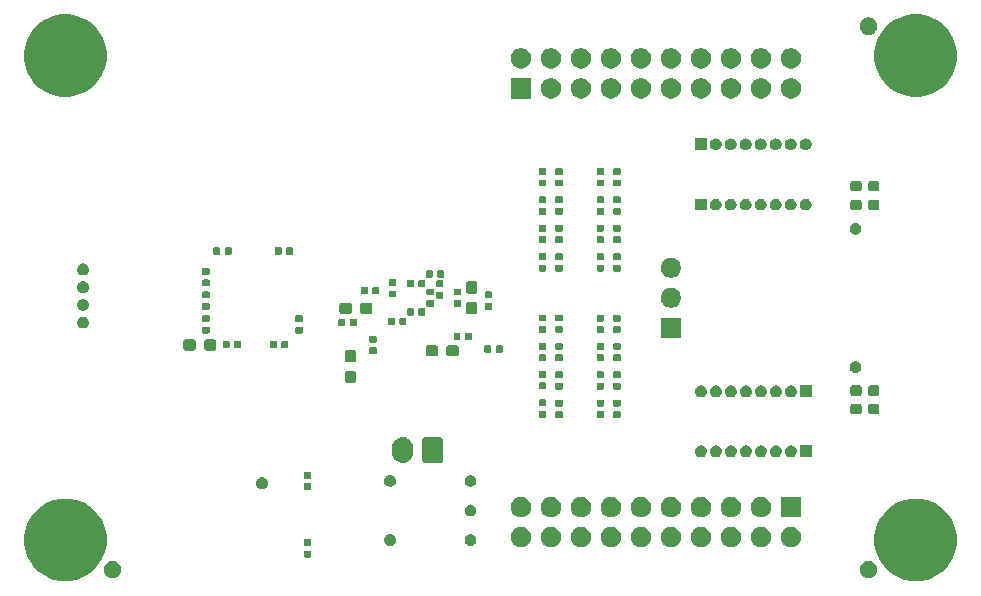
<source format=gbs>
G04 #@! TF.GenerationSoftware,KiCad,Pcbnew,5.1.6*
G04 #@! TF.CreationDate,2020-05-21T11:43:50+02:00*
G04 #@! TF.ProjectId,glasgow,676c6173-676f-4772-9e6b-696361645f70,rev?*
G04 #@! TF.SameCoordinates,Original*
G04 #@! TF.FileFunction,Soldermask,Bot*
G04 #@! TF.FilePolarity,Negative*
%FSLAX46Y46*%
G04 Gerber Fmt 4.6, Leading zero omitted, Abs format (unit mm)*
G04 Created by KiCad (PCBNEW 5.1.6) date 2020-05-21 11:43:50*
%MOMM*%
%LPD*%
G01*
G04 APERTURE LIST*
%ADD10C,0.100000*%
G04 APERTURE END LIST*
D10*
G36*
X127020910Y-112634502D02*
G01*
X127657874Y-112898341D01*
X128231119Y-113281371D01*
X128718629Y-113768881D01*
X128942848Y-114104448D01*
X129101660Y-114342128D01*
X129166357Y-114498320D01*
X129365498Y-114979090D01*
X129500000Y-115655278D01*
X129500000Y-116344722D01*
X129365498Y-117020910D01*
X129365497Y-117020912D01*
X129148225Y-117545455D01*
X129101659Y-117657874D01*
X128718629Y-118231119D01*
X128231119Y-118718629D01*
X127657874Y-119101659D01*
X127657873Y-119101660D01*
X127657872Y-119101660D01*
X127369327Y-119221179D01*
X127020910Y-119365498D01*
X126344722Y-119500000D01*
X125655278Y-119500000D01*
X124979090Y-119365498D01*
X124630673Y-119221179D01*
X124342128Y-119101660D01*
X124342127Y-119101660D01*
X124342126Y-119101659D01*
X123768881Y-118718629D01*
X123281371Y-118231119D01*
X122898341Y-117657874D01*
X122851776Y-117545455D01*
X122634503Y-117020912D01*
X122634502Y-117020910D01*
X122500000Y-116344722D01*
X122500000Y-115655278D01*
X122634502Y-114979090D01*
X122833643Y-114498320D01*
X122898340Y-114342128D01*
X123057153Y-114104448D01*
X123281371Y-113768881D01*
X123768881Y-113281371D01*
X124342126Y-112898341D01*
X124979090Y-112634502D01*
X125655278Y-112500000D01*
X126344722Y-112500000D01*
X127020910Y-112634502D01*
G37*
G36*
X55020910Y-112634502D02*
G01*
X55657874Y-112898341D01*
X56231119Y-113281371D01*
X56718629Y-113768881D01*
X56942848Y-114104448D01*
X57101660Y-114342128D01*
X57166357Y-114498320D01*
X57365498Y-114979090D01*
X57500000Y-115655278D01*
X57500000Y-116344722D01*
X57365498Y-117020910D01*
X57365497Y-117020912D01*
X57148225Y-117545455D01*
X57101659Y-117657874D01*
X56718629Y-118231119D01*
X56231119Y-118718629D01*
X55657874Y-119101659D01*
X55657873Y-119101660D01*
X55657872Y-119101660D01*
X55369327Y-119221179D01*
X55020910Y-119365498D01*
X54344722Y-119500000D01*
X53655278Y-119500000D01*
X52979090Y-119365498D01*
X52630673Y-119221179D01*
X52342128Y-119101660D01*
X52342127Y-119101660D01*
X52342126Y-119101659D01*
X51768881Y-118718629D01*
X51281371Y-118231119D01*
X50898341Y-117657874D01*
X50851776Y-117545455D01*
X50634503Y-117020912D01*
X50634502Y-117020910D01*
X50500000Y-116344722D01*
X50500000Y-115655278D01*
X50634502Y-114979090D01*
X50833643Y-114498320D01*
X50898340Y-114342128D01*
X51057153Y-114104448D01*
X51281371Y-113768881D01*
X51768881Y-113281371D01*
X52342126Y-112898341D01*
X52979090Y-112634502D01*
X53655278Y-112500000D01*
X54344722Y-112500000D01*
X55020910Y-112634502D01*
G37*
G36*
X122218763Y-117778821D02*
G01*
X122218764Y-117778821D01*
X122218767Y-117778822D01*
X122355258Y-117835359D01*
X122355259Y-117835360D01*
X122355262Y-117835361D01*
X122478097Y-117917436D01*
X122582564Y-118021903D01*
X122664639Y-118144738D01*
X122664640Y-118144741D01*
X122664641Y-118144742D01*
X122721178Y-118281233D01*
X122721179Y-118281236D01*
X122721179Y-118281237D01*
X122750000Y-118426129D01*
X122750000Y-118573871D01*
X122721179Y-118718763D01*
X122721178Y-118718767D01*
X122664641Y-118855258D01*
X122664639Y-118855262D01*
X122582564Y-118978097D01*
X122478097Y-119082564D01*
X122355262Y-119164639D01*
X122355259Y-119164640D01*
X122355258Y-119164641D01*
X122218767Y-119221178D01*
X122218764Y-119221179D01*
X122218763Y-119221179D01*
X122073871Y-119250000D01*
X121926129Y-119250000D01*
X121781237Y-119221179D01*
X121781236Y-119221179D01*
X121781233Y-119221178D01*
X121644742Y-119164641D01*
X121644741Y-119164640D01*
X121644738Y-119164639D01*
X121521903Y-119082564D01*
X121417436Y-118978097D01*
X121335361Y-118855262D01*
X121335359Y-118855258D01*
X121278822Y-118718767D01*
X121278821Y-118718763D01*
X121250000Y-118573871D01*
X121250000Y-118426129D01*
X121278821Y-118281237D01*
X121278821Y-118281236D01*
X121278822Y-118281233D01*
X121335359Y-118144742D01*
X121335360Y-118144741D01*
X121335361Y-118144738D01*
X121417436Y-118021903D01*
X121521903Y-117917436D01*
X121644738Y-117835361D01*
X121644741Y-117835360D01*
X121644742Y-117835359D01*
X121781233Y-117778822D01*
X121781236Y-117778821D01*
X121781237Y-117778821D01*
X121926129Y-117750000D01*
X122073871Y-117750000D01*
X122218763Y-117778821D01*
G37*
G36*
X58218763Y-117778821D02*
G01*
X58218764Y-117778821D01*
X58218767Y-117778822D01*
X58355258Y-117835359D01*
X58355259Y-117835360D01*
X58355262Y-117835361D01*
X58478097Y-117917436D01*
X58582564Y-118021903D01*
X58664639Y-118144738D01*
X58664640Y-118144741D01*
X58664641Y-118144742D01*
X58721178Y-118281233D01*
X58721179Y-118281236D01*
X58721179Y-118281237D01*
X58750000Y-118426129D01*
X58750000Y-118573871D01*
X58721179Y-118718763D01*
X58721178Y-118718767D01*
X58664641Y-118855258D01*
X58664639Y-118855262D01*
X58582564Y-118978097D01*
X58478097Y-119082564D01*
X58355262Y-119164639D01*
X58355259Y-119164640D01*
X58355258Y-119164641D01*
X58218767Y-119221178D01*
X58218764Y-119221179D01*
X58218763Y-119221179D01*
X58073871Y-119250000D01*
X57926129Y-119250000D01*
X57781237Y-119221179D01*
X57781236Y-119221179D01*
X57781233Y-119221178D01*
X57644742Y-119164641D01*
X57644741Y-119164640D01*
X57644738Y-119164639D01*
X57521903Y-119082564D01*
X57417436Y-118978097D01*
X57335361Y-118855262D01*
X57335359Y-118855258D01*
X57278822Y-118718767D01*
X57278821Y-118718763D01*
X57250000Y-118573871D01*
X57250000Y-118426129D01*
X57278821Y-118281237D01*
X57278821Y-118281236D01*
X57278822Y-118281233D01*
X57335359Y-118144742D01*
X57335360Y-118144741D01*
X57335361Y-118144738D01*
X57417436Y-118021903D01*
X57521903Y-117917436D01*
X57644738Y-117835361D01*
X57644741Y-117835360D01*
X57644742Y-117835359D01*
X57781233Y-117778822D01*
X57781236Y-117778821D01*
X57781237Y-117778821D01*
X57926129Y-117750000D01*
X58073871Y-117750000D01*
X58218763Y-117778821D01*
G37*
G36*
X74719345Y-116907615D02*
G01*
X74742751Y-116914715D01*
X74764326Y-116926248D01*
X74783234Y-116941766D01*
X74798752Y-116960674D01*
X74810285Y-116982249D01*
X74817385Y-117005655D01*
X74820000Y-117032206D01*
X74820000Y-117367794D01*
X74817385Y-117394345D01*
X74810285Y-117417751D01*
X74798752Y-117439326D01*
X74783234Y-117458234D01*
X74764326Y-117473752D01*
X74742751Y-117485285D01*
X74719345Y-117492385D01*
X74692794Y-117495000D01*
X74307206Y-117495000D01*
X74280655Y-117492385D01*
X74257249Y-117485285D01*
X74235674Y-117473752D01*
X74216766Y-117458234D01*
X74201248Y-117439326D01*
X74189715Y-117417751D01*
X74182615Y-117394345D01*
X74180000Y-117367794D01*
X74180000Y-117032206D01*
X74182615Y-117005655D01*
X74189715Y-116982249D01*
X74201248Y-116960674D01*
X74216766Y-116941766D01*
X74235674Y-116926248D01*
X74257249Y-116914715D01*
X74280655Y-116907615D01*
X74307206Y-116905000D01*
X74692794Y-116905000D01*
X74719345Y-116907615D01*
G37*
G36*
X115581795Y-114919675D02*
G01*
X115681903Y-114939587D01*
X115839068Y-115004687D01*
X115980513Y-115099198D01*
X116100802Y-115219487D01*
X116195313Y-115360932D01*
X116260413Y-115518097D01*
X116276704Y-115600000D01*
X116293600Y-115684941D01*
X116293600Y-115855059D01*
X116280325Y-115921795D01*
X116260413Y-116021903D01*
X116195313Y-116179068D01*
X116132306Y-116273365D01*
X116100803Y-116320512D01*
X115980512Y-116440803D01*
X115952609Y-116459447D01*
X115839068Y-116535313D01*
X115681903Y-116600413D01*
X115581795Y-116620325D01*
X115515059Y-116633600D01*
X115344941Y-116633600D01*
X115278205Y-116620325D01*
X115178097Y-116600413D01*
X115020932Y-116535313D01*
X114907391Y-116459447D01*
X114879488Y-116440803D01*
X114759197Y-116320512D01*
X114727694Y-116273365D01*
X114664687Y-116179068D01*
X114599587Y-116021903D01*
X114579675Y-115921795D01*
X114566400Y-115855059D01*
X114566400Y-115684941D01*
X114583296Y-115600000D01*
X114599587Y-115518097D01*
X114664687Y-115360932D01*
X114759198Y-115219487D01*
X114879487Y-115099198D01*
X115020932Y-115004687D01*
X115178097Y-114939587D01*
X115278205Y-114919675D01*
X115344941Y-114906400D01*
X115515059Y-114906400D01*
X115581795Y-114919675D01*
G37*
G36*
X113041795Y-114919675D02*
G01*
X113141903Y-114939587D01*
X113299068Y-115004687D01*
X113440513Y-115099198D01*
X113560802Y-115219487D01*
X113655313Y-115360932D01*
X113720413Y-115518097D01*
X113736704Y-115600000D01*
X113753600Y-115684941D01*
X113753600Y-115855059D01*
X113740325Y-115921795D01*
X113720413Y-116021903D01*
X113655313Y-116179068D01*
X113592306Y-116273365D01*
X113560803Y-116320512D01*
X113440512Y-116440803D01*
X113412609Y-116459447D01*
X113299068Y-116535313D01*
X113141903Y-116600413D01*
X113041795Y-116620325D01*
X112975059Y-116633600D01*
X112804941Y-116633600D01*
X112738205Y-116620325D01*
X112638097Y-116600413D01*
X112480932Y-116535313D01*
X112367391Y-116459447D01*
X112339488Y-116440803D01*
X112219197Y-116320512D01*
X112187694Y-116273365D01*
X112124687Y-116179068D01*
X112059587Y-116021903D01*
X112039675Y-115921795D01*
X112026400Y-115855059D01*
X112026400Y-115684941D01*
X112043296Y-115600000D01*
X112059587Y-115518097D01*
X112124687Y-115360932D01*
X112219198Y-115219487D01*
X112339487Y-115099198D01*
X112480932Y-115004687D01*
X112638097Y-114939587D01*
X112738205Y-114919675D01*
X112804941Y-114906400D01*
X112975059Y-114906400D01*
X113041795Y-114919675D01*
G37*
G36*
X110501795Y-114919675D02*
G01*
X110601903Y-114939587D01*
X110759068Y-115004687D01*
X110900513Y-115099198D01*
X111020802Y-115219487D01*
X111115313Y-115360932D01*
X111180413Y-115518097D01*
X111196704Y-115600000D01*
X111213600Y-115684941D01*
X111213600Y-115855059D01*
X111200325Y-115921795D01*
X111180413Y-116021903D01*
X111115313Y-116179068D01*
X111052306Y-116273365D01*
X111020803Y-116320512D01*
X110900512Y-116440803D01*
X110872609Y-116459447D01*
X110759068Y-116535313D01*
X110601903Y-116600413D01*
X110501795Y-116620325D01*
X110435059Y-116633600D01*
X110264941Y-116633600D01*
X110198205Y-116620325D01*
X110098097Y-116600413D01*
X109940932Y-116535313D01*
X109827391Y-116459447D01*
X109799488Y-116440803D01*
X109679197Y-116320512D01*
X109647694Y-116273365D01*
X109584687Y-116179068D01*
X109519587Y-116021903D01*
X109499675Y-115921795D01*
X109486400Y-115855059D01*
X109486400Y-115684941D01*
X109503296Y-115600000D01*
X109519587Y-115518097D01*
X109584687Y-115360932D01*
X109679198Y-115219487D01*
X109799487Y-115099198D01*
X109940932Y-115004687D01*
X110098097Y-114939587D01*
X110198205Y-114919675D01*
X110264941Y-114906400D01*
X110435059Y-114906400D01*
X110501795Y-114919675D01*
G37*
G36*
X107961795Y-114919675D02*
G01*
X108061903Y-114939587D01*
X108219068Y-115004687D01*
X108360513Y-115099198D01*
X108480802Y-115219487D01*
X108575313Y-115360932D01*
X108640413Y-115518097D01*
X108656704Y-115600000D01*
X108673600Y-115684941D01*
X108673600Y-115855059D01*
X108660325Y-115921795D01*
X108640413Y-116021903D01*
X108575313Y-116179068D01*
X108512306Y-116273365D01*
X108480803Y-116320512D01*
X108360512Y-116440803D01*
X108332609Y-116459447D01*
X108219068Y-116535313D01*
X108061903Y-116600413D01*
X107961795Y-116620325D01*
X107895059Y-116633600D01*
X107724941Y-116633600D01*
X107658205Y-116620325D01*
X107558097Y-116600413D01*
X107400932Y-116535313D01*
X107287391Y-116459447D01*
X107259488Y-116440803D01*
X107139197Y-116320512D01*
X107107694Y-116273365D01*
X107044687Y-116179068D01*
X106979587Y-116021903D01*
X106959675Y-115921795D01*
X106946400Y-115855059D01*
X106946400Y-115684941D01*
X106963296Y-115600000D01*
X106979587Y-115518097D01*
X107044687Y-115360932D01*
X107139198Y-115219487D01*
X107259487Y-115099198D01*
X107400932Y-115004687D01*
X107558097Y-114939587D01*
X107658205Y-114919675D01*
X107724941Y-114906400D01*
X107895059Y-114906400D01*
X107961795Y-114919675D01*
G37*
G36*
X105421795Y-114919675D02*
G01*
X105521903Y-114939587D01*
X105679068Y-115004687D01*
X105820513Y-115099198D01*
X105940802Y-115219487D01*
X106035313Y-115360932D01*
X106100413Y-115518097D01*
X106116704Y-115600000D01*
X106133600Y-115684941D01*
X106133600Y-115855059D01*
X106120325Y-115921795D01*
X106100413Y-116021903D01*
X106035313Y-116179068D01*
X105972306Y-116273365D01*
X105940803Y-116320512D01*
X105820512Y-116440803D01*
X105792609Y-116459447D01*
X105679068Y-116535313D01*
X105521903Y-116600413D01*
X105421795Y-116620325D01*
X105355059Y-116633600D01*
X105184941Y-116633600D01*
X105118205Y-116620325D01*
X105018097Y-116600413D01*
X104860932Y-116535313D01*
X104747391Y-116459447D01*
X104719488Y-116440803D01*
X104599197Y-116320512D01*
X104567694Y-116273365D01*
X104504687Y-116179068D01*
X104439587Y-116021903D01*
X104419675Y-115921795D01*
X104406400Y-115855059D01*
X104406400Y-115684941D01*
X104423296Y-115600000D01*
X104439587Y-115518097D01*
X104504687Y-115360932D01*
X104599198Y-115219487D01*
X104719487Y-115099198D01*
X104860932Y-115004687D01*
X105018097Y-114939587D01*
X105118205Y-114919675D01*
X105184941Y-114906400D01*
X105355059Y-114906400D01*
X105421795Y-114919675D01*
G37*
G36*
X100341795Y-114919675D02*
G01*
X100441903Y-114939587D01*
X100599068Y-115004687D01*
X100740513Y-115099198D01*
X100860802Y-115219487D01*
X100955313Y-115360932D01*
X101020413Y-115518097D01*
X101036704Y-115600000D01*
X101053600Y-115684941D01*
X101053600Y-115855059D01*
X101040325Y-115921795D01*
X101020413Y-116021903D01*
X100955313Y-116179068D01*
X100892306Y-116273365D01*
X100860803Y-116320512D01*
X100740512Y-116440803D01*
X100712609Y-116459447D01*
X100599068Y-116535313D01*
X100441903Y-116600413D01*
X100341795Y-116620325D01*
X100275059Y-116633600D01*
X100104941Y-116633600D01*
X100038205Y-116620325D01*
X99938097Y-116600413D01*
X99780932Y-116535313D01*
X99667391Y-116459447D01*
X99639488Y-116440803D01*
X99519197Y-116320512D01*
X99487694Y-116273365D01*
X99424687Y-116179068D01*
X99359587Y-116021903D01*
X99339675Y-115921795D01*
X99326400Y-115855059D01*
X99326400Y-115684941D01*
X99343296Y-115600000D01*
X99359587Y-115518097D01*
X99424687Y-115360932D01*
X99519198Y-115219487D01*
X99639487Y-115099198D01*
X99780932Y-115004687D01*
X99938097Y-114939587D01*
X100038205Y-114919675D01*
X100104941Y-114906400D01*
X100275059Y-114906400D01*
X100341795Y-114919675D01*
G37*
G36*
X97801795Y-114919675D02*
G01*
X97901903Y-114939587D01*
X98059068Y-115004687D01*
X98200513Y-115099198D01*
X98320802Y-115219487D01*
X98415313Y-115360932D01*
X98480413Y-115518097D01*
X98496704Y-115600000D01*
X98513600Y-115684941D01*
X98513600Y-115855059D01*
X98500325Y-115921795D01*
X98480413Y-116021903D01*
X98415313Y-116179068D01*
X98352306Y-116273365D01*
X98320803Y-116320512D01*
X98200512Y-116440803D01*
X98172609Y-116459447D01*
X98059068Y-116535313D01*
X97901903Y-116600413D01*
X97801795Y-116620325D01*
X97735059Y-116633600D01*
X97564941Y-116633600D01*
X97498205Y-116620325D01*
X97398097Y-116600413D01*
X97240932Y-116535313D01*
X97127391Y-116459447D01*
X97099488Y-116440803D01*
X96979197Y-116320512D01*
X96947694Y-116273365D01*
X96884687Y-116179068D01*
X96819587Y-116021903D01*
X96799675Y-115921795D01*
X96786400Y-115855059D01*
X96786400Y-115684941D01*
X96803296Y-115600000D01*
X96819587Y-115518097D01*
X96884687Y-115360932D01*
X96979198Y-115219487D01*
X97099487Y-115099198D01*
X97240932Y-115004687D01*
X97398097Y-114939587D01*
X97498205Y-114919675D01*
X97564941Y-114906400D01*
X97735059Y-114906400D01*
X97801795Y-114919675D01*
G37*
G36*
X95261795Y-114919675D02*
G01*
X95361903Y-114939587D01*
X95519068Y-115004687D01*
X95660513Y-115099198D01*
X95780802Y-115219487D01*
X95875313Y-115360932D01*
X95940413Y-115518097D01*
X95956704Y-115600000D01*
X95973600Y-115684941D01*
X95973600Y-115855059D01*
X95960325Y-115921795D01*
X95940413Y-116021903D01*
X95875313Y-116179068D01*
X95812306Y-116273365D01*
X95780803Y-116320512D01*
X95660512Y-116440803D01*
X95632609Y-116459447D01*
X95519068Y-116535313D01*
X95361903Y-116600413D01*
X95261795Y-116620325D01*
X95195059Y-116633600D01*
X95024941Y-116633600D01*
X94958205Y-116620325D01*
X94858097Y-116600413D01*
X94700932Y-116535313D01*
X94587391Y-116459447D01*
X94559488Y-116440803D01*
X94439197Y-116320512D01*
X94407694Y-116273365D01*
X94344687Y-116179068D01*
X94279587Y-116021903D01*
X94259675Y-115921795D01*
X94246400Y-115855059D01*
X94246400Y-115684941D01*
X94263296Y-115600000D01*
X94279587Y-115518097D01*
X94344687Y-115360932D01*
X94439198Y-115219487D01*
X94559487Y-115099198D01*
X94700932Y-115004687D01*
X94858097Y-114939587D01*
X94958205Y-114919675D01*
X95024941Y-114906400D01*
X95195059Y-114906400D01*
X95261795Y-114919675D01*
G37*
G36*
X92721795Y-114919675D02*
G01*
X92821903Y-114939587D01*
X92979068Y-115004687D01*
X93120513Y-115099198D01*
X93240802Y-115219487D01*
X93335313Y-115360932D01*
X93400413Y-115518097D01*
X93416704Y-115600000D01*
X93433600Y-115684941D01*
X93433600Y-115855059D01*
X93420325Y-115921795D01*
X93400413Y-116021903D01*
X93335313Y-116179068D01*
X93272306Y-116273365D01*
X93240803Y-116320512D01*
X93120512Y-116440803D01*
X93092609Y-116459447D01*
X92979068Y-116535313D01*
X92821903Y-116600413D01*
X92721795Y-116620325D01*
X92655059Y-116633600D01*
X92484941Y-116633600D01*
X92418205Y-116620325D01*
X92318097Y-116600413D01*
X92160932Y-116535313D01*
X92047391Y-116459447D01*
X92019488Y-116440803D01*
X91899197Y-116320512D01*
X91867694Y-116273365D01*
X91804687Y-116179068D01*
X91739587Y-116021903D01*
X91719675Y-115921795D01*
X91706400Y-115855059D01*
X91706400Y-115684941D01*
X91723296Y-115600000D01*
X91739587Y-115518097D01*
X91804687Y-115360932D01*
X91899198Y-115219487D01*
X92019487Y-115099198D01*
X92160932Y-115004687D01*
X92318097Y-114939587D01*
X92418205Y-114919675D01*
X92484941Y-114906400D01*
X92655059Y-114906400D01*
X92721795Y-114919675D01*
G37*
G36*
X102881795Y-114919675D02*
G01*
X102981903Y-114939587D01*
X103139068Y-115004687D01*
X103280513Y-115099198D01*
X103400802Y-115219487D01*
X103495313Y-115360932D01*
X103560413Y-115518097D01*
X103576704Y-115600000D01*
X103593600Y-115684941D01*
X103593600Y-115855059D01*
X103580325Y-115921795D01*
X103560413Y-116021903D01*
X103495313Y-116179068D01*
X103432306Y-116273365D01*
X103400803Y-116320512D01*
X103280512Y-116440803D01*
X103252609Y-116459447D01*
X103139068Y-116535313D01*
X102981903Y-116600413D01*
X102881795Y-116620325D01*
X102815059Y-116633600D01*
X102644941Y-116633600D01*
X102578205Y-116620325D01*
X102478097Y-116600413D01*
X102320932Y-116535313D01*
X102207391Y-116459447D01*
X102179488Y-116440803D01*
X102059197Y-116320512D01*
X102027694Y-116273365D01*
X101964687Y-116179068D01*
X101899587Y-116021903D01*
X101879675Y-115921795D01*
X101866400Y-115855059D01*
X101866400Y-115684941D01*
X101883296Y-115600000D01*
X101899587Y-115518097D01*
X101964687Y-115360932D01*
X102059198Y-115219487D01*
X102179487Y-115099198D01*
X102320932Y-115004687D01*
X102478097Y-114939587D01*
X102578205Y-114919675D01*
X102644941Y-114906400D01*
X102815059Y-114906400D01*
X102881795Y-114919675D01*
G37*
G36*
X74719345Y-115937615D02*
G01*
X74742751Y-115944715D01*
X74764326Y-115956248D01*
X74783234Y-115971766D01*
X74798752Y-115990674D01*
X74810285Y-116012249D01*
X74817385Y-116035655D01*
X74820000Y-116062206D01*
X74820000Y-116397794D01*
X74817385Y-116424345D01*
X74810285Y-116447751D01*
X74798752Y-116469326D01*
X74783234Y-116488234D01*
X74764326Y-116503752D01*
X74742751Y-116515285D01*
X74719345Y-116522385D01*
X74692794Y-116525000D01*
X74307206Y-116525000D01*
X74280655Y-116522385D01*
X74257249Y-116515285D01*
X74235674Y-116503752D01*
X74216766Y-116488234D01*
X74201248Y-116469326D01*
X74189715Y-116447751D01*
X74182615Y-116424345D01*
X74180000Y-116397794D01*
X74180000Y-116062206D01*
X74182615Y-116035655D01*
X74189715Y-116012249D01*
X74201248Y-115990674D01*
X74216766Y-115971766D01*
X74235674Y-115956248D01*
X74257249Y-115944715D01*
X74280655Y-115937615D01*
X74307206Y-115935000D01*
X74692794Y-115935000D01*
X74719345Y-115937615D01*
G37*
G36*
X81645842Y-115519214D02*
G01*
X81645844Y-115519215D01*
X81645845Y-115519215D01*
X81736839Y-115556906D01*
X81736841Y-115556907D01*
X81818731Y-115611624D01*
X81888376Y-115681269D01*
X81943093Y-115763159D01*
X81980786Y-115854158D01*
X82000000Y-115950752D01*
X82000000Y-116049248D01*
X81986588Y-116116676D01*
X81980785Y-116145845D01*
X81967023Y-116179070D01*
X81943093Y-116236841D01*
X81888376Y-116318731D01*
X81818731Y-116388376D01*
X81736841Y-116443093D01*
X81736840Y-116443094D01*
X81736839Y-116443094D01*
X81645845Y-116480785D01*
X81645844Y-116480785D01*
X81645842Y-116480786D01*
X81549248Y-116500000D01*
X81450752Y-116500000D01*
X81354158Y-116480786D01*
X81354156Y-116480785D01*
X81354155Y-116480785D01*
X81263161Y-116443094D01*
X81263160Y-116443094D01*
X81263159Y-116443093D01*
X81181269Y-116388376D01*
X81111624Y-116318731D01*
X81056907Y-116236841D01*
X81032977Y-116179070D01*
X81019215Y-116145845D01*
X81013413Y-116116676D01*
X81000000Y-116049248D01*
X81000000Y-115950752D01*
X81019214Y-115854158D01*
X81056907Y-115763159D01*
X81111624Y-115681269D01*
X81181269Y-115611624D01*
X81263159Y-115556907D01*
X81263161Y-115556906D01*
X81354155Y-115519215D01*
X81354156Y-115519215D01*
X81354158Y-115519214D01*
X81450752Y-115500000D01*
X81549248Y-115500000D01*
X81645842Y-115519214D01*
G37*
G36*
X88445842Y-115519214D02*
G01*
X88445844Y-115519215D01*
X88445845Y-115519215D01*
X88536839Y-115556906D01*
X88536841Y-115556907D01*
X88618731Y-115611624D01*
X88688376Y-115681269D01*
X88743093Y-115763159D01*
X88780786Y-115854158D01*
X88800000Y-115950752D01*
X88800000Y-116049248D01*
X88786588Y-116116676D01*
X88780785Y-116145845D01*
X88767023Y-116179070D01*
X88743093Y-116236841D01*
X88688376Y-116318731D01*
X88618731Y-116388376D01*
X88536841Y-116443093D01*
X88536840Y-116443094D01*
X88536839Y-116443094D01*
X88445845Y-116480785D01*
X88445844Y-116480785D01*
X88445842Y-116480786D01*
X88349248Y-116500000D01*
X88250752Y-116500000D01*
X88154158Y-116480786D01*
X88154156Y-116480785D01*
X88154155Y-116480785D01*
X88063161Y-116443094D01*
X88063160Y-116443094D01*
X88063159Y-116443093D01*
X87981269Y-116388376D01*
X87911624Y-116318731D01*
X87856907Y-116236841D01*
X87832977Y-116179070D01*
X87819215Y-116145845D01*
X87813413Y-116116676D01*
X87800000Y-116049248D01*
X87800000Y-115950752D01*
X87819214Y-115854158D01*
X87856907Y-115763159D01*
X87911624Y-115681269D01*
X87981269Y-115611624D01*
X88063159Y-115556907D01*
X88063161Y-115556906D01*
X88154155Y-115519215D01*
X88154156Y-115519215D01*
X88154158Y-115519214D01*
X88250752Y-115500000D01*
X88349248Y-115500000D01*
X88445842Y-115519214D01*
G37*
G36*
X116293600Y-114093600D02*
G01*
X114566400Y-114093600D01*
X114566400Y-112366400D01*
X116293600Y-112366400D01*
X116293600Y-114093600D01*
G37*
G36*
X97801795Y-112379675D02*
G01*
X97901903Y-112399587D01*
X98059068Y-112464687D01*
X98200513Y-112559198D01*
X98320802Y-112679487D01*
X98415313Y-112820932D01*
X98480413Y-112978097D01*
X98488852Y-113020525D01*
X98513600Y-113144941D01*
X98513600Y-113315059D01*
X98500325Y-113381795D01*
X98480413Y-113481903D01*
X98415313Y-113639068D01*
X98384154Y-113685700D01*
X98328575Y-113768881D01*
X98320802Y-113780513D01*
X98200513Y-113900802D01*
X98059068Y-113995313D01*
X97901903Y-114060413D01*
X97801795Y-114080325D01*
X97735059Y-114093600D01*
X97564941Y-114093600D01*
X97498205Y-114080325D01*
X97398097Y-114060413D01*
X97240932Y-113995313D01*
X97099487Y-113900802D01*
X96979198Y-113780513D01*
X96971426Y-113768881D01*
X96915846Y-113685700D01*
X96884687Y-113639068D01*
X96819587Y-113481903D01*
X96799675Y-113381795D01*
X96786400Y-113315059D01*
X96786400Y-113144941D01*
X96811148Y-113020525D01*
X96819587Y-112978097D01*
X96884687Y-112820932D01*
X96979198Y-112679487D01*
X97099487Y-112559198D01*
X97240932Y-112464687D01*
X97398097Y-112399587D01*
X97498205Y-112379675D01*
X97564941Y-112366400D01*
X97735059Y-112366400D01*
X97801795Y-112379675D01*
G37*
G36*
X100341795Y-112379675D02*
G01*
X100441903Y-112399587D01*
X100599068Y-112464687D01*
X100740513Y-112559198D01*
X100860802Y-112679487D01*
X100955313Y-112820932D01*
X101020413Y-112978097D01*
X101028852Y-113020525D01*
X101053600Y-113144941D01*
X101053600Y-113315059D01*
X101040325Y-113381795D01*
X101020413Y-113481903D01*
X100955313Y-113639068D01*
X100924154Y-113685700D01*
X100868575Y-113768881D01*
X100860802Y-113780513D01*
X100740513Y-113900802D01*
X100599068Y-113995313D01*
X100441903Y-114060413D01*
X100341795Y-114080325D01*
X100275059Y-114093600D01*
X100104941Y-114093600D01*
X100038205Y-114080325D01*
X99938097Y-114060413D01*
X99780932Y-113995313D01*
X99639487Y-113900802D01*
X99519198Y-113780513D01*
X99511426Y-113768881D01*
X99455846Y-113685700D01*
X99424687Y-113639068D01*
X99359587Y-113481903D01*
X99339675Y-113381795D01*
X99326400Y-113315059D01*
X99326400Y-113144941D01*
X99351148Y-113020525D01*
X99359587Y-112978097D01*
X99424687Y-112820932D01*
X99519198Y-112679487D01*
X99639487Y-112559198D01*
X99780932Y-112464687D01*
X99938097Y-112399587D01*
X100038205Y-112379675D01*
X100104941Y-112366400D01*
X100275059Y-112366400D01*
X100341795Y-112379675D01*
G37*
G36*
X102881795Y-112379675D02*
G01*
X102981903Y-112399587D01*
X103139068Y-112464687D01*
X103280513Y-112559198D01*
X103400802Y-112679487D01*
X103495313Y-112820932D01*
X103560413Y-112978097D01*
X103568852Y-113020525D01*
X103593600Y-113144941D01*
X103593600Y-113315059D01*
X103580325Y-113381795D01*
X103560413Y-113481903D01*
X103495313Y-113639068D01*
X103464154Y-113685700D01*
X103408575Y-113768881D01*
X103400802Y-113780513D01*
X103280513Y-113900802D01*
X103139068Y-113995313D01*
X102981903Y-114060413D01*
X102881795Y-114080325D01*
X102815059Y-114093600D01*
X102644941Y-114093600D01*
X102578205Y-114080325D01*
X102478097Y-114060413D01*
X102320932Y-113995313D01*
X102179487Y-113900802D01*
X102059198Y-113780513D01*
X102051426Y-113768881D01*
X101995846Y-113685700D01*
X101964687Y-113639068D01*
X101899587Y-113481903D01*
X101879675Y-113381795D01*
X101866400Y-113315059D01*
X101866400Y-113144941D01*
X101891148Y-113020525D01*
X101899587Y-112978097D01*
X101964687Y-112820932D01*
X102059198Y-112679487D01*
X102179487Y-112559198D01*
X102320932Y-112464687D01*
X102478097Y-112399587D01*
X102578205Y-112379675D01*
X102644941Y-112366400D01*
X102815059Y-112366400D01*
X102881795Y-112379675D01*
G37*
G36*
X105421795Y-112379675D02*
G01*
X105521903Y-112399587D01*
X105679068Y-112464687D01*
X105820513Y-112559198D01*
X105940802Y-112679487D01*
X106035313Y-112820932D01*
X106100413Y-112978097D01*
X106108852Y-113020525D01*
X106133600Y-113144941D01*
X106133600Y-113315059D01*
X106120325Y-113381795D01*
X106100413Y-113481903D01*
X106035313Y-113639068D01*
X106004154Y-113685700D01*
X105948575Y-113768881D01*
X105940802Y-113780513D01*
X105820513Y-113900802D01*
X105679068Y-113995313D01*
X105521903Y-114060413D01*
X105421795Y-114080325D01*
X105355059Y-114093600D01*
X105184941Y-114093600D01*
X105118205Y-114080325D01*
X105018097Y-114060413D01*
X104860932Y-113995313D01*
X104719487Y-113900802D01*
X104599198Y-113780513D01*
X104591426Y-113768881D01*
X104535846Y-113685700D01*
X104504687Y-113639068D01*
X104439587Y-113481903D01*
X104419675Y-113381795D01*
X104406400Y-113315059D01*
X104406400Y-113144941D01*
X104431148Y-113020525D01*
X104439587Y-112978097D01*
X104504687Y-112820932D01*
X104599198Y-112679487D01*
X104719487Y-112559198D01*
X104860932Y-112464687D01*
X105018097Y-112399587D01*
X105118205Y-112379675D01*
X105184941Y-112366400D01*
X105355059Y-112366400D01*
X105421795Y-112379675D01*
G37*
G36*
X110501795Y-112379675D02*
G01*
X110601903Y-112399587D01*
X110759068Y-112464687D01*
X110900513Y-112559198D01*
X111020802Y-112679487D01*
X111115313Y-112820932D01*
X111180413Y-112978097D01*
X111188852Y-113020525D01*
X111213600Y-113144941D01*
X111213600Y-113315059D01*
X111200325Y-113381795D01*
X111180413Y-113481903D01*
X111115313Y-113639068D01*
X111084154Y-113685700D01*
X111028575Y-113768881D01*
X111020802Y-113780513D01*
X110900513Y-113900802D01*
X110759068Y-113995313D01*
X110601903Y-114060413D01*
X110501795Y-114080325D01*
X110435059Y-114093600D01*
X110264941Y-114093600D01*
X110198205Y-114080325D01*
X110098097Y-114060413D01*
X109940932Y-113995313D01*
X109799487Y-113900802D01*
X109679198Y-113780513D01*
X109671426Y-113768881D01*
X109615846Y-113685700D01*
X109584687Y-113639068D01*
X109519587Y-113481903D01*
X109499675Y-113381795D01*
X109486400Y-113315059D01*
X109486400Y-113144941D01*
X109511148Y-113020525D01*
X109519587Y-112978097D01*
X109584687Y-112820932D01*
X109679198Y-112679487D01*
X109799487Y-112559198D01*
X109940932Y-112464687D01*
X110098097Y-112399587D01*
X110198205Y-112379675D01*
X110264941Y-112366400D01*
X110435059Y-112366400D01*
X110501795Y-112379675D01*
G37*
G36*
X113041795Y-112379675D02*
G01*
X113141903Y-112399587D01*
X113299068Y-112464687D01*
X113440513Y-112559198D01*
X113560802Y-112679487D01*
X113655313Y-112820932D01*
X113720413Y-112978097D01*
X113728852Y-113020525D01*
X113753600Y-113144941D01*
X113753600Y-113315059D01*
X113740325Y-113381795D01*
X113720413Y-113481903D01*
X113655313Y-113639068D01*
X113624154Y-113685700D01*
X113568575Y-113768881D01*
X113560802Y-113780513D01*
X113440513Y-113900802D01*
X113299068Y-113995313D01*
X113141903Y-114060413D01*
X113041795Y-114080325D01*
X112975059Y-114093600D01*
X112804941Y-114093600D01*
X112738205Y-114080325D01*
X112638097Y-114060413D01*
X112480932Y-113995313D01*
X112339487Y-113900802D01*
X112219198Y-113780513D01*
X112211426Y-113768881D01*
X112155846Y-113685700D01*
X112124687Y-113639068D01*
X112059587Y-113481903D01*
X112039675Y-113381795D01*
X112026400Y-113315059D01*
X112026400Y-113144941D01*
X112051148Y-113020525D01*
X112059587Y-112978097D01*
X112124687Y-112820932D01*
X112219198Y-112679487D01*
X112339487Y-112559198D01*
X112480932Y-112464687D01*
X112638097Y-112399587D01*
X112738205Y-112379675D01*
X112804941Y-112366400D01*
X112975059Y-112366400D01*
X113041795Y-112379675D01*
G37*
G36*
X92721795Y-112379675D02*
G01*
X92821903Y-112399587D01*
X92979068Y-112464687D01*
X93120513Y-112559198D01*
X93240802Y-112679487D01*
X93335313Y-112820932D01*
X93400413Y-112978097D01*
X93408852Y-113020525D01*
X93433600Y-113144941D01*
X93433600Y-113315059D01*
X93420325Y-113381795D01*
X93400413Y-113481903D01*
X93335313Y-113639068D01*
X93304154Y-113685700D01*
X93248575Y-113768881D01*
X93240802Y-113780513D01*
X93120513Y-113900802D01*
X92979068Y-113995313D01*
X92821903Y-114060413D01*
X92721795Y-114080325D01*
X92655059Y-114093600D01*
X92484941Y-114093600D01*
X92418205Y-114080325D01*
X92318097Y-114060413D01*
X92160932Y-113995313D01*
X92019487Y-113900802D01*
X91899198Y-113780513D01*
X91891426Y-113768881D01*
X91835846Y-113685700D01*
X91804687Y-113639068D01*
X91739587Y-113481903D01*
X91719675Y-113381795D01*
X91706400Y-113315059D01*
X91706400Y-113144941D01*
X91731148Y-113020525D01*
X91739587Y-112978097D01*
X91804687Y-112820932D01*
X91899198Y-112679487D01*
X92019487Y-112559198D01*
X92160932Y-112464687D01*
X92318097Y-112399587D01*
X92418205Y-112379675D01*
X92484941Y-112366400D01*
X92655059Y-112366400D01*
X92721795Y-112379675D01*
G37*
G36*
X107961795Y-112379675D02*
G01*
X108061903Y-112399587D01*
X108219068Y-112464687D01*
X108360513Y-112559198D01*
X108480802Y-112679487D01*
X108575313Y-112820932D01*
X108640413Y-112978097D01*
X108648852Y-113020525D01*
X108673600Y-113144941D01*
X108673600Y-113315059D01*
X108660325Y-113381795D01*
X108640413Y-113481903D01*
X108575313Y-113639068D01*
X108544154Y-113685700D01*
X108488575Y-113768881D01*
X108480802Y-113780513D01*
X108360513Y-113900802D01*
X108219068Y-113995313D01*
X108061903Y-114060413D01*
X107961795Y-114080325D01*
X107895059Y-114093600D01*
X107724941Y-114093600D01*
X107658205Y-114080325D01*
X107558097Y-114060413D01*
X107400932Y-113995313D01*
X107259487Y-113900802D01*
X107139198Y-113780513D01*
X107131426Y-113768881D01*
X107075846Y-113685700D01*
X107044687Y-113639068D01*
X106979587Y-113481903D01*
X106959675Y-113381795D01*
X106946400Y-113315059D01*
X106946400Y-113144941D01*
X106971148Y-113020525D01*
X106979587Y-112978097D01*
X107044687Y-112820932D01*
X107139198Y-112679487D01*
X107259487Y-112559198D01*
X107400932Y-112464687D01*
X107558097Y-112399587D01*
X107658205Y-112379675D01*
X107724941Y-112366400D01*
X107895059Y-112366400D01*
X107961795Y-112379675D01*
G37*
G36*
X95261795Y-112379675D02*
G01*
X95361903Y-112399587D01*
X95519068Y-112464687D01*
X95660513Y-112559198D01*
X95780802Y-112679487D01*
X95875313Y-112820932D01*
X95940413Y-112978097D01*
X95948852Y-113020525D01*
X95973600Y-113144941D01*
X95973600Y-113315059D01*
X95960325Y-113381795D01*
X95940413Y-113481903D01*
X95875313Y-113639068D01*
X95844154Y-113685700D01*
X95788575Y-113768881D01*
X95780802Y-113780513D01*
X95660513Y-113900802D01*
X95519068Y-113995313D01*
X95361903Y-114060413D01*
X95261795Y-114080325D01*
X95195059Y-114093600D01*
X95024941Y-114093600D01*
X94958205Y-114080325D01*
X94858097Y-114060413D01*
X94700932Y-113995313D01*
X94559487Y-113900802D01*
X94439198Y-113780513D01*
X94431426Y-113768881D01*
X94375846Y-113685700D01*
X94344687Y-113639068D01*
X94279587Y-113481903D01*
X94259675Y-113381795D01*
X94246400Y-113315059D01*
X94246400Y-113144941D01*
X94271148Y-113020525D01*
X94279587Y-112978097D01*
X94344687Y-112820932D01*
X94439198Y-112679487D01*
X94559487Y-112559198D01*
X94700932Y-112464687D01*
X94858097Y-112399587D01*
X94958205Y-112379675D01*
X95024941Y-112366400D01*
X95195059Y-112366400D01*
X95261795Y-112379675D01*
G37*
G36*
X88445842Y-113019214D02*
G01*
X88445844Y-113019215D01*
X88445845Y-113019215D01*
X88536839Y-113056906D01*
X88536841Y-113056907D01*
X88618731Y-113111624D01*
X88688376Y-113181269D01*
X88743093Y-113263159D01*
X88780786Y-113354158D01*
X88800000Y-113450752D01*
X88800000Y-113549248D01*
X88780786Y-113645842D01*
X88743093Y-113736841D01*
X88688376Y-113818731D01*
X88618731Y-113888376D01*
X88536841Y-113943093D01*
X88536840Y-113943094D01*
X88536839Y-113943094D01*
X88445845Y-113980785D01*
X88445844Y-113980785D01*
X88445842Y-113980786D01*
X88349248Y-114000000D01*
X88250752Y-114000000D01*
X88154158Y-113980786D01*
X88154156Y-113980785D01*
X88154155Y-113980785D01*
X88063161Y-113943094D01*
X88063160Y-113943094D01*
X88063159Y-113943093D01*
X87981269Y-113888376D01*
X87911624Y-113818731D01*
X87856907Y-113736841D01*
X87819214Y-113645842D01*
X87800000Y-113549248D01*
X87800000Y-113450752D01*
X87819214Y-113354158D01*
X87856907Y-113263159D01*
X87911624Y-113181269D01*
X87981269Y-113111624D01*
X88063159Y-113056907D01*
X88063161Y-113056906D01*
X88154155Y-113019215D01*
X88154156Y-113019215D01*
X88154158Y-113019214D01*
X88250752Y-113000000D01*
X88349248Y-113000000D01*
X88445842Y-113019214D01*
G37*
G36*
X74719345Y-111207615D02*
G01*
X74742751Y-111214715D01*
X74764326Y-111226248D01*
X74783234Y-111241766D01*
X74798752Y-111260674D01*
X74810285Y-111282249D01*
X74817385Y-111305655D01*
X74820000Y-111332206D01*
X74820000Y-111667794D01*
X74817385Y-111694345D01*
X74810285Y-111717751D01*
X74798752Y-111739326D01*
X74783234Y-111758234D01*
X74764326Y-111773752D01*
X74742751Y-111785285D01*
X74719345Y-111792385D01*
X74692794Y-111795000D01*
X74307206Y-111795000D01*
X74280655Y-111792385D01*
X74257249Y-111785285D01*
X74235674Y-111773752D01*
X74216766Y-111758234D01*
X74201248Y-111739326D01*
X74189715Y-111717751D01*
X74182615Y-111694345D01*
X74180000Y-111667794D01*
X74180000Y-111332206D01*
X74182615Y-111305655D01*
X74189715Y-111282249D01*
X74201248Y-111260674D01*
X74216766Y-111241766D01*
X74235674Y-111226248D01*
X74257249Y-111214715D01*
X74280655Y-111207615D01*
X74307206Y-111205000D01*
X74692794Y-111205000D01*
X74719345Y-111207615D01*
G37*
G36*
X70795842Y-110719214D02*
G01*
X70795844Y-110719215D01*
X70795845Y-110719215D01*
X70886839Y-110756906D01*
X70886841Y-110756907D01*
X70968731Y-110811624D01*
X71038376Y-110881269D01*
X71084804Y-110950754D01*
X71093094Y-110963161D01*
X71128752Y-111049246D01*
X71130786Y-111054158D01*
X71150000Y-111150752D01*
X71150000Y-111249248D01*
X71130786Y-111345842D01*
X71093093Y-111436841D01*
X71038376Y-111518731D01*
X70968731Y-111588376D01*
X70886841Y-111643093D01*
X70886840Y-111643094D01*
X70886839Y-111643094D01*
X70795845Y-111680785D01*
X70795844Y-111680785D01*
X70795842Y-111680786D01*
X70699248Y-111700000D01*
X70600752Y-111700000D01*
X70504158Y-111680786D01*
X70504156Y-111680785D01*
X70504155Y-111680785D01*
X70413161Y-111643094D01*
X70413160Y-111643094D01*
X70413159Y-111643093D01*
X70331269Y-111588376D01*
X70261624Y-111518731D01*
X70206907Y-111436841D01*
X70169214Y-111345842D01*
X70150000Y-111249248D01*
X70150000Y-111150752D01*
X70169214Y-111054158D01*
X70171249Y-111049246D01*
X70206906Y-110963161D01*
X70215196Y-110950754D01*
X70261624Y-110881269D01*
X70331269Y-110811624D01*
X70413159Y-110756907D01*
X70413161Y-110756906D01*
X70504155Y-110719215D01*
X70504156Y-110719215D01*
X70504158Y-110719214D01*
X70600752Y-110700000D01*
X70699248Y-110700000D01*
X70795842Y-110719214D01*
G37*
G36*
X88445842Y-110519214D02*
G01*
X88445844Y-110519215D01*
X88445845Y-110519215D01*
X88536839Y-110556906D01*
X88536841Y-110556907D01*
X88618731Y-110611624D01*
X88688376Y-110681269D01*
X88743093Y-110763159D01*
X88743094Y-110763161D01*
X88768709Y-110825000D01*
X88780786Y-110854158D01*
X88800000Y-110950752D01*
X88800000Y-111049246D01*
X88780785Y-111145845D01*
X88743094Y-111236839D01*
X88743093Y-111236841D01*
X88688376Y-111318731D01*
X88618731Y-111388376D01*
X88536841Y-111443093D01*
X88536840Y-111443094D01*
X88536839Y-111443094D01*
X88445845Y-111480785D01*
X88445844Y-111480785D01*
X88445842Y-111480786D01*
X88349248Y-111500000D01*
X88250752Y-111500000D01*
X88154158Y-111480786D01*
X88154156Y-111480785D01*
X88154155Y-111480785D01*
X88063161Y-111443094D01*
X88063160Y-111443094D01*
X88063159Y-111443093D01*
X87981269Y-111388376D01*
X87911624Y-111318731D01*
X87856907Y-111236841D01*
X87856906Y-111236839D01*
X87819215Y-111145845D01*
X87800000Y-111049246D01*
X87800000Y-110950752D01*
X87819214Y-110854158D01*
X87831292Y-110825000D01*
X87856906Y-110763161D01*
X87856907Y-110763159D01*
X87911624Y-110681269D01*
X87981269Y-110611624D01*
X88063159Y-110556907D01*
X88063161Y-110556906D01*
X88154155Y-110519215D01*
X88154156Y-110519215D01*
X88154158Y-110519214D01*
X88250752Y-110500000D01*
X88349248Y-110500000D01*
X88445842Y-110519214D01*
G37*
G36*
X81645842Y-110519214D02*
G01*
X81645844Y-110519215D01*
X81645845Y-110519215D01*
X81736839Y-110556906D01*
X81736841Y-110556907D01*
X81818731Y-110611624D01*
X81888376Y-110681269D01*
X81943093Y-110763159D01*
X81943094Y-110763161D01*
X81968709Y-110825000D01*
X81980786Y-110854158D01*
X82000000Y-110950752D01*
X82000000Y-111049246D01*
X81980785Y-111145845D01*
X81943094Y-111236839D01*
X81943093Y-111236841D01*
X81888376Y-111318731D01*
X81818731Y-111388376D01*
X81736841Y-111443093D01*
X81736840Y-111443094D01*
X81736839Y-111443094D01*
X81645845Y-111480785D01*
X81645844Y-111480785D01*
X81645842Y-111480786D01*
X81549248Y-111500000D01*
X81450752Y-111500000D01*
X81354158Y-111480786D01*
X81354156Y-111480785D01*
X81354155Y-111480785D01*
X81263161Y-111443094D01*
X81263160Y-111443094D01*
X81263159Y-111443093D01*
X81181269Y-111388376D01*
X81111624Y-111318731D01*
X81056907Y-111236841D01*
X81056906Y-111236839D01*
X81019215Y-111145845D01*
X81000000Y-111049246D01*
X81000000Y-110950752D01*
X81019214Y-110854158D01*
X81031292Y-110825000D01*
X81056906Y-110763161D01*
X81056907Y-110763159D01*
X81111624Y-110681269D01*
X81181269Y-110611624D01*
X81263159Y-110556907D01*
X81263161Y-110556906D01*
X81354155Y-110519215D01*
X81354156Y-110519215D01*
X81354158Y-110519214D01*
X81450752Y-110500000D01*
X81549248Y-110500000D01*
X81645842Y-110519214D01*
G37*
G36*
X74719345Y-110237615D02*
G01*
X74742751Y-110244715D01*
X74764326Y-110256248D01*
X74783234Y-110271766D01*
X74798752Y-110290674D01*
X74810285Y-110312249D01*
X74817385Y-110335655D01*
X74820000Y-110362206D01*
X74820000Y-110697794D01*
X74817385Y-110724345D01*
X74810285Y-110747751D01*
X74798752Y-110769326D01*
X74783234Y-110788234D01*
X74764326Y-110803752D01*
X74742751Y-110815285D01*
X74719345Y-110822385D01*
X74692794Y-110825000D01*
X74307206Y-110825000D01*
X74280655Y-110822385D01*
X74257249Y-110815285D01*
X74235674Y-110803752D01*
X74216766Y-110788234D01*
X74201248Y-110769326D01*
X74189715Y-110747751D01*
X74182615Y-110724345D01*
X74180000Y-110697794D01*
X74180000Y-110362206D01*
X74182615Y-110335655D01*
X74189715Y-110312249D01*
X74201248Y-110290674D01*
X74216766Y-110271766D01*
X74235674Y-110256248D01*
X74257249Y-110244715D01*
X74280655Y-110237615D01*
X74307206Y-110235000D01*
X74692794Y-110235000D01*
X74719345Y-110237615D01*
G37*
G36*
X82730551Y-107312589D02*
G01*
X82894542Y-107362334D01*
X83045685Y-107443121D01*
X83178159Y-107551841D01*
X83286879Y-107684315D01*
X83367666Y-107835458D01*
X83417411Y-107999449D01*
X83430000Y-108127262D01*
X83430000Y-108672739D01*
X83417411Y-108800551D01*
X83367666Y-108964542D01*
X83286879Y-109115685D01*
X83178159Y-109248159D01*
X83045684Y-109356878D01*
X82894541Y-109437666D01*
X82730550Y-109487411D01*
X82560000Y-109504210D01*
X82389449Y-109487411D01*
X82225458Y-109437666D01*
X82074315Y-109356879D01*
X81941841Y-109248159D01*
X81833122Y-109115684D01*
X81752334Y-108964541D01*
X81702589Y-108800550D01*
X81690000Y-108672738D01*
X81690000Y-108127261D01*
X81702589Y-107999449D01*
X81752334Y-107835460D01*
X81752335Y-107835458D01*
X81752336Y-107835455D01*
X81833122Y-107684316D01*
X81941842Y-107551841D01*
X81980471Y-107520139D01*
X82074316Y-107443121D01*
X82225459Y-107362334D01*
X82389450Y-107312589D01*
X82560000Y-107295790D01*
X82730551Y-107312589D01*
G37*
G36*
X85794544Y-107304401D02*
G01*
X85835383Y-107316789D01*
X85873025Y-107336910D01*
X85906016Y-107363984D01*
X85933090Y-107396975D01*
X85953211Y-107434617D01*
X85965599Y-107475456D01*
X85970000Y-107520139D01*
X85970000Y-109279861D01*
X85965599Y-109324544D01*
X85953211Y-109365383D01*
X85933090Y-109403025D01*
X85906016Y-109436016D01*
X85873025Y-109463090D01*
X85835383Y-109483211D01*
X85794544Y-109495599D01*
X85749861Y-109500000D01*
X84450139Y-109500000D01*
X84405456Y-109495599D01*
X84364617Y-109483211D01*
X84326975Y-109463090D01*
X84293984Y-109436016D01*
X84266910Y-109403025D01*
X84246789Y-109365383D01*
X84234401Y-109324544D01*
X84230000Y-109279861D01*
X84230000Y-107520139D01*
X84234401Y-107475456D01*
X84246789Y-107434617D01*
X84266910Y-107396975D01*
X84293984Y-107363984D01*
X84326975Y-107336910D01*
X84364617Y-107316789D01*
X84405456Y-107304401D01*
X84450139Y-107300000D01*
X85749861Y-107300000D01*
X85794544Y-107304401D01*
G37*
G36*
X114305842Y-108019214D02*
G01*
X114305844Y-108019215D01*
X114305845Y-108019215D01*
X114396839Y-108056906D01*
X114396841Y-108056907D01*
X114478731Y-108111624D01*
X114548376Y-108181269D01*
X114603093Y-108263159D01*
X114603094Y-108263161D01*
X114640785Y-108354155D01*
X114660000Y-108450754D01*
X114660000Y-108549246D01*
X114640785Y-108645845D01*
X114629645Y-108672739D01*
X114603093Y-108736841D01*
X114548376Y-108818731D01*
X114478731Y-108888376D01*
X114396841Y-108943093D01*
X114396840Y-108943094D01*
X114396839Y-108943094D01*
X114305845Y-108980785D01*
X114305844Y-108980785D01*
X114305842Y-108980786D01*
X114209248Y-109000000D01*
X114110752Y-109000000D01*
X114014158Y-108980786D01*
X114014156Y-108980785D01*
X114014155Y-108980785D01*
X113923161Y-108943094D01*
X113923160Y-108943094D01*
X113923159Y-108943093D01*
X113841269Y-108888376D01*
X113771624Y-108818731D01*
X113716907Y-108736841D01*
X113690355Y-108672739D01*
X113679215Y-108645845D01*
X113660000Y-108549246D01*
X113660000Y-108450754D01*
X113679215Y-108354155D01*
X113716906Y-108263161D01*
X113716907Y-108263159D01*
X113771624Y-108181269D01*
X113841269Y-108111624D01*
X113923159Y-108056907D01*
X113923161Y-108056906D01*
X114014155Y-108019215D01*
X114014156Y-108019215D01*
X114014158Y-108019214D01*
X114110752Y-108000000D01*
X114209248Y-108000000D01*
X114305842Y-108019214D01*
G37*
G36*
X113035842Y-108019214D02*
G01*
X113035844Y-108019215D01*
X113035845Y-108019215D01*
X113126839Y-108056906D01*
X113126841Y-108056907D01*
X113208731Y-108111624D01*
X113278376Y-108181269D01*
X113333093Y-108263159D01*
X113333094Y-108263161D01*
X113370785Y-108354155D01*
X113390000Y-108450754D01*
X113390000Y-108549246D01*
X113370785Y-108645845D01*
X113359645Y-108672739D01*
X113333093Y-108736841D01*
X113278376Y-108818731D01*
X113208731Y-108888376D01*
X113126841Y-108943093D01*
X113126840Y-108943094D01*
X113126839Y-108943094D01*
X113035845Y-108980785D01*
X113035844Y-108980785D01*
X113035842Y-108980786D01*
X112939248Y-109000000D01*
X112840752Y-109000000D01*
X112744158Y-108980786D01*
X112744156Y-108980785D01*
X112744155Y-108980785D01*
X112653161Y-108943094D01*
X112653160Y-108943094D01*
X112653159Y-108943093D01*
X112571269Y-108888376D01*
X112501624Y-108818731D01*
X112446907Y-108736841D01*
X112420355Y-108672739D01*
X112409215Y-108645845D01*
X112390000Y-108549246D01*
X112390000Y-108450754D01*
X112409215Y-108354155D01*
X112446906Y-108263161D01*
X112446907Y-108263159D01*
X112501624Y-108181269D01*
X112571269Y-108111624D01*
X112653159Y-108056907D01*
X112653161Y-108056906D01*
X112744155Y-108019215D01*
X112744156Y-108019215D01*
X112744158Y-108019214D01*
X112840752Y-108000000D01*
X112939248Y-108000000D01*
X113035842Y-108019214D01*
G37*
G36*
X115575842Y-108019214D02*
G01*
X115575844Y-108019215D01*
X115575845Y-108019215D01*
X115666839Y-108056906D01*
X115666841Y-108056907D01*
X115748731Y-108111624D01*
X115818376Y-108181269D01*
X115873093Y-108263159D01*
X115873094Y-108263161D01*
X115910785Y-108354155D01*
X115930000Y-108450754D01*
X115930000Y-108549246D01*
X115910785Y-108645845D01*
X115899645Y-108672739D01*
X115873093Y-108736841D01*
X115818376Y-108818731D01*
X115748731Y-108888376D01*
X115666841Y-108943093D01*
X115666840Y-108943094D01*
X115666839Y-108943094D01*
X115575845Y-108980785D01*
X115575844Y-108980785D01*
X115575842Y-108980786D01*
X115479248Y-109000000D01*
X115380752Y-109000000D01*
X115284158Y-108980786D01*
X115284156Y-108980785D01*
X115284155Y-108980785D01*
X115193161Y-108943094D01*
X115193160Y-108943094D01*
X115193159Y-108943093D01*
X115111269Y-108888376D01*
X115041624Y-108818731D01*
X114986907Y-108736841D01*
X114960355Y-108672739D01*
X114949215Y-108645845D01*
X114930000Y-108549246D01*
X114930000Y-108450754D01*
X114949215Y-108354155D01*
X114986906Y-108263161D01*
X114986907Y-108263159D01*
X115041624Y-108181269D01*
X115111269Y-108111624D01*
X115193159Y-108056907D01*
X115193161Y-108056906D01*
X115284155Y-108019215D01*
X115284156Y-108019215D01*
X115284158Y-108019214D01*
X115380752Y-108000000D01*
X115479248Y-108000000D01*
X115575842Y-108019214D01*
G37*
G36*
X111765842Y-108019214D02*
G01*
X111765844Y-108019215D01*
X111765845Y-108019215D01*
X111856839Y-108056906D01*
X111856841Y-108056907D01*
X111938731Y-108111624D01*
X112008376Y-108181269D01*
X112063093Y-108263159D01*
X112063094Y-108263161D01*
X112100785Y-108354155D01*
X112120000Y-108450754D01*
X112120000Y-108549246D01*
X112100785Y-108645845D01*
X112089645Y-108672739D01*
X112063093Y-108736841D01*
X112008376Y-108818731D01*
X111938731Y-108888376D01*
X111856841Y-108943093D01*
X111856840Y-108943094D01*
X111856839Y-108943094D01*
X111765845Y-108980785D01*
X111765844Y-108980785D01*
X111765842Y-108980786D01*
X111669248Y-109000000D01*
X111570752Y-109000000D01*
X111474158Y-108980786D01*
X111474156Y-108980785D01*
X111474155Y-108980785D01*
X111383161Y-108943094D01*
X111383160Y-108943094D01*
X111383159Y-108943093D01*
X111301269Y-108888376D01*
X111231624Y-108818731D01*
X111176907Y-108736841D01*
X111150355Y-108672739D01*
X111139215Y-108645845D01*
X111120000Y-108549246D01*
X111120000Y-108450754D01*
X111139215Y-108354155D01*
X111176906Y-108263161D01*
X111176907Y-108263159D01*
X111231624Y-108181269D01*
X111301269Y-108111624D01*
X111383159Y-108056907D01*
X111383161Y-108056906D01*
X111474155Y-108019215D01*
X111474156Y-108019215D01*
X111474158Y-108019214D01*
X111570752Y-108000000D01*
X111669248Y-108000000D01*
X111765842Y-108019214D01*
G37*
G36*
X117200000Y-109000000D02*
G01*
X116200000Y-109000000D01*
X116200000Y-108000000D01*
X117200000Y-108000000D01*
X117200000Y-109000000D01*
G37*
G36*
X110495842Y-108019214D02*
G01*
X110495844Y-108019215D01*
X110495845Y-108019215D01*
X110586839Y-108056906D01*
X110586841Y-108056907D01*
X110668731Y-108111624D01*
X110738376Y-108181269D01*
X110793093Y-108263159D01*
X110793094Y-108263161D01*
X110830785Y-108354155D01*
X110850000Y-108450754D01*
X110850000Y-108549246D01*
X110830785Y-108645845D01*
X110819645Y-108672739D01*
X110793093Y-108736841D01*
X110738376Y-108818731D01*
X110668731Y-108888376D01*
X110586841Y-108943093D01*
X110586840Y-108943094D01*
X110586839Y-108943094D01*
X110495845Y-108980785D01*
X110495844Y-108980785D01*
X110495842Y-108980786D01*
X110399248Y-109000000D01*
X110300752Y-109000000D01*
X110204158Y-108980786D01*
X110204156Y-108980785D01*
X110204155Y-108980785D01*
X110113161Y-108943094D01*
X110113160Y-108943094D01*
X110113159Y-108943093D01*
X110031269Y-108888376D01*
X109961624Y-108818731D01*
X109906907Y-108736841D01*
X109880355Y-108672739D01*
X109869215Y-108645845D01*
X109850000Y-108549246D01*
X109850000Y-108450754D01*
X109869215Y-108354155D01*
X109906906Y-108263161D01*
X109906907Y-108263159D01*
X109961624Y-108181269D01*
X110031269Y-108111624D01*
X110113159Y-108056907D01*
X110113161Y-108056906D01*
X110204155Y-108019215D01*
X110204156Y-108019215D01*
X110204158Y-108019214D01*
X110300752Y-108000000D01*
X110399248Y-108000000D01*
X110495842Y-108019214D01*
G37*
G36*
X109225842Y-108019214D02*
G01*
X109225844Y-108019215D01*
X109225845Y-108019215D01*
X109316839Y-108056906D01*
X109316841Y-108056907D01*
X109398731Y-108111624D01*
X109468376Y-108181269D01*
X109523093Y-108263159D01*
X109523094Y-108263161D01*
X109560785Y-108354155D01*
X109580000Y-108450754D01*
X109580000Y-108549246D01*
X109560785Y-108645845D01*
X109549645Y-108672739D01*
X109523093Y-108736841D01*
X109468376Y-108818731D01*
X109398731Y-108888376D01*
X109316841Y-108943093D01*
X109316840Y-108943094D01*
X109316839Y-108943094D01*
X109225845Y-108980785D01*
X109225844Y-108980785D01*
X109225842Y-108980786D01*
X109129248Y-109000000D01*
X109030752Y-109000000D01*
X108934158Y-108980786D01*
X108934156Y-108980785D01*
X108934155Y-108980785D01*
X108843161Y-108943094D01*
X108843160Y-108943094D01*
X108843159Y-108943093D01*
X108761269Y-108888376D01*
X108691624Y-108818731D01*
X108636907Y-108736841D01*
X108610355Y-108672739D01*
X108599215Y-108645845D01*
X108580000Y-108549246D01*
X108580000Y-108450754D01*
X108599215Y-108354155D01*
X108636906Y-108263161D01*
X108636907Y-108263159D01*
X108691624Y-108181269D01*
X108761269Y-108111624D01*
X108843159Y-108056907D01*
X108843161Y-108056906D01*
X108934155Y-108019215D01*
X108934156Y-108019215D01*
X108934158Y-108019214D01*
X109030752Y-108000000D01*
X109129248Y-108000000D01*
X109225842Y-108019214D01*
G37*
G36*
X107955842Y-108019214D02*
G01*
X107955844Y-108019215D01*
X107955845Y-108019215D01*
X108046839Y-108056906D01*
X108046841Y-108056907D01*
X108128731Y-108111624D01*
X108198376Y-108181269D01*
X108253093Y-108263159D01*
X108253094Y-108263161D01*
X108290785Y-108354155D01*
X108310000Y-108450754D01*
X108310000Y-108549246D01*
X108290785Y-108645845D01*
X108279645Y-108672739D01*
X108253093Y-108736841D01*
X108198376Y-108818731D01*
X108128731Y-108888376D01*
X108046841Y-108943093D01*
X108046840Y-108943094D01*
X108046839Y-108943094D01*
X107955845Y-108980785D01*
X107955844Y-108980785D01*
X107955842Y-108980786D01*
X107859248Y-109000000D01*
X107760752Y-109000000D01*
X107664158Y-108980786D01*
X107664156Y-108980785D01*
X107664155Y-108980785D01*
X107573161Y-108943094D01*
X107573160Y-108943094D01*
X107573159Y-108943093D01*
X107491269Y-108888376D01*
X107421624Y-108818731D01*
X107366907Y-108736841D01*
X107340355Y-108672739D01*
X107329215Y-108645845D01*
X107310000Y-108549246D01*
X107310000Y-108450754D01*
X107329215Y-108354155D01*
X107366906Y-108263161D01*
X107366907Y-108263159D01*
X107421624Y-108181269D01*
X107491269Y-108111624D01*
X107573159Y-108056907D01*
X107573161Y-108056906D01*
X107664155Y-108019215D01*
X107664156Y-108019215D01*
X107664158Y-108019214D01*
X107760752Y-108000000D01*
X107859248Y-108000000D01*
X107955842Y-108019214D01*
G37*
G36*
X99519345Y-105092615D02*
G01*
X99542751Y-105099715D01*
X99564326Y-105111248D01*
X99583234Y-105126766D01*
X99598752Y-105145674D01*
X99610285Y-105167249D01*
X99617385Y-105190655D01*
X99620000Y-105217206D01*
X99620000Y-105552794D01*
X99617385Y-105579345D01*
X99610285Y-105602751D01*
X99598752Y-105624326D01*
X99583234Y-105643234D01*
X99564326Y-105658752D01*
X99542751Y-105670285D01*
X99519345Y-105677385D01*
X99492794Y-105680000D01*
X99107206Y-105680000D01*
X99080655Y-105677385D01*
X99057249Y-105670285D01*
X99035674Y-105658752D01*
X99016766Y-105643234D01*
X99001248Y-105624326D01*
X98989715Y-105602751D01*
X98982615Y-105579345D01*
X98980000Y-105552794D01*
X98980000Y-105217206D01*
X98982615Y-105190655D01*
X98989715Y-105167249D01*
X99001248Y-105145674D01*
X99016766Y-105126766D01*
X99035674Y-105111248D01*
X99057249Y-105099715D01*
X99080655Y-105092615D01*
X99107206Y-105090000D01*
X99492794Y-105090000D01*
X99519345Y-105092615D01*
G37*
G36*
X100919345Y-105092615D02*
G01*
X100942751Y-105099715D01*
X100964326Y-105111248D01*
X100983234Y-105126766D01*
X100998752Y-105145674D01*
X101010285Y-105167249D01*
X101017385Y-105190655D01*
X101020000Y-105217206D01*
X101020000Y-105552794D01*
X101017385Y-105579345D01*
X101010285Y-105602751D01*
X100998752Y-105624326D01*
X100983234Y-105643234D01*
X100964326Y-105658752D01*
X100942751Y-105670285D01*
X100919345Y-105677385D01*
X100892794Y-105680000D01*
X100507206Y-105680000D01*
X100480655Y-105677385D01*
X100457249Y-105670285D01*
X100435674Y-105658752D01*
X100416766Y-105643234D01*
X100401248Y-105624326D01*
X100389715Y-105602751D01*
X100382615Y-105579345D01*
X100380000Y-105552794D01*
X100380000Y-105217206D01*
X100382615Y-105190655D01*
X100389715Y-105167249D01*
X100401248Y-105145674D01*
X100416766Y-105126766D01*
X100435674Y-105111248D01*
X100457249Y-105099715D01*
X100480655Y-105092615D01*
X100507206Y-105090000D01*
X100892794Y-105090000D01*
X100919345Y-105092615D01*
G37*
G36*
X96019345Y-105092615D02*
G01*
X96042751Y-105099715D01*
X96064326Y-105111248D01*
X96083234Y-105126766D01*
X96098752Y-105145674D01*
X96110285Y-105167249D01*
X96117385Y-105190655D01*
X96120000Y-105217206D01*
X96120000Y-105552794D01*
X96117385Y-105579345D01*
X96110285Y-105602751D01*
X96098752Y-105624326D01*
X96083234Y-105643234D01*
X96064326Y-105658752D01*
X96042751Y-105670285D01*
X96019345Y-105677385D01*
X95992794Y-105680000D01*
X95607206Y-105680000D01*
X95580655Y-105677385D01*
X95557249Y-105670285D01*
X95535674Y-105658752D01*
X95516766Y-105643234D01*
X95501248Y-105624326D01*
X95489715Y-105602751D01*
X95482615Y-105579345D01*
X95480000Y-105552794D01*
X95480000Y-105217206D01*
X95482615Y-105190655D01*
X95489715Y-105167249D01*
X95501248Y-105145674D01*
X95516766Y-105126766D01*
X95535674Y-105111248D01*
X95557249Y-105099715D01*
X95580655Y-105092615D01*
X95607206Y-105090000D01*
X95992794Y-105090000D01*
X96019345Y-105092615D01*
G37*
G36*
X94619345Y-105077615D02*
G01*
X94642751Y-105084715D01*
X94664326Y-105096248D01*
X94683234Y-105111766D01*
X94698752Y-105130674D01*
X94710285Y-105152249D01*
X94717385Y-105175655D01*
X94720000Y-105202206D01*
X94720000Y-105537794D01*
X94717385Y-105564345D01*
X94710285Y-105587751D01*
X94698752Y-105609326D01*
X94683236Y-105628233D01*
X94664326Y-105643752D01*
X94642751Y-105655285D01*
X94619345Y-105662385D01*
X94592794Y-105665000D01*
X94207206Y-105665000D01*
X94180655Y-105662385D01*
X94157249Y-105655285D01*
X94135674Y-105643752D01*
X94116764Y-105628233D01*
X94101248Y-105609326D01*
X94089715Y-105587751D01*
X94082615Y-105564345D01*
X94080000Y-105537794D01*
X94080000Y-105202206D01*
X94082615Y-105175655D01*
X94089715Y-105152249D01*
X94101248Y-105130674D01*
X94116766Y-105111766D01*
X94135674Y-105096248D01*
X94157249Y-105084715D01*
X94180655Y-105077615D01*
X94207206Y-105075000D01*
X94592794Y-105075000D01*
X94619345Y-105077615D01*
G37*
G36*
X122766990Y-104503984D02*
G01*
X122803770Y-104515141D01*
X122837660Y-104533256D01*
X122867366Y-104557634D01*
X122891744Y-104587340D01*
X122909859Y-104621230D01*
X122921016Y-104658010D01*
X122925000Y-104698458D01*
X122925000Y-105176542D01*
X122921016Y-105216990D01*
X122909859Y-105253770D01*
X122891744Y-105287660D01*
X122867366Y-105317366D01*
X122837660Y-105341744D01*
X122803770Y-105359859D01*
X122766990Y-105371016D01*
X122726542Y-105375000D01*
X122173458Y-105375000D01*
X122133010Y-105371016D01*
X122096230Y-105359859D01*
X122062340Y-105341744D01*
X122032634Y-105317366D01*
X122008256Y-105287660D01*
X121990141Y-105253770D01*
X121978984Y-105216990D01*
X121975000Y-105176542D01*
X121975000Y-104698458D01*
X121978984Y-104658010D01*
X121990141Y-104621230D01*
X122008256Y-104587340D01*
X122032634Y-104557634D01*
X122062340Y-104533256D01*
X122096230Y-104515141D01*
X122133010Y-104503984D01*
X122173458Y-104500000D01*
X122726542Y-104500000D01*
X122766990Y-104503984D01*
G37*
G36*
X121266990Y-104503984D02*
G01*
X121303770Y-104515141D01*
X121337660Y-104533256D01*
X121367366Y-104557634D01*
X121391744Y-104587340D01*
X121409859Y-104621230D01*
X121421016Y-104658010D01*
X121425000Y-104698458D01*
X121425000Y-105176542D01*
X121421016Y-105216990D01*
X121409859Y-105253770D01*
X121391744Y-105287660D01*
X121367366Y-105317366D01*
X121337660Y-105341744D01*
X121303770Y-105359859D01*
X121266990Y-105371016D01*
X121226542Y-105375000D01*
X120673458Y-105375000D01*
X120633010Y-105371016D01*
X120596230Y-105359859D01*
X120562340Y-105341744D01*
X120532634Y-105317366D01*
X120508256Y-105287660D01*
X120490141Y-105253770D01*
X120478984Y-105216990D01*
X120475000Y-105176542D01*
X120475000Y-104698458D01*
X120478984Y-104658010D01*
X120490141Y-104621230D01*
X120508256Y-104587340D01*
X120532634Y-104557634D01*
X120562340Y-104533256D01*
X120596230Y-104515141D01*
X120633010Y-104503984D01*
X120673458Y-104500000D01*
X121226542Y-104500000D01*
X121266990Y-104503984D01*
G37*
G36*
X99519345Y-104122615D02*
G01*
X99542751Y-104129715D01*
X99564326Y-104141248D01*
X99583234Y-104156766D01*
X99598752Y-104175674D01*
X99610285Y-104197249D01*
X99617385Y-104220655D01*
X99620000Y-104247206D01*
X99620000Y-104582794D01*
X99617385Y-104609345D01*
X99610285Y-104632751D01*
X99598752Y-104654326D01*
X99583234Y-104673234D01*
X99564326Y-104688752D01*
X99542751Y-104700285D01*
X99519345Y-104707385D01*
X99492794Y-104710000D01*
X99107206Y-104710000D01*
X99080655Y-104707385D01*
X99057249Y-104700285D01*
X99035674Y-104688752D01*
X99016766Y-104673234D01*
X99001248Y-104654326D01*
X98989715Y-104632751D01*
X98982615Y-104609345D01*
X98980000Y-104582794D01*
X98980000Y-104247206D01*
X98982615Y-104220655D01*
X98989715Y-104197249D01*
X99001248Y-104175674D01*
X99016766Y-104156766D01*
X99035674Y-104141248D01*
X99057249Y-104129715D01*
X99080655Y-104122615D01*
X99107206Y-104120000D01*
X99492794Y-104120000D01*
X99519345Y-104122615D01*
G37*
G36*
X96019345Y-104122615D02*
G01*
X96042751Y-104129715D01*
X96064326Y-104141248D01*
X96083234Y-104156766D01*
X96098752Y-104175674D01*
X96110285Y-104197249D01*
X96117385Y-104220655D01*
X96120000Y-104247206D01*
X96120000Y-104582794D01*
X96117385Y-104609345D01*
X96110285Y-104632751D01*
X96098752Y-104654326D01*
X96083234Y-104673234D01*
X96064326Y-104688752D01*
X96042751Y-104700285D01*
X96019345Y-104707385D01*
X95992794Y-104710000D01*
X95607206Y-104710000D01*
X95580655Y-104707385D01*
X95557249Y-104700285D01*
X95535674Y-104688752D01*
X95516766Y-104673234D01*
X95501248Y-104654326D01*
X95489715Y-104632751D01*
X95482615Y-104609345D01*
X95480000Y-104582794D01*
X95480000Y-104247206D01*
X95482615Y-104220655D01*
X95489715Y-104197249D01*
X95501248Y-104175674D01*
X95516766Y-104156766D01*
X95535674Y-104141248D01*
X95557249Y-104129715D01*
X95580655Y-104122615D01*
X95607206Y-104120000D01*
X95992794Y-104120000D01*
X96019345Y-104122615D01*
G37*
G36*
X100919345Y-104122615D02*
G01*
X100942751Y-104129715D01*
X100964326Y-104141248D01*
X100983234Y-104156766D01*
X100998752Y-104175674D01*
X101010285Y-104197249D01*
X101017385Y-104220655D01*
X101020000Y-104247206D01*
X101020000Y-104582794D01*
X101017385Y-104609345D01*
X101010285Y-104632751D01*
X100998752Y-104654326D01*
X100983234Y-104673234D01*
X100964326Y-104688752D01*
X100942751Y-104700285D01*
X100919345Y-104707385D01*
X100892794Y-104710000D01*
X100507206Y-104710000D01*
X100480655Y-104707385D01*
X100457249Y-104700285D01*
X100435674Y-104688752D01*
X100416766Y-104673234D01*
X100401248Y-104654326D01*
X100389715Y-104632751D01*
X100382615Y-104609345D01*
X100380000Y-104582794D01*
X100380000Y-104247206D01*
X100382615Y-104220655D01*
X100389715Y-104197249D01*
X100401248Y-104175674D01*
X100416766Y-104156766D01*
X100435674Y-104141248D01*
X100457249Y-104129715D01*
X100480655Y-104122615D01*
X100507206Y-104120000D01*
X100892794Y-104120000D01*
X100919345Y-104122615D01*
G37*
G36*
X94619345Y-104107615D02*
G01*
X94642751Y-104114715D01*
X94664326Y-104126248D01*
X94683234Y-104141766D01*
X94698752Y-104160674D01*
X94710285Y-104182249D01*
X94717385Y-104205655D01*
X94720000Y-104232206D01*
X94720000Y-104567794D01*
X94717385Y-104594345D01*
X94710285Y-104617751D01*
X94698752Y-104639326D01*
X94683236Y-104658233D01*
X94664326Y-104673752D01*
X94642751Y-104685285D01*
X94619345Y-104692385D01*
X94592794Y-104695000D01*
X94207206Y-104695000D01*
X94180655Y-104692385D01*
X94157249Y-104685285D01*
X94135674Y-104673752D01*
X94116764Y-104658233D01*
X94101248Y-104639326D01*
X94089715Y-104617751D01*
X94082615Y-104594345D01*
X94080000Y-104567794D01*
X94080000Y-104232206D01*
X94082615Y-104205655D01*
X94089715Y-104182249D01*
X94101248Y-104160674D01*
X94116766Y-104141766D01*
X94135674Y-104126248D01*
X94157249Y-104114715D01*
X94180655Y-104107615D01*
X94207206Y-104105000D01*
X94592794Y-104105000D01*
X94619345Y-104107615D01*
G37*
G36*
X117200000Y-103920000D02*
G01*
X116200000Y-103920000D01*
X116200000Y-102920000D01*
X117200000Y-102920000D01*
X117200000Y-103920000D01*
G37*
G36*
X107955842Y-102939214D02*
G01*
X107955844Y-102939215D01*
X107955845Y-102939215D01*
X108010529Y-102961866D01*
X108046841Y-102976907D01*
X108128731Y-103031624D01*
X108198376Y-103101269D01*
X108253093Y-103183159D01*
X108253094Y-103183161D01*
X108285910Y-103262385D01*
X108290786Y-103274158D01*
X108291948Y-103280000D01*
X108310000Y-103370754D01*
X108310000Y-103469246D01*
X108290785Y-103565845D01*
X108253094Y-103656839D01*
X108253093Y-103656841D01*
X108198376Y-103738731D01*
X108128731Y-103808376D01*
X108046841Y-103863093D01*
X108046840Y-103863094D01*
X108046839Y-103863094D01*
X107955845Y-103900785D01*
X107955844Y-103900785D01*
X107955842Y-103900786D01*
X107859248Y-103920000D01*
X107760752Y-103920000D01*
X107664158Y-103900786D01*
X107664156Y-103900785D01*
X107664155Y-103900785D01*
X107573161Y-103863094D01*
X107573160Y-103863094D01*
X107573159Y-103863093D01*
X107491269Y-103808376D01*
X107421624Y-103738731D01*
X107366907Y-103656841D01*
X107366906Y-103656839D01*
X107329215Y-103565845D01*
X107310000Y-103469246D01*
X107310000Y-103370754D01*
X107328052Y-103280000D01*
X107329214Y-103274158D01*
X107334091Y-103262385D01*
X107366906Y-103183161D01*
X107366907Y-103183159D01*
X107421624Y-103101269D01*
X107491269Y-103031624D01*
X107573159Y-102976907D01*
X107609471Y-102961866D01*
X107664155Y-102939215D01*
X107664156Y-102939215D01*
X107664158Y-102939214D01*
X107760752Y-102920000D01*
X107859248Y-102920000D01*
X107955842Y-102939214D01*
G37*
G36*
X109225842Y-102939214D02*
G01*
X109225844Y-102939215D01*
X109225845Y-102939215D01*
X109280529Y-102961866D01*
X109316841Y-102976907D01*
X109398731Y-103031624D01*
X109468376Y-103101269D01*
X109523093Y-103183159D01*
X109523094Y-103183161D01*
X109555910Y-103262385D01*
X109560786Y-103274158D01*
X109561948Y-103280000D01*
X109580000Y-103370754D01*
X109580000Y-103469246D01*
X109560785Y-103565845D01*
X109523094Y-103656839D01*
X109523093Y-103656841D01*
X109468376Y-103738731D01*
X109398731Y-103808376D01*
X109316841Y-103863093D01*
X109316840Y-103863094D01*
X109316839Y-103863094D01*
X109225845Y-103900785D01*
X109225844Y-103900785D01*
X109225842Y-103900786D01*
X109129248Y-103920000D01*
X109030752Y-103920000D01*
X108934158Y-103900786D01*
X108934156Y-103900785D01*
X108934155Y-103900785D01*
X108843161Y-103863094D01*
X108843160Y-103863094D01*
X108843159Y-103863093D01*
X108761269Y-103808376D01*
X108691624Y-103738731D01*
X108636907Y-103656841D01*
X108636906Y-103656839D01*
X108599215Y-103565845D01*
X108580000Y-103469246D01*
X108580000Y-103370754D01*
X108598052Y-103280000D01*
X108599214Y-103274158D01*
X108604091Y-103262385D01*
X108636906Y-103183161D01*
X108636907Y-103183159D01*
X108691624Y-103101269D01*
X108761269Y-103031624D01*
X108843159Y-102976907D01*
X108879471Y-102961866D01*
X108934155Y-102939215D01*
X108934156Y-102939215D01*
X108934158Y-102939214D01*
X109030752Y-102920000D01*
X109129248Y-102920000D01*
X109225842Y-102939214D01*
G37*
G36*
X110495842Y-102939214D02*
G01*
X110495844Y-102939215D01*
X110495845Y-102939215D01*
X110550529Y-102961866D01*
X110586841Y-102976907D01*
X110668731Y-103031624D01*
X110738376Y-103101269D01*
X110793093Y-103183159D01*
X110793094Y-103183161D01*
X110825910Y-103262385D01*
X110830786Y-103274158D01*
X110831948Y-103280000D01*
X110850000Y-103370754D01*
X110850000Y-103469246D01*
X110830785Y-103565845D01*
X110793094Y-103656839D01*
X110793093Y-103656841D01*
X110738376Y-103738731D01*
X110668731Y-103808376D01*
X110586841Y-103863093D01*
X110586840Y-103863094D01*
X110586839Y-103863094D01*
X110495845Y-103900785D01*
X110495844Y-103900785D01*
X110495842Y-103900786D01*
X110399248Y-103920000D01*
X110300752Y-103920000D01*
X110204158Y-103900786D01*
X110204156Y-103900785D01*
X110204155Y-103900785D01*
X110113161Y-103863094D01*
X110113160Y-103863094D01*
X110113159Y-103863093D01*
X110031269Y-103808376D01*
X109961624Y-103738731D01*
X109906907Y-103656841D01*
X109906906Y-103656839D01*
X109869215Y-103565845D01*
X109850000Y-103469246D01*
X109850000Y-103370754D01*
X109868052Y-103280000D01*
X109869214Y-103274158D01*
X109874091Y-103262385D01*
X109906906Y-103183161D01*
X109906907Y-103183159D01*
X109961624Y-103101269D01*
X110031269Y-103031624D01*
X110113159Y-102976907D01*
X110149471Y-102961866D01*
X110204155Y-102939215D01*
X110204156Y-102939215D01*
X110204158Y-102939214D01*
X110300752Y-102920000D01*
X110399248Y-102920000D01*
X110495842Y-102939214D01*
G37*
G36*
X114305842Y-102939214D02*
G01*
X114305844Y-102939215D01*
X114305845Y-102939215D01*
X114360529Y-102961866D01*
X114396841Y-102976907D01*
X114478731Y-103031624D01*
X114548376Y-103101269D01*
X114603093Y-103183159D01*
X114603094Y-103183161D01*
X114635910Y-103262385D01*
X114640786Y-103274158D01*
X114641948Y-103280000D01*
X114660000Y-103370754D01*
X114660000Y-103469246D01*
X114640785Y-103565845D01*
X114603094Y-103656839D01*
X114603093Y-103656841D01*
X114548376Y-103738731D01*
X114478731Y-103808376D01*
X114396841Y-103863093D01*
X114396840Y-103863094D01*
X114396839Y-103863094D01*
X114305845Y-103900785D01*
X114305844Y-103900785D01*
X114305842Y-103900786D01*
X114209248Y-103920000D01*
X114110752Y-103920000D01*
X114014158Y-103900786D01*
X114014156Y-103900785D01*
X114014155Y-103900785D01*
X113923161Y-103863094D01*
X113923160Y-103863094D01*
X113923159Y-103863093D01*
X113841269Y-103808376D01*
X113771624Y-103738731D01*
X113716907Y-103656841D01*
X113716906Y-103656839D01*
X113679215Y-103565845D01*
X113660000Y-103469246D01*
X113660000Y-103370754D01*
X113678052Y-103280000D01*
X113679214Y-103274158D01*
X113684091Y-103262385D01*
X113716906Y-103183161D01*
X113716907Y-103183159D01*
X113771624Y-103101269D01*
X113841269Y-103031624D01*
X113923159Y-102976907D01*
X113959471Y-102961866D01*
X114014155Y-102939215D01*
X114014156Y-102939215D01*
X114014158Y-102939214D01*
X114110752Y-102920000D01*
X114209248Y-102920000D01*
X114305842Y-102939214D01*
G37*
G36*
X113035842Y-102939214D02*
G01*
X113035844Y-102939215D01*
X113035845Y-102939215D01*
X113090529Y-102961866D01*
X113126841Y-102976907D01*
X113208731Y-103031624D01*
X113278376Y-103101269D01*
X113333093Y-103183159D01*
X113333094Y-103183161D01*
X113365910Y-103262385D01*
X113370786Y-103274158D01*
X113371948Y-103280000D01*
X113390000Y-103370754D01*
X113390000Y-103469246D01*
X113370785Y-103565845D01*
X113333094Y-103656839D01*
X113333093Y-103656841D01*
X113278376Y-103738731D01*
X113208731Y-103808376D01*
X113126841Y-103863093D01*
X113126840Y-103863094D01*
X113126839Y-103863094D01*
X113035845Y-103900785D01*
X113035844Y-103900785D01*
X113035842Y-103900786D01*
X112939248Y-103920000D01*
X112840752Y-103920000D01*
X112744158Y-103900786D01*
X112744156Y-103900785D01*
X112744155Y-103900785D01*
X112653161Y-103863094D01*
X112653160Y-103863094D01*
X112653159Y-103863093D01*
X112571269Y-103808376D01*
X112501624Y-103738731D01*
X112446907Y-103656841D01*
X112446906Y-103656839D01*
X112409215Y-103565845D01*
X112390000Y-103469246D01*
X112390000Y-103370754D01*
X112408052Y-103280000D01*
X112409214Y-103274158D01*
X112414091Y-103262385D01*
X112446906Y-103183161D01*
X112446907Y-103183159D01*
X112501624Y-103101269D01*
X112571269Y-103031624D01*
X112653159Y-102976907D01*
X112689471Y-102961866D01*
X112744155Y-102939215D01*
X112744156Y-102939215D01*
X112744158Y-102939214D01*
X112840752Y-102920000D01*
X112939248Y-102920000D01*
X113035842Y-102939214D01*
G37*
G36*
X111765842Y-102939214D02*
G01*
X111765844Y-102939215D01*
X111765845Y-102939215D01*
X111820529Y-102961866D01*
X111856841Y-102976907D01*
X111938731Y-103031624D01*
X112008376Y-103101269D01*
X112063093Y-103183159D01*
X112063094Y-103183161D01*
X112095910Y-103262385D01*
X112100786Y-103274158D01*
X112101948Y-103280000D01*
X112120000Y-103370754D01*
X112120000Y-103469246D01*
X112100785Y-103565845D01*
X112063094Y-103656839D01*
X112063093Y-103656841D01*
X112008376Y-103738731D01*
X111938731Y-103808376D01*
X111856841Y-103863093D01*
X111856840Y-103863094D01*
X111856839Y-103863094D01*
X111765845Y-103900785D01*
X111765844Y-103900785D01*
X111765842Y-103900786D01*
X111669248Y-103920000D01*
X111570752Y-103920000D01*
X111474158Y-103900786D01*
X111474156Y-103900785D01*
X111474155Y-103900785D01*
X111383161Y-103863094D01*
X111383160Y-103863094D01*
X111383159Y-103863093D01*
X111301269Y-103808376D01*
X111231624Y-103738731D01*
X111176907Y-103656841D01*
X111176906Y-103656839D01*
X111139215Y-103565845D01*
X111120000Y-103469246D01*
X111120000Y-103370754D01*
X111138052Y-103280000D01*
X111139214Y-103274158D01*
X111144091Y-103262385D01*
X111176906Y-103183161D01*
X111176907Y-103183159D01*
X111231624Y-103101269D01*
X111301269Y-103031624D01*
X111383159Y-102976907D01*
X111419471Y-102961866D01*
X111474155Y-102939215D01*
X111474156Y-102939215D01*
X111474158Y-102939214D01*
X111570752Y-102920000D01*
X111669248Y-102920000D01*
X111765842Y-102939214D01*
G37*
G36*
X115575842Y-102939214D02*
G01*
X115575844Y-102939215D01*
X115575845Y-102939215D01*
X115630529Y-102961866D01*
X115666841Y-102976907D01*
X115748731Y-103031624D01*
X115818376Y-103101269D01*
X115873093Y-103183159D01*
X115873094Y-103183161D01*
X115905910Y-103262385D01*
X115910786Y-103274158D01*
X115911948Y-103280000D01*
X115930000Y-103370754D01*
X115930000Y-103469246D01*
X115910785Y-103565845D01*
X115873094Y-103656839D01*
X115873093Y-103656841D01*
X115818376Y-103738731D01*
X115748731Y-103808376D01*
X115666841Y-103863093D01*
X115666840Y-103863094D01*
X115666839Y-103863094D01*
X115575845Y-103900785D01*
X115575844Y-103900785D01*
X115575842Y-103900786D01*
X115479248Y-103920000D01*
X115380752Y-103920000D01*
X115284158Y-103900786D01*
X115284156Y-103900785D01*
X115284155Y-103900785D01*
X115193161Y-103863094D01*
X115193160Y-103863094D01*
X115193159Y-103863093D01*
X115111269Y-103808376D01*
X115041624Y-103738731D01*
X114986907Y-103656841D01*
X114986906Y-103656839D01*
X114949215Y-103565845D01*
X114930000Y-103469246D01*
X114930000Y-103370754D01*
X114948052Y-103280000D01*
X114949214Y-103274158D01*
X114954091Y-103262385D01*
X114986906Y-103183161D01*
X114986907Y-103183159D01*
X115041624Y-103101269D01*
X115111269Y-103031624D01*
X115193159Y-102976907D01*
X115229471Y-102961866D01*
X115284155Y-102939215D01*
X115284156Y-102939215D01*
X115284158Y-102939214D01*
X115380752Y-102920000D01*
X115479248Y-102920000D01*
X115575842Y-102939214D01*
G37*
G36*
X122766990Y-102928984D02*
G01*
X122803770Y-102940141D01*
X122837660Y-102958256D01*
X122867366Y-102982634D01*
X122891744Y-103012340D01*
X122909859Y-103046230D01*
X122921016Y-103083010D01*
X122925000Y-103123458D01*
X122925000Y-103601542D01*
X122921016Y-103641990D01*
X122909859Y-103678770D01*
X122891744Y-103712660D01*
X122867366Y-103742366D01*
X122837660Y-103766744D01*
X122803770Y-103784859D01*
X122766990Y-103796016D01*
X122726542Y-103800000D01*
X122173458Y-103800000D01*
X122133010Y-103796016D01*
X122096230Y-103784859D01*
X122062340Y-103766744D01*
X122032634Y-103742366D01*
X122008256Y-103712660D01*
X121990141Y-103678770D01*
X121978984Y-103641990D01*
X121975000Y-103601542D01*
X121975000Y-103123458D01*
X121978984Y-103083010D01*
X121990141Y-103046230D01*
X122008256Y-103012340D01*
X122032634Y-102982634D01*
X122062340Y-102958256D01*
X122096230Y-102940141D01*
X122133010Y-102928984D01*
X122173458Y-102925000D01*
X122726542Y-102925000D01*
X122766990Y-102928984D01*
G37*
G36*
X121266990Y-102928984D02*
G01*
X121303770Y-102940141D01*
X121337660Y-102958256D01*
X121367366Y-102982634D01*
X121391744Y-103012340D01*
X121409859Y-103046230D01*
X121421016Y-103083010D01*
X121425000Y-103123458D01*
X121425000Y-103601542D01*
X121421016Y-103641990D01*
X121409859Y-103678770D01*
X121391744Y-103712660D01*
X121367366Y-103742366D01*
X121337660Y-103766744D01*
X121303770Y-103784859D01*
X121266990Y-103796016D01*
X121226542Y-103800000D01*
X120673458Y-103800000D01*
X120633010Y-103796016D01*
X120596230Y-103784859D01*
X120562340Y-103766744D01*
X120532634Y-103742366D01*
X120508256Y-103712660D01*
X120490141Y-103678770D01*
X120478984Y-103641990D01*
X120475000Y-103601542D01*
X120475000Y-103123458D01*
X120478984Y-103083010D01*
X120490141Y-103046230D01*
X120508256Y-103012340D01*
X120532634Y-102982634D01*
X120562340Y-102958256D01*
X120596230Y-102940141D01*
X120633010Y-102928984D01*
X120673458Y-102925000D01*
X121226542Y-102925000D01*
X121266990Y-102928984D01*
G37*
G36*
X100919345Y-102692615D02*
G01*
X100942751Y-102699715D01*
X100964326Y-102711248D01*
X100983234Y-102726766D01*
X100998752Y-102745674D01*
X101010285Y-102767249D01*
X101017385Y-102790655D01*
X101020000Y-102817206D01*
X101020000Y-103152794D01*
X101017385Y-103179345D01*
X101010285Y-103202751D01*
X100998752Y-103224326D01*
X100983234Y-103243234D01*
X100964326Y-103258752D01*
X100942751Y-103270285D01*
X100919345Y-103277385D01*
X100892794Y-103280000D01*
X100507206Y-103280000D01*
X100480655Y-103277385D01*
X100457249Y-103270285D01*
X100435674Y-103258752D01*
X100416766Y-103243234D01*
X100401248Y-103224326D01*
X100389715Y-103202751D01*
X100382615Y-103179345D01*
X100380000Y-103152794D01*
X100380000Y-102817206D01*
X100382615Y-102790655D01*
X100389715Y-102767249D01*
X100401248Y-102745674D01*
X100416766Y-102726766D01*
X100435674Y-102711248D01*
X100457249Y-102699715D01*
X100480655Y-102692615D01*
X100507206Y-102690000D01*
X100892794Y-102690000D01*
X100919345Y-102692615D01*
G37*
G36*
X96019345Y-102692615D02*
G01*
X96042751Y-102699715D01*
X96064326Y-102711248D01*
X96083234Y-102726766D01*
X96098752Y-102745674D01*
X96110285Y-102767249D01*
X96117385Y-102790655D01*
X96120000Y-102817206D01*
X96120000Y-103152794D01*
X96117385Y-103179345D01*
X96110285Y-103202751D01*
X96098752Y-103224326D01*
X96083234Y-103243234D01*
X96064326Y-103258752D01*
X96042751Y-103270285D01*
X96019345Y-103277385D01*
X95992794Y-103280000D01*
X95607206Y-103280000D01*
X95580655Y-103277385D01*
X95557249Y-103270285D01*
X95535674Y-103258752D01*
X95516766Y-103243234D01*
X95501248Y-103224326D01*
X95489715Y-103202751D01*
X95482615Y-103179345D01*
X95480000Y-103152794D01*
X95480000Y-102817206D01*
X95482615Y-102790655D01*
X95489715Y-102767249D01*
X95501248Y-102745674D01*
X95516766Y-102726766D01*
X95535674Y-102711248D01*
X95557249Y-102699715D01*
X95580655Y-102692615D01*
X95607206Y-102690000D01*
X95992794Y-102690000D01*
X96019345Y-102692615D01*
G37*
G36*
X99519345Y-102692615D02*
G01*
X99542751Y-102699715D01*
X99564326Y-102711248D01*
X99583234Y-102726766D01*
X99598752Y-102745674D01*
X99610285Y-102767249D01*
X99617385Y-102790655D01*
X99620000Y-102817206D01*
X99620000Y-103152794D01*
X99617385Y-103179345D01*
X99610285Y-103202751D01*
X99598752Y-103224326D01*
X99583234Y-103243234D01*
X99564326Y-103258752D01*
X99542751Y-103270285D01*
X99519345Y-103277385D01*
X99492794Y-103280000D01*
X99107206Y-103280000D01*
X99080655Y-103277385D01*
X99057249Y-103270285D01*
X99035674Y-103258752D01*
X99016766Y-103243234D01*
X99001248Y-103224326D01*
X98989715Y-103202751D01*
X98982615Y-103179345D01*
X98980000Y-103152794D01*
X98980000Y-102817206D01*
X98982615Y-102790655D01*
X98989715Y-102767249D01*
X99001248Y-102745674D01*
X99016766Y-102726766D01*
X99035674Y-102711248D01*
X99057249Y-102699715D01*
X99080655Y-102692615D01*
X99107206Y-102690000D01*
X99492794Y-102690000D01*
X99519345Y-102692615D01*
G37*
G36*
X94619345Y-102677615D02*
G01*
X94642751Y-102684715D01*
X94664326Y-102696248D01*
X94683234Y-102711766D01*
X94698752Y-102730674D01*
X94710285Y-102752249D01*
X94717385Y-102775655D01*
X94720000Y-102802206D01*
X94720000Y-103137794D01*
X94717385Y-103164345D01*
X94710285Y-103187751D01*
X94698752Y-103209326D01*
X94683236Y-103228233D01*
X94664326Y-103243752D01*
X94642751Y-103255285D01*
X94619345Y-103262385D01*
X94592794Y-103265000D01*
X94207206Y-103265000D01*
X94180655Y-103262385D01*
X94157249Y-103255285D01*
X94135674Y-103243752D01*
X94116764Y-103228233D01*
X94101248Y-103209326D01*
X94089715Y-103187751D01*
X94082615Y-103164345D01*
X94080000Y-103137794D01*
X94080000Y-102802206D01*
X94082615Y-102775655D01*
X94089715Y-102752249D01*
X94101248Y-102730674D01*
X94116766Y-102711766D01*
X94135674Y-102696248D01*
X94157249Y-102684715D01*
X94180655Y-102677615D01*
X94207206Y-102675000D01*
X94592794Y-102675000D01*
X94619345Y-102677615D01*
G37*
G36*
X78451903Y-101679345D02*
G01*
X78492188Y-101691565D01*
X78529329Y-101711417D01*
X78561874Y-101738126D01*
X78588583Y-101770671D01*
X78608435Y-101807812D01*
X78620655Y-101848097D01*
X78625000Y-101892208D01*
X78625000Y-102507792D01*
X78620655Y-102551903D01*
X78608435Y-102592188D01*
X78588583Y-102629329D01*
X78561874Y-102661874D01*
X78529329Y-102688583D01*
X78492188Y-102708435D01*
X78451903Y-102720655D01*
X78407792Y-102725000D01*
X77892208Y-102725000D01*
X77848097Y-102720655D01*
X77807812Y-102708435D01*
X77770671Y-102688583D01*
X77738126Y-102661874D01*
X77711417Y-102629329D01*
X77691565Y-102592188D01*
X77679345Y-102551903D01*
X77675000Y-102507792D01*
X77675000Y-101892208D01*
X77679345Y-101848097D01*
X77691565Y-101807812D01*
X77711417Y-101770671D01*
X77738126Y-101738126D01*
X77770671Y-101711417D01*
X77807812Y-101691565D01*
X77848097Y-101679345D01*
X77892208Y-101675000D01*
X78407792Y-101675000D01*
X78451903Y-101679345D01*
G37*
G36*
X100919345Y-101722615D02*
G01*
X100942751Y-101729715D01*
X100964326Y-101741248D01*
X100983234Y-101756766D01*
X100998752Y-101775674D01*
X101010285Y-101797249D01*
X101017385Y-101820655D01*
X101020000Y-101847206D01*
X101020000Y-102182794D01*
X101017385Y-102209345D01*
X101010285Y-102232751D01*
X100998752Y-102254326D01*
X100983234Y-102273234D01*
X100964326Y-102288752D01*
X100942751Y-102300285D01*
X100919345Y-102307385D01*
X100892794Y-102310000D01*
X100507206Y-102310000D01*
X100480655Y-102307385D01*
X100457249Y-102300285D01*
X100435674Y-102288752D01*
X100416766Y-102273234D01*
X100401248Y-102254326D01*
X100389715Y-102232751D01*
X100382615Y-102209345D01*
X100380000Y-102182794D01*
X100380000Y-101847206D01*
X100382615Y-101820655D01*
X100389715Y-101797249D01*
X100401248Y-101775674D01*
X100416766Y-101756766D01*
X100435674Y-101741248D01*
X100457249Y-101729715D01*
X100480655Y-101722615D01*
X100507206Y-101720000D01*
X100892794Y-101720000D01*
X100919345Y-101722615D01*
G37*
G36*
X96019345Y-101722615D02*
G01*
X96042751Y-101729715D01*
X96064326Y-101741248D01*
X96083234Y-101756766D01*
X96098752Y-101775674D01*
X96110285Y-101797249D01*
X96117385Y-101820655D01*
X96120000Y-101847206D01*
X96120000Y-102182794D01*
X96117385Y-102209345D01*
X96110285Y-102232751D01*
X96098752Y-102254326D01*
X96083234Y-102273234D01*
X96064326Y-102288752D01*
X96042751Y-102300285D01*
X96019345Y-102307385D01*
X95992794Y-102310000D01*
X95607206Y-102310000D01*
X95580655Y-102307385D01*
X95557249Y-102300285D01*
X95535674Y-102288752D01*
X95516766Y-102273234D01*
X95501248Y-102254326D01*
X95489715Y-102232751D01*
X95482615Y-102209345D01*
X95480000Y-102182794D01*
X95480000Y-101847206D01*
X95482615Y-101820655D01*
X95489715Y-101797249D01*
X95501248Y-101775674D01*
X95516766Y-101756766D01*
X95535674Y-101741248D01*
X95557249Y-101729715D01*
X95580655Y-101722615D01*
X95607206Y-101720000D01*
X95992794Y-101720000D01*
X96019345Y-101722615D01*
G37*
G36*
X99519345Y-101722615D02*
G01*
X99542751Y-101729715D01*
X99564326Y-101741248D01*
X99583234Y-101756766D01*
X99598752Y-101775674D01*
X99610285Y-101797249D01*
X99617385Y-101820655D01*
X99620000Y-101847206D01*
X99620000Y-102182794D01*
X99617385Y-102209345D01*
X99610285Y-102232751D01*
X99598752Y-102254326D01*
X99583234Y-102273234D01*
X99564326Y-102288752D01*
X99542751Y-102300285D01*
X99519345Y-102307385D01*
X99492794Y-102310000D01*
X99107206Y-102310000D01*
X99080655Y-102307385D01*
X99057249Y-102300285D01*
X99035674Y-102288752D01*
X99016766Y-102273234D01*
X99001248Y-102254326D01*
X98989715Y-102232751D01*
X98982615Y-102209345D01*
X98980000Y-102182794D01*
X98980000Y-101847206D01*
X98982615Y-101820655D01*
X98989715Y-101797249D01*
X99001248Y-101775674D01*
X99016766Y-101756766D01*
X99035674Y-101741248D01*
X99057249Y-101729715D01*
X99080655Y-101722615D01*
X99107206Y-101720000D01*
X99492794Y-101720000D01*
X99519345Y-101722615D01*
G37*
G36*
X94619345Y-101707615D02*
G01*
X94642751Y-101714715D01*
X94664326Y-101726248D01*
X94683234Y-101741766D01*
X94698752Y-101760674D01*
X94710285Y-101782249D01*
X94717385Y-101805655D01*
X94720000Y-101832206D01*
X94720000Y-102167794D01*
X94717385Y-102194345D01*
X94710285Y-102217751D01*
X94698752Y-102239326D01*
X94683236Y-102258233D01*
X94664326Y-102273752D01*
X94642751Y-102285285D01*
X94619345Y-102292385D01*
X94592794Y-102295000D01*
X94207206Y-102295000D01*
X94180655Y-102292385D01*
X94157249Y-102285285D01*
X94135674Y-102273752D01*
X94116764Y-102258233D01*
X94101248Y-102239326D01*
X94089715Y-102217751D01*
X94082615Y-102194345D01*
X94080000Y-102167794D01*
X94080000Y-101832206D01*
X94082615Y-101805655D01*
X94089715Y-101782249D01*
X94101248Y-101760674D01*
X94116766Y-101741766D01*
X94135674Y-101726248D01*
X94157249Y-101714715D01*
X94180655Y-101707615D01*
X94207206Y-101705000D01*
X94592794Y-101705000D01*
X94619345Y-101707615D01*
G37*
G36*
X121045842Y-100869214D02*
G01*
X121045844Y-100869215D01*
X121045845Y-100869215D01*
X121048428Y-100870285D01*
X121136841Y-100906907D01*
X121218731Y-100961624D01*
X121288376Y-101031269D01*
X121343093Y-101113159D01*
X121380786Y-101204158D01*
X121400000Y-101300752D01*
X121400000Y-101399248D01*
X121380786Y-101495842D01*
X121343093Y-101586841D01*
X121288376Y-101668731D01*
X121218731Y-101738376D01*
X121136841Y-101793093D01*
X121136840Y-101793094D01*
X121136839Y-101793094D01*
X121045845Y-101830785D01*
X121045844Y-101830785D01*
X121045842Y-101830786D01*
X120949248Y-101850000D01*
X120850752Y-101850000D01*
X120754158Y-101830786D01*
X120754156Y-101830785D01*
X120754155Y-101830785D01*
X120663161Y-101793094D01*
X120663160Y-101793094D01*
X120663159Y-101793093D01*
X120581269Y-101738376D01*
X120511624Y-101668731D01*
X120456907Y-101586841D01*
X120419214Y-101495842D01*
X120400000Y-101399248D01*
X120400000Y-101300752D01*
X120419214Y-101204158D01*
X120456907Y-101113159D01*
X120511624Y-101031269D01*
X120581269Y-100961624D01*
X120663159Y-100906907D01*
X120751572Y-100870285D01*
X120754155Y-100869215D01*
X120754156Y-100869215D01*
X120754158Y-100869214D01*
X120850752Y-100850000D01*
X120949248Y-100850000D01*
X121045842Y-100869214D01*
G37*
G36*
X78451903Y-99929345D02*
G01*
X78492188Y-99941565D01*
X78529329Y-99961417D01*
X78561874Y-99988126D01*
X78588583Y-100020671D01*
X78608435Y-100057812D01*
X78620655Y-100098097D01*
X78625000Y-100142208D01*
X78625000Y-100757792D01*
X78620655Y-100801903D01*
X78608435Y-100842188D01*
X78588583Y-100879329D01*
X78561874Y-100911874D01*
X78529329Y-100938583D01*
X78492188Y-100958435D01*
X78451903Y-100970655D01*
X78407792Y-100975000D01*
X77892208Y-100975000D01*
X77848097Y-100970655D01*
X77807812Y-100958435D01*
X77770671Y-100938583D01*
X77738126Y-100911874D01*
X77711417Y-100879329D01*
X77691565Y-100842188D01*
X77679345Y-100801903D01*
X77675000Y-100757792D01*
X77675000Y-100142208D01*
X77679345Y-100098097D01*
X77691565Y-100057812D01*
X77711417Y-100020671D01*
X77738126Y-99988126D01*
X77770671Y-99961417D01*
X77807812Y-99941565D01*
X77848097Y-99929345D01*
X77892208Y-99925000D01*
X78407792Y-99925000D01*
X78451903Y-99929345D01*
G37*
G36*
X99519345Y-100292615D02*
G01*
X99542751Y-100299715D01*
X99564326Y-100311248D01*
X99583234Y-100326766D01*
X99598752Y-100345674D01*
X99610285Y-100367249D01*
X99617385Y-100390655D01*
X99620000Y-100417206D01*
X99620000Y-100752794D01*
X99617385Y-100779345D01*
X99610285Y-100802751D01*
X99598752Y-100824326D01*
X99583234Y-100843234D01*
X99564326Y-100858752D01*
X99542751Y-100870285D01*
X99519345Y-100877385D01*
X99492794Y-100880000D01*
X99107206Y-100880000D01*
X99080655Y-100877385D01*
X99057249Y-100870285D01*
X99035674Y-100858752D01*
X99016766Y-100843234D01*
X99001248Y-100824326D01*
X98989715Y-100802751D01*
X98982615Y-100779345D01*
X98980000Y-100752794D01*
X98980000Y-100417206D01*
X98982615Y-100390655D01*
X98989715Y-100367249D01*
X99001248Y-100345674D01*
X99016766Y-100326766D01*
X99035674Y-100311248D01*
X99057249Y-100299715D01*
X99080655Y-100292615D01*
X99107206Y-100290000D01*
X99492794Y-100290000D01*
X99519345Y-100292615D01*
G37*
G36*
X100919345Y-100292615D02*
G01*
X100942751Y-100299715D01*
X100964326Y-100311248D01*
X100983234Y-100326766D01*
X100998752Y-100345674D01*
X101010285Y-100367249D01*
X101017385Y-100390655D01*
X101020000Y-100417206D01*
X101020000Y-100752794D01*
X101017385Y-100779345D01*
X101010285Y-100802751D01*
X100998752Y-100824326D01*
X100983234Y-100843234D01*
X100964326Y-100858752D01*
X100942751Y-100870285D01*
X100919345Y-100877385D01*
X100892794Y-100880000D01*
X100507206Y-100880000D01*
X100480655Y-100877385D01*
X100457249Y-100870285D01*
X100435674Y-100858752D01*
X100416766Y-100843234D01*
X100401248Y-100824326D01*
X100389715Y-100802751D01*
X100382615Y-100779345D01*
X100380000Y-100752794D01*
X100380000Y-100417206D01*
X100382615Y-100390655D01*
X100389715Y-100367249D01*
X100401248Y-100345674D01*
X100416766Y-100326766D01*
X100435674Y-100311248D01*
X100457249Y-100299715D01*
X100480655Y-100292615D01*
X100507206Y-100290000D01*
X100892794Y-100290000D01*
X100919345Y-100292615D01*
G37*
G36*
X96019345Y-100292615D02*
G01*
X96042751Y-100299715D01*
X96064326Y-100311248D01*
X96083234Y-100326766D01*
X96098752Y-100345674D01*
X96110285Y-100367249D01*
X96117385Y-100390655D01*
X96120000Y-100417206D01*
X96120000Y-100752794D01*
X96117385Y-100779345D01*
X96110285Y-100802751D01*
X96098752Y-100824326D01*
X96083234Y-100843234D01*
X96064326Y-100858752D01*
X96042751Y-100870285D01*
X96019345Y-100877385D01*
X95992794Y-100880000D01*
X95607206Y-100880000D01*
X95580655Y-100877385D01*
X95557249Y-100870285D01*
X95535674Y-100858752D01*
X95516766Y-100843234D01*
X95501248Y-100824326D01*
X95489715Y-100802751D01*
X95482615Y-100779345D01*
X95480000Y-100752794D01*
X95480000Y-100417206D01*
X95482615Y-100390655D01*
X95489715Y-100367249D01*
X95501248Y-100345674D01*
X95516766Y-100326766D01*
X95535674Y-100311248D01*
X95557249Y-100299715D01*
X95580655Y-100292615D01*
X95607206Y-100290000D01*
X95992794Y-100290000D01*
X96019345Y-100292615D01*
G37*
G36*
X94619345Y-100292615D02*
G01*
X94642751Y-100299715D01*
X94664326Y-100311248D01*
X94683234Y-100326766D01*
X94698752Y-100345674D01*
X94710285Y-100367249D01*
X94717385Y-100390655D01*
X94720000Y-100417206D01*
X94720000Y-100752794D01*
X94717385Y-100779345D01*
X94710285Y-100802751D01*
X94698752Y-100824326D01*
X94683234Y-100843234D01*
X94664326Y-100858752D01*
X94642751Y-100870285D01*
X94619345Y-100877385D01*
X94592794Y-100880000D01*
X94207206Y-100880000D01*
X94180655Y-100877385D01*
X94157249Y-100870285D01*
X94135674Y-100858752D01*
X94116766Y-100843234D01*
X94101248Y-100824326D01*
X94089715Y-100802751D01*
X94082615Y-100779345D01*
X94080000Y-100752794D01*
X94080000Y-100417206D01*
X94082615Y-100390655D01*
X94089715Y-100367249D01*
X94101248Y-100345674D01*
X94116766Y-100326766D01*
X94135674Y-100311248D01*
X94157249Y-100299715D01*
X94180655Y-100292615D01*
X94207206Y-100290000D01*
X94592794Y-100290000D01*
X94619345Y-100292615D01*
G37*
G36*
X85376903Y-99529345D02*
G01*
X85417188Y-99541565D01*
X85454329Y-99561417D01*
X85486874Y-99588126D01*
X85513583Y-99620671D01*
X85533435Y-99657812D01*
X85545655Y-99698097D01*
X85550000Y-99742208D01*
X85550000Y-100257792D01*
X85545655Y-100301903D01*
X85533435Y-100342188D01*
X85513583Y-100379329D01*
X85486874Y-100411874D01*
X85454329Y-100438583D01*
X85417188Y-100458435D01*
X85376903Y-100470655D01*
X85332792Y-100475000D01*
X84717208Y-100475000D01*
X84673097Y-100470655D01*
X84632812Y-100458435D01*
X84595671Y-100438583D01*
X84563126Y-100411874D01*
X84536417Y-100379329D01*
X84516565Y-100342188D01*
X84504345Y-100301903D01*
X84500000Y-100257792D01*
X84500000Y-99742208D01*
X84504345Y-99698097D01*
X84516565Y-99657812D01*
X84536417Y-99620671D01*
X84563126Y-99588126D01*
X84595671Y-99561417D01*
X84632812Y-99541565D01*
X84673097Y-99529345D01*
X84717208Y-99525000D01*
X85332792Y-99525000D01*
X85376903Y-99529345D01*
G37*
G36*
X87126903Y-99529345D02*
G01*
X87167188Y-99541565D01*
X87204329Y-99561417D01*
X87236874Y-99588126D01*
X87263583Y-99620671D01*
X87283435Y-99657812D01*
X87295655Y-99698097D01*
X87300000Y-99742208D01*
X87300000Y-100257792D01*
X87295655Y-100301903D01*
X87283435Y-100342188D01*
X87263583Y-100379329D01*
X87236874Y-100411874D01*
X87204329Y-100438583D01*
X87167188Y-100458435D01*
X87126903Y-100470655D01*
X87082792Y-100475000D01*
X86467208Y-100475000D01*
X86423097Y-100470655D01*
X86382812Y-100458435D01*
X86345671Y-100438583D01*
X86313126Y-100411874D01*
X86286417Y-100379329D01*
X86266565Y-100342188D01*
X86254345Y-100301903D01*
X86250000Y-100257792D01*
X86250000Y-99742208D01*
X86254345Y-99698097D01*
X86266565Y-99657812D01*
X86286417Y-99620671D01*
X86313126Y-99588126D01*
X86345671Y-99561417D01*
X86382812Y-99541565D01*
X86423097Y-99529345D01*
X86467208Y-99525000D01*
X87082792Y-99525000D01*
X87126903Y-99529345D01*
G37*
G36*
X80269345Y-99692615D02*
G01*
X80292751Y-99699715D01*
X80314326Y-99711248D01*
X80333234Y-99726766D01*
X80348752Y-99745674D01*
X80360285Y-99767249D01*
X80367385Y-99790655D01*
X80370000Y-99817206D01*
X80370000Y-100152794D01*
X80367385Y-100179345D01*
X80360285Y-100202751D01*
X80348752Y-100224326D01*
X80333234Y-100243234D01*
X80314326Y-100258752D01*
X80292751Y-100270285D01*
X80269345Y-100277385D01*
X80242794Y-100280000D01*
X79857206Y-100280000D01*
X79830655Y-100277385D01*
X79807249Y-100270285D01*
X79785674Y-100258752D01*
X79766766Y-100243234D01*
X79751248Y-100224326D01*
X79739715Y-100202751D01*
X79732615Y-100179345D01*
X79730000Y-100152794D01*
X79730000Y-99817206D01*
X79732615Y-99790655D01*
X79739715Y-99767249D01*
X79751248Y-99745674D01*
X79766766Y-99726766D01*
X79785674Y-99711248D01*
X79807249Y-99699715D01*
X79830655Y-99692615D01*
X79857206Y-99690000D01*
X80242794Y-99690000D01*
X80269345Y-99692615D01*
G37*
G36*
X90929345Y-99532615D02*
G01*
X90952751Y-99539715D01*
X90974326Y-99551248D01*
X90993234Y-99566766D01*
X91008752Y-99585674D01*
X91020285Y-99607249D01*
X91027385Y-99630655D01*
X91030000Y-99657206D01*
X91030000Y-100042794D01*
X91027385Y-100069345D01*
X91020285Y-100092751D01*
X91008752Y-100114326D01*
X90993234Y-100133234D01*
X90974326Y-100148752D01*
X90952751Y-100160285D01*
X90929345Y-100167385D01*
X90902794Y-100170000D01*
X90567206Y-100170000D01*
X90540655Y-100167385D01*
X90517249Y-100160285D01*
X90495674Y-100148752D01*
X90476766Y-100133234D01*
X90461248Y-100114326D01*
X90449715Y-100092751D01*
X90442615Y-100069345D01*
X90440000Y-100042794D01*
X90440000Y-99657206D01*
X90442615Y-99630655D01*
X90449715Y-99607249D01*
X90461248Y-99585674D01*
X90476766Y-99566766D01*
X90495674Y-99551248D01*
X90517249Y-99539715D01*
X90540655Y-99532615D01*
X90567206Y-99530000D01*
X90902794Y-99530000D01*
X90929345Y-99532615D01*
G37*
G36*
X89959345Y-99532615D02*
G01*
X89982751Y-99539715D01*
X90004326Y-99551248D01*
X90023234Y-99566766D01*
X90038752Y-99585674D01*
X90050285Y-99607249D01*
X90057385Y-99630655D01*
X90060000Y-99657206D01*
X90060000Y-100042794D01*
X90057385Y-100069345D01*
X90050285Y-100092751D01*
X90038752Y-100114326D01*
X90023234Y-100133234D01*
X90004326Y-100148752D01*
X89982751Y-100160285D01*
X89959345Y-100167385D01*
X89932794Y-100170000D01*
X89597206Y-100170000D01*
X89570655Y-100167385D01*
X89547249Y-100160285D01*
X89525674Y-100148752D01*
X89506766Y-100133234D01*
X89491248Y-100114326D01*
X89479715Y-100092751D01*
X89472615Y-100069345D01*
X89470000Y-100042794D01*
X89470000Y-99657206D01*
X89472615Y-99630655D01*
X89479715Y-99607249D01*
X89491248Y-99585674D01*
X89506766Y-99566766D01*
X89525674Y-99551248D01*
X89547249Y-99539715D01*
X89570655Y-99532615D01*
X89597206Y-99530000D01*
X89932794Y-99530000D01*
X89959345Y-99532615D01*
G37*
G36*
X64876903Y-99029345D02*
G01*
X64917188Y-99041565D01*
X64954329Y-99061417D01*
X64986874Y-99088126D01*
X65013583Y-99120671D01*
X65033435Y-99157812D01*
X65045655Y-99198097D01*
X65050000Y-99242208D01*
X65050000Y-99757792D01*
X65045655Y-99801903D01*
X65033435Y-99842188D01*
X65013583Y-99879329D01*
X64986874Y-99911874D01*
X64954329Y-99938583D01*
X64917188Y-99958435D01*
X64876903Y-99970655D01*
X64832792Y-99975000D01*
X64217208Y-99975000D01*
X64173097Y-99970655D01*
X64132812Y-99958435D01*
X64095671Y-99938583D01*
X64063126Y-99911874D01*
X64036417Y-99879329D01*
X64016565Y-99842188D01*
X64004345Y-99801903D01*
X64000000Y-99757792D01*
X64000000Y-99242208D01*
X64004345Y-99198097D01*
X64016565Y-99157812D01*
X64036417Y-99120671D01*
X64063126Y-99088126D01*
X64095671Y-99061417D01*
X64132812Y-99041565D01*
X64173097Y-99029345D01*
X64217208Y-99025000D01*
X64832792Y-99025000D01*
X64876903Y-99029345D01*
G37*
G36*
X66626903Y-99029345D02*
G01*
X66667188Y-99041565D01*
X66704329Y-99061417D01*
X66736874Y-99088126D01*
X66763583Y-99120671D01*
X66783435Y-99157812D01*
X66795655Y-99198097D01*
X66800000Y-99242208D01*
X66800000Y-99757792D01*
X66795655Y-99801903D01*
X66783435Y-99842188D01*
X66763583Y-99879329D01*
X66736874Y-99911874D01*
X66704329Y-99938583D01*
X66667188Y-99958435D01*
X66626903Y-99970655D01*
X66582792Y-99975000D01*
X65967208Y-99975000D01*
X65923097Y-99970655D01*
X65882812Y-99958435D01*
X65845671Y-99938583D01*
X65813126Y-99911874D01*
X65786417Y-99879329D01*
X65766565Y-99842188D01*
X65754345Y-99801903D01*
X65750000Y-99757792D01*
X65750000Y-99242208D01*
X65754345Y-99198097D01*
X65766565Y-99157812D01*
X65786417Y-99120671D01*
X65813126Y-99088126D01*
X65845671Y-99061417D01*
X65882812Y-99041565D01*
X65923097Y-99029345D01*
X65967208Y-99025000D01*
X66582792Y-99025000D01*
X66626903Y-99029345D01*
G37*
G36*
X99519345Y-99322615D02*
G01*
X99542751Y-99329715D01*
X99564326Y-99341248D01*
X99583234Y-99356766D01*
X99598752Y-99375674D01*
X99610285Y-99397249D01*
X99617385Y-99420655D01*
X99620000Y-99447206D01*
X99620000Y-99782794D01*
X99617385Y-99809345D01*
X99610285Y-99832751D01*
X99598752Y-99854326D01*
X99583234Y-99873234D01*
X99564326Y-99888752D01*
X99542751Y-99900285D01*
X99519345Y-99907385D01*
X99492794Y-99910000D01*
X99107206Y-99910000D01*
X99080655Y-99907385D01*
X99057249Y-99900285D01*
X99035674Y-99888752D01*
X99016766Y-99873234D01*
X99001248Y-99854326D01*
X98989715Y-99832751D01*
X98982615Y-99809345D01*
X98980000Y-99782794D01*
X98980000Y-99447206D01*
X98982615Y-99420655D01*
X98989715Y-99397249D01*
X99001248Y-99375674D01*
X99016766Y-99356766D01*
X99035674Y-99341248D01*
X99057249Y-99329715D01*
X99080655Y-99322615D01*
X99107206Y-99320000D01*
X99492794Y-99320000D01*
X99519345Y-99322615D01*
G37*
G36*
X94619345Y-99322615D02*
G01*
X94642751Y-99329715D01*
X94664326Y-99341248D01*
X94683234Y-99356766D01*
X94698752Y-99375674D01*
X94710285Y-99397249D01*
X94717385Y-99420655D01*
X94720000Y-99447206D01*
X94720000Y-99782794D01*
X94717385Y-99809345D01*
X94710285Y-99832751D01*
X94698752Y-99854326D01*
X94683234Y-99873234D01*
X94664326Y-99888752D01*
X94642751Y-99900285D01*
X94619345Y-99907385D01*
X94592794Y-99910000D01*
X94207206Y-99910000D01*
X94180655Y-99907385D01*
X94157249Y-99900285D01*
X94135674Y-99888752D01*
X94116766Y-99873234D01*
X94101248Y-99854326D01*
X94089715Y-99832751D01*
X94082615Y-99809345D01*
X94080000Y-99782794D01*
X94080000Y-99447206D01*
X94082615Y-99420655D01*
X94089715Y-99397249D01*
X94101248Y-99375674D01*
X94116766Y-99356766D01*
X94135674Y-99341248D01*
X94157249Y-99329715D01*
X94180655Y-99322615D01*
X94207206Y-99320000D01*
X94592794Y-99320000D01*
X94619345Y-99322615D01*
G37*
G36*
X100919345Y-99322615D02*
G01*
X100942751Y-99329715D01*
X100964326Y-99341248D01*
X100983234Y-99356766D01*
X100998752Y-99375674D01*
X101010285Y-99397249D01*
X101017385Y-99420655D01*
X101020000Y-99447206D01*
X101020000Y-99782794D01*
X101017385Y-99809345D01*
X101010285Y-99832751D01*
X100998752Y-99854326D01*
X100983234Y-99873234D01*
X100964326Y-99888752D01*
X100942751Y-99900285D01*
X100919345Y-99907385D01*
X100892794Y-99910000D01*
X100507206Y-99910000D01*
X100480655Y-99907385D01*
X100457249Y-99900285D01*
X100435674Y-99888752D01*
X100416766Y-99873234D01*
X100401248Y-99854326D01*
X100389715Y-99832751D01*
X100382615Y-99809345D01*
X100380000Y-99782794D01*
X100380000Y-99447206D01*
X100382615Y-99420655D01*
X100389715Y-99397249D01*
X100401248Y-99375674D01*
X100416766Y-99356766D01*
X100435674Y-99341248D01*
X100457249Y-99329715D01*
X100480655Y-99322615D01*
X100507206Y-99320000D01*
X100892794Y-99320000D01*
X100919345Y-99322615D01*
G37*
G36*
X96019345Y-99322615D02*
G01*
X96042751Y-99329715D01*
X96064326Y-99341248D01*
X96083234Y-99356766D01*
X96098752Y-99375674D01*
X96110285Y-99397249D01*
X96117385Y-99420655D01*
X96120000Y-99447206D01*
X96120000Y-99782794D01*
X96117385Y-99809345D01*
X96110285Y-99832751D01*
X96098752Y-99854326D01*
X96083234Y-99873234D01*
X96064326Y-99888752D01*
X96042751Y-99900285D01*
X96019345Y-99907385D01*
X95992794Y-99910000D01*
X95607206Y-99910000D01*
X95580655Y-99907385D01*
X95557249Y-99900285D01*
X95535674Y-99888752D01*
X95516766Y-99873234D01*
X95501248Y-99854326D01*
X95489715Y-99832751D01*
X95482615Y-99809345D01*
X95480000Y-99782794D01*
X95480000Y-99447206D01*
X95482615Y-99420655D01*
X95489715Y-99397249D01*
X95501248Y-99375674D01*
X95516766Y-99356766D01*
X95535674Y-99341248D01*
X95557249Y-99329715D01*
X95580655Y-99322615D01*
X95607206Y-99320000D01*
X95992794Y-99320000D01*
X96019345Y-99322615D01*
G37*
G36*
X67809345Y-99132615D02*
G01*
X67832751Y-99139715D01*
X67854326Y-99151248D01*
X67873234Y-99166766D01*
X67888752Y-99185674D01*
X67900285Y-99207249D01*
X67907385Y-99230655D01*
X67910000Y-99257206D01*
X67910000Y-99642794D01*
X67907385Y-99669345D01*
X67900285Y-99692751D01*
X67888752Y-99714326D01*
X67873234Y-99733234D01*
X67854326Y-99748752D01*
X67832751Y-99760285D01*
X67809345Y-99767385D01*
X67782794Y-99770000D01*
X67447206Y-99770000D01*
X67420655Y-99767385D01*
X67397249Y-99760285D01*
X67375674Y-99748752D01*
X67356766Y-99733234D01*
X67341248Y-99714326D01*
X67329715Y-99692751D01*
X67322615Y-99669345D01*
X67320000Y-99642794D01*
X67320000Y-99257206D01*
X67322615Y-99230655D01*
X67329715Y-99207249D01*
X67341248Y-99185674D01*
X67356766Y-99166766D01*
X67375674Y-99151248D01*
X67397249Y-99139715D01*
X67420655Y-99132615D01*
X67447206Y-99130000D01*
X67782794Y-99130000D01*
X67809345Y-99132615D01*
G37*
G36*
X72779345Y-99132615D02*
G01*
X72802751Y-99139715D01*
X72824326Y-99151248D01*
X72843234Y-99166766D01*
X72858752Y-99185674D01*
X72870285Y-99207249D01*
X72877385Y-99230655D01*
X72880000Y-99257206D01*
X72880000Y-99642794D01*
X72877385Y-99669345D01*
X72870285Y-99692751D01*
X72858752Y-99714326D01*
X72843234Y-99733234D01*
X72824326Y-99748752D01*
X72802751Y-99760285D01*
X72779345Y-99767385D01*
X72752794Y-99770000D01*
X72417206Y-99770000D01*
X72390655Y-99767385D01*
X72367249Y-99760285D01*
X72345674Y-99748752D01*
X72326766Y-99733234D01*
X72311248Y-99714326D01*
X72299715Y-99692751D01*
X72292615Y-99669345D01*
X72290000Y-99642794D01*
X72290000Y-99257206D01*
X72292615Y-99230655D01*
X72299715Y-99207249D01*
X72311248Y-99185674D01*
X72326766Y-99166766D01*
X72345674Y-99151248D01*
X72367249Y-99139715D01*
X72390655Y-99132615D01*
X72417206Y-99130000D01*
X72752794Y-99130000D01*
X72779345Y-99132615D01*
G37*
G36*
X71809345Y-99132615D02*
G01*
X71832751Y-99139715D01*
X71854326Y-99151248D01*
X71873234Y-99166766D01*
X71888752Y-99185674D01*
X71900285Y-99207249D01*
X71907385Y-99230655D01*
X71910000Y-99257206D01*
X71910000Y-99642794D01*
X71907385Y-99669345D01*
X71900285Y-99692751D01*
X71888752Y-99714326D01*
X71873234Y-99733234D01*
X71854326Y-99748752D01*
X71832751Y-99760285D01*
X71809345Y-99767385D01*
X71782794Y-99770000D01*
X71447206Y-99770000D01*
X71420655Y-99767385D01*
X71397249Y-99760285D01*
X71375674Y-99748752D01*
X71356766Y-99733234D01*
X71341248Y-99714326D01*
X71329715Y-99692751D01*
X71322615Y-99669345D01*
X71320000Y-99642794D01*
X71320000Y-99257206D01*
X71322615Y-99230655D01*
X71329715Y-99207249D01*
X71341248Y-99185674D01*
X71356766Y-99166766D01*
X71375674Y-99151248D01*
X71397249Y-99139715D01*
X71420655Y-99132615D01*
X71447206Y-99130000D01*
X71782794Y-99130000D01*
X71809345Y-99132615D01*
G37*
G36*
X68779345Y-99132615D02*
G01*
X68802751Y-99139715D01*
X68824326Y-99151248D01*
X68843234Y-99166766D01*
X68858752Y-99185674D01*
X68870285Y-99207249D01*
X68877385Y-99230655D01*
X68880000Y-99257206D01*
X68880000Y-99642794D01*
X68877385Y-99669345D01*
X68870285Y-99692751D01*
X68858752Y-99714326D01*
X68843234Y-99733234D01*
X68824326Y-99748752D01*
X68802751Y-99760285D01*
X68779345Y-99767385D01*
X68752794Y-99770000D01*
X68417206Y-99770000D01*
X68390655Y-99767385D01*
X68367249Y-99760285D01*
X68345674Y-99748752D01*
X68326766Y-99733234D01*
X68311248Y-99714326D01*
X68299715Y-99692751D01*
X68292615Y-99669345D01*
X68290000Y-99642794D01*
X68290000Y-99257206D01*
X68292615Y-99230655D01*
X68299715Y-99207249D01*
X68311248Y-99185674D01*
X68326766Y-99166766D01*
X68345674Y-99151248D01*
X68367249Y-99139715D01*
X68390655Y-99132615D01*
X68417206Y-99130000D01*
X68752794Y-99130000D01*
X68779345Y-99132615D01*
G37*
G36*
X80269345Y-98722615D02*
G01*
X80292751Y-98729715D01*
X80314326Y-98741248D01*
X80333234Y-98756766D01*
X80348752Y-98775674D01*
X80360285Y-98797249D01*
X80367385Y-98820655D01*
X80370000Y-98847206D01*
X80370000Y-99182794D01*
X80367385Y-99209345D01*
X80360285Y-99232751D01*
X80348752Y-99254326D01*
X80333234Y-99273234D01*
X80314326Y-99288752D01*
X80292751Y-99300285D01*
X80269345Y-99307385D01*
X80242794Y-99310000D01*
X79857206Y-99310000D01*
X79830655Y-99307385D01*
X79807249Y-99300285D01*
X79785674Y-99288752D01*
X79766766Y-99273234D01*
X79751248Y-99254326D01*
X79739715Y-99232751D01*
X79732615Y-99209345D01*
X79730000Y-99182794D01*
X79730000Y-98847206D01*
X79732615Y-98820655D01*
X79739715Y-98797249D01*
X79751248Y-98775674D01*
X79766766Y-98756766D01*
X79785674Y-98741248D01*
X79807249Y-98729715D01*
X79830655Y-98722615D01*
X79857206Y-98720000D01*
X80242794Y-98720000D01*
X80269345Y-98722615D01*
G37*
G36*
X87359345Y-98482615D02*
G01*
X87382751Y-98489715D01*
X87404326Y-98501248D01*
X87423234Y-98516766D01*
X87438752Y-98535674D01*
X87450285Y-98557249D01*
X87457385Y-98580655D01*
X87460000Y-98607206D01*
X87460000Y-98992794D01*
X87457385Y-99019345D01*
X87450285Y-99042751D01*
X87438752Y-99064326D01*
X87423234Y-99083234D01*
X87404326Y-99098752D01*
X87382751Y-99110285D01*
X87359345Y-99117385D01*
X87332794Y-99120000D01*
X86997206Y-99120000D01*
X86970655Y-99117385D01*
X86947249Y-99110285D01*
X86925674Y-99098752D01*
X86906766Y-99083234D01*
X86891248Y-99064326D01*
X86879715Y-99042751D01*
X86872615Y-99019345D01*
X86870000Y-98992794D01*
X86870000Y-98607206D01*
X86872615Y-98580655D01*
X86879715Y-98557249D01*
X86891248Y-98535674D01*
X86906766Y-98516766D01*
X86925674Y-98501248D01*
X86947249Y-98489715D01*
X86970655Y-98482615D01*
X86997206Y-98480000D01*
X87332794Y-98480000D01*
X87359345Y-98482615D01*
G37*
G36*
X88329345Y-98482615D02*
G01*
X88352751Y-98489715D01*
X88374326Y-98501248D01*
X88393234Y-98516766D01*
X88408752Y-98535674D01*
X88420285Y-98557249D01*
X88427385Y-98580655D01*
X88430000Y-98607206D01*
X88430000Y-98992794D01*
X88427385Y-99019345D01*
X88420285Y-99042751D01*
X88408752Y-99064326D01*
X88393234Y-99083234D01*
X88374326Y-99098752D01*
X88352751Y-99110285D01*
X88329345Y-99117385D01*
X88302794Y-99120000D01*
X87967206Y-99120000D01*
X87940655Y-99117385D01*
X87917249Y-99110285D01*
X87895674Y-99098752D01*
X87876766Y-99083234D01*
X87861248Y-99064326D01*
X87849715Y-99042751D01*
X87842615Y-99019345D01*
X87840000Y-98992794D01*
X87840000Y-98607206D01*
X87842615Y-98580655D01*
X87849715Y-98557249D01*
X87861248Y-98535674D01*
X87876766Y-98516766D01*
X87895674Y-98501248D01*
X87917249Y-98489715D01*
X87940655Y-98482615D01*
X87967206Y-98480000D01*
X88302794Y-98480000D01*
X88329345Y-98482615D01*
G37*
G36*
X106120000Y-98890000D02*
G01*
X104420000Y-98890000D01*
X104420000Y-97190000D01*
X106120000Y-97190000D01*
X106120000Y-98890000D01*
G37*
G36*
X74019345Y-97957615D02*
G01*
X74042751Y-97964715D01*
X74064326Y-97976248D01*
X74083234Y-97991766D01*
X74098752Y-98010674D01*
X74110285Y-98032249D01*
X74117385Y-98055655D01*
X74120000Y-98082206D01*
X74120000Y-98417794D01*
X74117385Y-98444345D01*
X74110285Y-98467751D01*
X74098752Y-98489326D01*
X74083234Y-98508234D01*
X74064326Y-98523752D01*
X74042751Y-98535285D01*
X74019345Y-98542385D01*
X73992794Y-98545000D01*
X73607206Y-98545000D01*
X73580655Y-98542385D01*
X73557249Y-98535285D01*
X73535674Y-98523752D01*
X73516766Y-98508234D01*
X73501248Y-98489326D01*
X73489715Y-98467751D01*
X73482615Y-98444345D01*
X73480000Y-98417794D01*
X73480000Y-98082206D01*
X73482615Y-98055655D01*
X73489715Y-98032249D01*
X73501248Y-98010674D01*
X73516766Y-97991766D01*
X73535674Y-97976248D01*
X73557249Y-97964715D01*
X73580655Y-97957615D01*
X73607206Y-97955000D01*
X73992794Y-97955000D01*
X74019345Y-97957615D01*
G37*
G36*
X66119345Y-97942615D02*
G01*
X66142751Y-97949715D01*
X66164326Y-97961248D01*
X66183234Y-97976766D01*
X66198752Y-97995674D01*
X66210285Y-98017249D01*
X66217385Y-98040655D01*
X66220000Y-98067206D01*
X66220000Y-98402794D01*
X66217385Y-98429345D01*
X66210285Y-98452751D01*
X66198752Y-98474326D01*
X66183236Y-98493233D01*
X66164326Y-98508752D01*
X66142751Y-98520285D01*
X66119345Y-98527385D01*
X66092794Y-98530000D01*
X65707206Y-98530000D01*
X65680655Y-98527385D01*
X65657249Y-98520285D01*
X65635674Y-98508752D01*
X65616764Y-98493233D01*
X65601248Y-98474326D01*
X65589715Y-98452751D01*
X65582615Y-98429345D01*
X65580000Y-98402794D01*
X65580000Y-98067206D01*
X65582615Y-98040655D01*
X65589715Y-98017249D01*
X65601248Y-97995674D01*
X65616766Y-97976766D01*
X65635674Y-97961248D01*
X65657249Y-97949715D01*
X65680655Y-97942615D01*
X65707206Y-97940000D01*
X66092794Y-97940000D01*
X66119345Y-97942615D01*
G37*
G36*
X100919345Y-97907615D02*
G01*
X100942751Y-97914715D01*
X100964326Y-97926248D01*
X100983234Y-97941766D01*
X100998752Y-97960674D01*
X101010285Y-97982249D01*
X101017385Y-98005655D01*
X101020000Y-98032206D01*
X101020000Y-98367794D01*
X101017385Y-98394345D01*
X101010285Y-98417751D01*
X100998752Y-98439326D01*
X100983234Y-98458234D01*
X100964326Y-98473752D01*
X100942751Y-98485285D01*
X100919345Y-98492385D01*
X100892794Y-98495000D01*
X100507206Y-98495000D01*
X100480655Y-98492385D01*
X100457249Y-98485285D01*
X100435674Y-98473752D01*
X100416766Y-98458234D01*
X100401248Y-98439326D01*
X100389715Y-98417751D01*
X100382615Y-98394345D01*
X100380000Y-98367794D01*
X100380000Y-98032206D01*
X100382615Y-98005655D01*
X100389715Y-97982249D01*
X100401248Y-97960674D01*
X100416766Y-97941766D01*
X100435674Y-97926248D01*
X100457249Y-97914715D01*
X100480655Y-97907615D01*
X100507206Y-97905000D01*
X100892794Y-97905000D01*
X100919345Y-97907615D01*
G37*
G36*
X99519345Y-97907615D02*
G01*
X99542751Y-97914715D01*
X99564326Y-97926248D01*
X99583234Y-97941766D01*
X99598752Y-97960674D01*
X99610285Y-97982249D01*
X99617385Y-98005655D01*
X99620000Y-98032206D01*
X99620000Y-98367794D01*
X99617385Y-98394345D01*
X99610285Y-98417751D01*
X99598752Y-98439326D01*
X99583234Y-98458234D01*
X99564326Y-98473752D01*
X99542751Y-98485285D01*
X99519345Y-98492385D01*
X99492794Y-98495000D01*
X99107206Y-98495000D01*
X99080655Y-98492385D01*
X99057249Y-98485285D01*
X99035674Y-98473752D01*
X99016766Y-98458234D01*
X99001248Y-98439326D01*
X98989715Y-98417751D01*
X98982615Y-98394345D01*
X98980000Y-98367794D01*
X98980000Y-98032206D01*
X98982615Y-98005655D01*
X98989715Y-97982249D01*
X99001248Y-97960674D01*
X99016766Y-97941766D01*
X99035674Y-97926248D01*
X99057249Y-97914715D01*
X99080655Y-97907615D01*
X99107206Y-97905000D01*
X99492794Y-97905000D01*
X99519345Y-97907615D01*
G37*
G36*
X94619345Y-97892615D02*
G01*
X94642751Y-97899715D01*
X94664326Y-97911248D01*
X94683234Y-97926766D01*
X94698752Y-97945674D01*
X94710285Y-97967249D01*
X94717385Y-97990655D01*
X94720000Y-98017206D01*
X94720000Y-98352794D01*
X94717385Y-98379345D01*
X94710285Y-98402751D01*
X94698752Y-98424326D01*
X94683236Y-98443233D01*
X94664326Y-98458752D01*
X94642751Y-98470285D01*
X94619345Y-98477385D01*
X94592794Y-98480000D01*
X94207206Y-98480000D01*
X94180655Y-98477385D01*
X94157249Y-98470285D01*
X94135674Y-98458752D01*
X94116764Y-98443233D01*
X94101248Y-98424326D01*
X94089715Y-98402751D01*
X94082615Y-98379345D01*
X94080000Y-98352794D01*
X94080000Y-98017206D01*
X94082615Y-97990655D01*
X94089715Y-97967249D01*
X94101248Y-97945674D01*
X94116766Y-97926766D01*
X94135674Y-97911248D01*
X94157249Y-97899715D01*
X94180655Y-97892615D01*
X94207206Y-97890000D01*
X94592794Y-97890000D01*
X94619345Y-97892615D01*
G37*
G36*
X96019345Y-97892615D02*
G01*
X96042751Y-97899715D01*
X96064326Y-97911248D01*
X96083234Y-97926766D01*
X96098752Y-97945674D01*
X96110285Y-97967249D01*
X96117385Y-97990655D01*
X96120000Y-98017206D01*
X96120000Y-98352794D01*
X96117385Y-98379345D01*
X96110285Y-98402751D01*
X96098752Y-98424326D01*
X96083236Y-98443233D01*
X96064326Y-98458752D01*
X96042751Y-98470285D01*
X96019345Y-98477385D01*
X95992794Y-98480000D01*
X95607206Y-98480000D01*
X95580655Y-98477385D01*
X95557249Y-98470285D01*
X95535674Y-98458752D01*
X95516764Y-98443233D01*
X95501248Y-98424326D01*
X95489715Y-98402751D01*
X95482615Y-98379345D01*
X95480000Y-98352794D01*
X95480000Y-98017206D01*
X95482615Y-97990655D01*
X95489715Y-97967249D01*
X95501248Y-97945674D01*
X95516766Y-97926766D01*
X95535674Y-97911248D01*
X95557249Y-97899715D01*
X95580655Y-97892615D01*
X95607206Y-97890000D01*
X95992794Y-97890000D01*
X96019345Y-97892615D01*
G37*
G36*
X55645842Y-97119214D02*
G01*
X55645844Y-97119215D01*
X55645845Y-97119215D01*
X55736839Y-97156906D01*
X55736841Y-97156907D01*
X55818731Y-97211624D01*
X55888376Y-97281269D01*
X55943093Y-97363159D01*
X55943094Y-97363161D01*
X55957825Y-97398724D01*
X55980786Y-97454158D01*
X56000000Y-97550752D01*
X56000000Y-97649248D01*
X55981401Y-97742751D01*
X55980785Y-97745845D01*
X55954720Y-97808772D01*
X55943093Y-97836841D01*
X55888376Y-97918731D01*
X55818731Y-97988376D01*
X55736841Y-98043093D01*
X55736840Y-98043094D01*
X55736839Y-98043094D01*
X55645845Y-98080785D01*
X55645844Y-98080785D01*
X55645842Y-98080786D01*
X55549248Y-98100000D01*
X55450752Y-98100000D01*
X55354158Y-98080786D01*
X55354156Y-98080785D01*
X55354155Y-98080785D01*
X55263161Y-98043094D01*
X55263160Y-98043094D01*
X55263159Y-98043093D01*
X55181269Y-97988376D01*
X55111624Y-97918731D01*
X55056907Y-97836841D01*
X55045280Y-97808772D01*
X55019215Y-97745845D01*
X55018600Y-97742751D01*
X55000000Y-97649248D01*
X55000000Y-97550752D01*
X55019214Y-97454158D01*
X55042176Y-97398724D01*
X55056906Y-97363161D01*
X55056907Y-97363159D01*
X55111624Y-97281269D01*
X55181269Y-97211624D01*
X55263159Y-97156907D01*
X55263161Y-97156906D01*
X55354155Y-97119215D01*
X55354156Y-97119215D01*
X55354158Y-97119214D01*
X55450752Y-97100000D01*
X55549248Y-97100000D01*
X55645842Y-97119214D01*
G37*
G36*
X77609345Y-97282615D02*
G01*
X77632751Y-97289715D01*
X77654326Y-97301248D01*
X77673234Y-97316766D01*
X77688752Y-97335674D01*
X77700285Y-97357249D01*
X77707385Y-97380655D01*
X77710000Y-97407206D01*
X77710000Y-97792794D01*
X77707385Y-97819345D01*
X77700285Y-97842751D01*
X77688752Y-97864326D01*
X77673234Y-97883234D01*
X77654326Y-97898752D01*
X77632751Y-97910285D01*
X77609345Y-97917385D01*
X77582794Y-97920000D01*
X77247206Y-97920000D01*
X77220655Y-97917385D01*
X77197249Y-97910285D01*
X77175674Y-97898752D01*
X77156766Y-97883234D01*
X77141248Y-97864326D01*
X77129715Y-97842751D01*
X77122615Y-97819345D01*
X77120000Y-97792794D01*
X77120000Y-97407206D01*
X77122615Y-97380655D01*
X77129715Y-97357249D01*
X77141248Y-97335674D01*
X77156766Y-97316766D01*
X77175674Y-97301248D01*
X77197249Y-97289715D01*
X77220655Y-97282615D01*
X77247206Y-97280000D01*
X77582794Y-97280000D01*
X77609345Y-97282615D01*
G37*
G36*
X78579345Y-97282615D02*
G01*
X78602751Y-97289715D01*
X78624326Y-97301248D01*
X78643234Y-97316766D01*
X78658752Y-97335674D01*
X78670285Y-97357249D01*
X78677385Y-97380655D01*
X78680000Y-97407206D01*
X78680000Y-97792794D01*
X78677385Y-97819345D01*
X78670285Y-97842751D01*
X78658752Y-97864326D01*
X78643234Y-97883234D01*
X78624326Y-97898752D01*
X78602751Y-97910285D01*
X78579345Y-97917385D01*
X78552794Y-97920000D01*
X78217206Y-97920000D01*
X78190655Y-97917385D01*
X78167249Y-97910285D01*
X78145674Y-97898752D01*
X78126766Y-97883234D01*
X78111248Y-97864326D01*
X78099715Y-97842751D01*
X78092615Y-97819345D01*
X78090000Y-97792794D01*
X78090000Y-97407206D01*
X78092615Y-97380655D01*
X78099715Y-97357249D01*
X78111248Y-97335674D01*
X78126766Y-97316766D01*
X78145674Y-97301248D01*
X78167249Y-97289715D01*
X78190655Y-97282615D01*
X78217206Y-97280000D01*
X78552794Y-97280000D01*
X78579345Y-97282615D01*
G37*
G36*
X82779345Y-97182615D02*
G01*
X82802751Y-97189715D01*
X82824326Y-97201248D01*
X82843234Y-97216766D01*
X82858752Y-97235674D01*
X82870285Y-97257249D01*
X82877385Y-97280655D01*
X82880000Y-97307206D01*
X82880000Y-97692794D01*
X82877385Y-97719345D01*
X82870285Y-97742751D01*
X82858752Y-97764326D01*
X82843234Y-97783234D01*
X82824326Y-97798752D01*
X82802751Y-97810285D01*
X82779345Y-97817385D01*
X82752794Y-97820000D01*
X82417206Y-97820000D01*
X82390655Y-97817385D01*
X82367249Y-97810285D01*
X82345674Y-97798752D01*
X82326766Y-97783234D01*
X82311248Y-97764326D01*
X82299715Y-97742751D01*
X82292615Y-97719345D01*
X82290000Y-97692794D01*
X82290000Y-97307206D01*
X82292615Y-97280655D01*
X82299715Y-97257249D01*
X82311248Y-97235674D01*
X82326766Y-97216766D01*
X82345674Y-97201248D01*
X82367249Y-97189715D01*
X82390655Y-97182615D01*
X82417206Y-97180000D01*
X82752794Y-97180000D01*
X82779345Y-97182615D01*
G37*
G36*
X81809345Y-97182615D02*
G01*
X81832751Y-97189715D01*
X81854326Y-97201248D01*
X81873234Y-97216766D01*
X81888752Y-97235674D01*
X81900285Y-97257249D01*
X81907385Y-97280655D01*
X81910000Y-97307206D01*
X81910000Y-97692794D01*
X81907385Y-97719345D01*
X81900285Y-97742751D01*
X81888752Y-97764326D01*
X81873234Y-97783234D01*
X81854326Y-97798752D01*
X81832751Y-97810285D01*
X81809345Y-97817385D01*
X81782794Y-97820000D01*
X81447206Y-97820000D01*
X81420655Y-97817385D01*
X81397249Y-97810285D01*
X81375674Y-97798752D01*
X81356766Y-97783234D01*
X81341248Y-97764326D01*
X81329715Y-97742751D01*
X81322615Y-97719345D01*
X81320000Y-97692794D01*
X81320000Y-97307206D01*
X81322615Y-97280655D01*
X81329715Y-97257249D01*
X81341248Y-97235674D01*
X81356766Y-97216766D01*
X81375674Y-97201248D01*
X81397249Y-97189715D01*
X81420655Y-97182615D01*
X81447206Y-97180000D01*
X81782794Y-97180000D01*
X81809345Y-97182615D01*
G37*
G36*
X74019345Y-96987615D02*
G01*
X74042751Y-96994715D01*
X74064326Y-97006248D01*
X74083234Y-97021766D01*
X74098752Y-97040674D01*
X74110285Y-97062249D01*
X74117385Y-97085655D01*
X74120000Y-97112206D01*
X74120000Y-97447794D01*
X74117385Y-97474345D01*
X74110285Y-97497751D01*
X74098752Y-97519326D01*
X74083234Y-97538234D01*
X74064326Y-97553752D01*
X74042751Y-97565285D01*
X74019345Y-97572385D01*
X73992794Y-97575000D01*
X73607206Y-97575000D01*
X73580655Y-97572385D01*
X73557249Y-97565285D01*
X73535674Y-97553752D01*
X73516766Y-97538234D01*
X73501248Y-97519326D01*
X73489715Y-97497751D01*
X73482615Y-97474345D01*
X73480000Y-97447794D01*
X73480000Y-97112206D01*
X73482615Y-97085655D01*
X73489715Y-97062249D01*
X73501248Y-97040674D01*
X73516766Y-97021766D01*
X73535674Y-97006248D01*
X73557249Y-96994715D01*
X73580655Y-96987615D01*
X73607206Y-96985000D01*
X73992794Y-96985000D01*
X74019345Y-96987615D01*
G37*
G36*
X66119345Y-96972615D02*
G01*
X66142751Y-96979715D01*
X66164326Y-96991248D01*
X66183234Y-97006766D01*
X66198752Y-97025674D01*
X66210285Y-97047249D01*
X66217385Y-97070655D01*
X66220000Y-97097206D01*
X66220000Y-97432794D01*
X66217385Y-97459345D01*
X66210285Y-97482751D01*
X66198752Y-97504326D01*
X66183236Y-97523233D01*
X66164326Y-97538752D01*
X66142751Y-97550285D01*
X66119345Y-97557385D01*
X66092794Y-97560000D01*
X65707206Y-97560000D01*
X65680655Y-97557385D01*
X65657249Y-97550285D01*
X65635674Y-97538752D01*
X65616764Y-97523233D01*
X65601248Y-97504326D01*
X65589715Y-97482751D01*
X65582615Y-97459345D01*
X65580000Y-97432794D01*
X65580000Y-97097206D01*
X65582615Y-97070655D01*
X65589715Y-97047249D01*
X65601248Y-97025674D01*
X65616766Y-97006766D01*
X65635674Y-96991248D01*
X65657249Y-96979715D01*
X65680655Y-96972615D01*
X65707206Y-96970000D01*
X66092794Y-96970000D01*
X66119345Y-96972615D01*
G37*
G36*
X100919345Y-96937615D02*
G01*
X100942751Y-96944715D01*
X100964326Y-96956248D01*
X100983234Y-96971766D01*
X100998752Y-96990674D01*
X101010285Y-97012249D01*
X101017385Y-97035655D01*
X101020000Y-97062206D01*
X101020000Y-97397794D01*
X101017385Y-97424345D01*
X101010285Y-97447751D01*
X100998752Y-97469326D01*
X100983234Y-97488234D01*
X100964326Y-97503752D01*
X100942751Y-97515285D01*
X100919345Y-97522385D01*
X100892794Y-97525000D01*
X100507206Y-97525000D01*
X100480655Y-97522385D01*
X100457249Y-97515285D01*
X100435674Y-97503752D01*
X100416766Y-97488234D01*
X100401248Y-97469326D01*
X100389715Y-97447751D01*
X100382615Y-97424345D01*
X100380000Y-97397794D01*
X100380000Y-97062206D01*
X100382615Y-97035655D01*
X100389715Y-97012249D01*
X100401248Y-96990674D01*
X100416766Y-96971766D01*
X100435674Y-96956248D01*
X100457249Y-96944715D01*
X100480655Y-96937615D01*
X100507206Y-96935000D01*
X100892794Y-96935000D01*
X100919345Y-96937615D01*
G37*
G36*
X99519345Y-96937615D02*
G01*
X99542751Y-96944715D01*
X99564326Y-96956248D01*
X99583234Y-96971766D01*
X99598752Y-96990674D01*
X99610285Y-97012249D01*
X99617385Y-97035655D01*
X99620000Y-97062206D01*
X99620000Y-97397794D01*
X99617385Y-97424345D01*
X99610285Y-97447751D01*
X99598752Y-97469326D01*
X99583234Y-97488234D01*
X99564326Y-97503752D01*
X99542751Y-97515285D01*
X99519345Y-97522385D01*
X99492794Y-97525000D01*
X99107206Y-97525000D01*
X99080655Y-97522385D01*
X99057249Y-97515285D01*
X99035674Y-97503752D01*
X99016766Y-97488234D01*
X99001248Y-97469326D01*
X98989715Y-97447751D01*
X98982615Y-97424345D01*
X98980000Y-97397794D01*
X98980000Y-97062206D01*
X98982615Y-97035655D01*
X98989715Y-97012249D01*
X99001248Y-96990674D01*
X99016766Y-96971766D01*
X99035674Y-96956248D01*
X99057249Y-96944715D01*
X99080655Y-96937615D01*
X99107206Y-96935000D01*
X99492794Y-96935000D01*
X99519345Y-96937615D01*
G37*
G36*
X94619345Y-96922615D02*
G01*
X94642751Y-96929715D01*
X94664326Y-96941248D01*
X94683234Y-96956766D01*
X94698752Y-96975674D01*
X94710285Y-96997249D01*
X94717385Y-97020655D01*
X94720000Y-97047206D01*
X94720000Y-97382794D01*
X94717385Y-97409345D01*
X94710285Y-97432751D01*
X94698752Y-97454326D01*
X94683236Y-97473233D01*
X94664326Y-97488752D01*
X94642751Y-97500285D01*
X94619345Y-97507385D01*
X94592794Y-97510000D01*
X94207206Y-97510000D01*
X94180655Y-97507385D01*
X94157249Y-97500285D01*
X94135674Y-97488752D01*
X94116764Y-97473233D01*
X94101248Y-97454326D01*
X94089715Y-97432751D01*
X94082615Y-97409345D01*
X94080000Y-97382794D01*
X94080000Y-97047206D01*
X94082615Y-97020655D01*
X94089715Y-96997249D01*
X94101248Y-96975674D01*
X94116766Y-96956766D01*
X94135674Y-96941248D01*
X94157249Y-96929715D01*
X94180655Y-96922615D01*
X94207206Y-96920000D01*
X94592794Y-96920000D01*
X94619345Y-96922615D01*
G37*
G36*
X96019345Y-96922615D02*
G01*
X96042751Y-96929715D01*
X96064326Y-96941248D01*
X96083234Y-96956766D01*
X96098752Y-96975674D01*
X96110285Y-96997249D01*
X96117385Y-97020655D01*
X96120000Y-97047206D01*
X96120000Y-97382794D01*
X96117385Y-97409345D01*
X96110285Y-97432751D01*
X96098752Y-97454326D01*
X96083236Y-97473233D01*
X96064326Y-97488752D01*
X96042751Y-97500285D01*
X96019345Y-97507385D01*
X95992794Y-97510000D01*
X95607206Y-97510000D01*
X95580655Y-97507385D01*
X95557249Y-97500285D01*
X95535674Y-97488752D01*
X95516764Y-97473233D01*
X95501248Y-97454326D01*
X95489715Y-97432751D01*
X95482615Y-97409345D01*
X95480000Y-97382794D01*
X95480000Y-97047206D01*
X95482615Y-97020655D01*
X95489715Y-96997249D01*
X95501248Y-96975674D01*
X95516766Y-96956766D01*
X95535674Y-96941248D01*
X95557249Y-96929715D01*
X95580655Y-96922615D01*
X95607206Y-96920000D01*
X95992794Y-96920000D01*
X96019345Y-96922615D01*
G37*
G36*
X84379345Y-96382615D02*
G01*
X84402751Y-96389715D01*
X84424326Y-96401248D01*
X84443234Y-96416766D01*
X84458752Y-96435674D01*
X84470285Y-96457249D01*
X84477385Y-96480655D01*
X84480000Y-96507206D01*
X84480000Y-96892794D01*
X84477385Y-96919345D01*
X84470285Y-96942751D01*
X84458752Y-96964326D01*
X84443234Y-96983234D01*
X84424326Y-96998752D01*
X84402751Y-97010285D01*
X84379345Y-97017385D01*
X84352794Y-97020000D01*
X84017206Y-97020000D01*
X83990655Y-97017385D01*
X83967249Y-97010285D01*
X83945674Y-96998752D01*
X83926766Y-96983234D01*
X83911248Y-96964326D01*
X83899715Y-96942751D01*
X83892615Y-96919345D01*
X83890000Y-96892794D01*
X83890000Y-96507206D01*
X83892615Y-96480655D01*
X83899715Y-96457249D01*
X83911248Y-96435674D01*
X83926766Y-96416766D01*
X83945674Y-96401248D01*
X83967249Y-96389715D01*
X83990655Y-96382615D01*
X84017206Y-96380000D01*
X84352794Y-96380000D01*
X84379345Y-96382615D01*
G37*
G36*
X83409345Y-96382615D02*
G01*
X83432751Y-96389715D01*
X83454326Y-96401248D01*
X83473234Y-96416766D01*
X83488752Y-96435674D01*
X83500285Y-96457249D01*
X83507385Y-96480655D01*
X83510000Y-96507206D01*
X83510000Y-96892794D01*
X83507385Y-96919345D01*
X83500285Y-96942751D01*
X83488752Y-96964326D01*
X83473234Y-96983234D01*
X83454326Y-96998752D01*
X83432751Y-97010285D01*
X83409345Y-97017385D01*
X83382794Y-97020000D01*
X83047206Y-97020000D01*
X83020655Y-97017385D01*
X82997249Y-97010285D01*
X82975674Y-96998752D01*
X82956766Y-96983234D01*
X82941248Y-96964326D01*
X82929715Y-96942751D01*
X82922615Y-96919345D01*
X82920000Y-96892794D01*
X82920000Y-96507206D01*
X82922615Y-96480655D01*
X82929715Y-96457249D01*
X82941248Y-96435674D01*
X82956766Y-96416766D01*
X82975674Y-96401248D01*
X82997249Y-96389715D01*
X83020655Y-96382615D01*
X83047206Y-96380000D01*
X83382794Y-96380000D01*
X83409345Y-96382615D01*
G37*
G36*
X88701903Y-95854345D02*
G01*
X88742188Y-95866565D01*
X88779329Y-95886417D01*
X88811874Y-95913126D01*
X88838583Y-95945671D01*
X88858435Y-95982812D01*
X88870655Y-96023097D01*
X88875000Y-96067208D01*
X88875000Y-96682792D01*
X88870655Y-96726903D01*
X88858435Y-96767188D01*
X88838583Y-96804329D01*
X88811874Y-96836874D01*
X88779329Y-96863583D01*
X88742188Y-96883435D01*
X88701903Y-96895655D01*
X88657792Y-96900000D01*
X88142208Y-96900000D01*
X88098097Y-96895655D01*
X88057812Y-96883435D01*
X88020671Y-96863583D01*
X87988126Y-96836874D01*
X87961417Y-96804329D01*
X87941565Y-96767188D01*
X87929345Y-96726903D01*
X87925000Y-96682792D01*
X87925000Y-96067208D01*
X87929345Y-96023097D01*
X87941565Y-95982812D01*
X87961417Y-95945671D01*
X87988126Y-95913126D01*
X88020671Y-95886417D01*
X88057812Y-95866565D01*
X88098097Y-95854345D01*
X88142208Y-95850000D01*
X88657792Y-95850000D01*
X88701903Y-95854345D01*
G37*
G36*
X78076903Y-95929345D02*
G01*
X78117188Y-95941565D01*
X78154329Y-95961417D01*
X78186874Y-95988126D01*
X78213583Y-96020671D01*
X78233435Y-96057812D01*
X78245655Y-96098097D01*
X78250000Y-96142208D01*
X78250000Y-96657792D01*
X78245655Y-96701903D01*
X78233435Y-96742188D01*
X78213583Y-96779329D01*
X78186874Y-96811874D01*
X78154329Y-96838583D01*
X78117188Y-96858435D01*
X78076903Y-96870655D01*
X78032792Y-96875000D01*
X77417208Y-96875000D01*
X77373097Y-96870655D01*
X77332812Y-96858435D01*
X77295671Y-96838583D01*
X77263126Y-96811874D01*
X77236417Y-96779329D01*
X77216565Y-96742188D01*
X77204345Y-96701903D01*
X77200000Y-96657792D01*
X77200000Y-96142208D01*
X77204345Y-96098097D01*
X77216565Y-96057812D01*
X77236417Y-96020671D01*
X77263126Y-95988126D01*
X77295671Y-95961417D01*
X77332812Y-95941565D01*
X77373097Y-95929345D01*
X77417208Y-95925000D01*
X78032792Y-95925000D01*
X78076903Y-95929345D01*
G37*
G36*
X79826903Y-95929345D02*
G01*
X79867188Y-95941565D01*
X79904329Y-95961417D01*
X79936874Y-95988126D01*
X79963583Y-96020671D01*
X79983435Y-96057812D01*
X79995655Y-96098097D01*
X80000000Y-96142208D01*
X80000000Y-96657792D01*
X79995655Y-96701903D01*
X79983435Y-96742188D01*
X79963583Y-96779329D01*
X79936874Y-96811874D01*
X79904329Y-96838583D01*
X79867188Y-96858435D01*
X79826903Y-96870655D01*
X79782792Y-96875000D01*
X79167208Y-96875000D01*
X79123097Y-96870655D01*
X79082812Y-96858435D01*
X79045671Y-96838583D01*
X79013126Y-96811874D01*
X78986417Y-96779329D01*
X78966565Y-96742188D01*
X78954345Y-96701903D01*
X78950000Y-96657792D01*
X78950000Y-96142208D01*
X78954345Y-96098097D01*
X78966565Y-96057812D01*
X78986417Y-96020671D01*
X79013126Y-95988126D01*
X79045671Y-95961417D01*
X79082812Y-95941565D01*
X79123097Y-95929345D01*
X79167208Y-95925000D01*
X79782792Y-95925000D01*
X79826903Y-95929345D01*
G37*
G36*
X55645842Y-95619214D02*
G01*
X55645844Y-95619215D01*
X55645845Y-95619215D01*
X55736839Y-95656906D01*
X55736841Y-95656907D01*
X55818731Y-95711624D01*
X55888376Y-95781269D01*
X55937349Y-95854563D01*
X55943094Y-95863161D01*
X55979573Y-95951228D01*
X55980786Y-95954158D01*
X56000000Y-96050752D01*
X56000000Y-96149248D01*
X55981305Y-96243234D01*
X55980785Y-96245845D01*
X55951173Y-96317335D01*
X55943093Y-96336841D01*
X55888376Y-96418731D01*
X55818731Y-96488376D01*
X55736841Y-96543093D01*
X55736840Y-96543094D01*
X55736839Y-96543094D01*
X55645845Y-96580785D01*
X55645844Y-96580785D01*
X55645842Y-96580786D01*
X55549248Y-96600000D01*
X55450752Y-96600000D01*
X55354158Y-96580786D01*
X55354156Y-96580785D01*
X55354155Y-96580785D01*
X55263161Y-96543094D01*
X55263160Y-96543094D01*
X55263159Y-96543093D01*
X55181269Y-96488376D01*
X55111624Y-96418731D01*
X55056907Y-96336841D01*
X55048827Y-96317335D01*
X55019215Y-96245845D01*
X55018696Y-96243234D01*
X55000000Y-96149248D01*
X55000000Y-96050752D01*
X55019214Y-95954158D01*
X55020428Y-95951228D01*
X55056906Y-95863161D01*
X55062651Y-95854563D01*
X55111624Y-95781269D01*
X55181269Y-95711624D01*
X55263159Y-95656907D01*
X55263161Y-95656906D01*
X55354155Y-95619215D01*
X55354156Y-95619215D01*
X55354158Y-95619214D01*
X55450752Y-95600000D01*
X55549248Y-95600000D01*
X55645842Y-95619214D01*
G37*
G36*
X66119345Y-95942615D02*
G01*
X66142751Y-95949715D01*
X66164326Y-95961248D01*
X66183234Y-95976766D01*
X66198752Y-95995674D01*
X66210285Y-96017249D01*
X66217385Y-96040655D01*
X66220000Y-96067206D01*
X66220000Y-96402794D01*
X66217385Y-96429345D01*
X66210285Y-96452751D01*
X66198752Y-96474326D01*
X66183234Y-96493234D01*
X66164326Y-96508752D01*
X66142751Y-96520285D01*
X66119345Y-96527385D01*
X66092794Y-96530000D01*
X65707206Y-96530000D01*
X65680655Y-96527385D01*
X65657249Y-96520285D01*
X65635674Y-96508752D01*
X65616766Y-96493234D01*
X65601248Y-96474326D01*
X65589715Y-96452751D01*
X65582615Y-96429345D01*
X65580000Y-96402794D01*
X65580000Y-96067206D01*
X65582615Y-96040655D01*
X65589715Y-96017249D01*
X65601248Y-95995674D01*
X65616766Y-95976766D01*
X65635674Y-95961248D01*
X65657249Y-95949715D01*
X65680655Y-95942615D01*
X65707206Y-95940000D01*
X66092794Y-95940000D01*
X66119345Y-95942615D01*
G37*
G36*
X90069345Y-95942615D02*
G01*
X90092751Y-95949715D01*
X90114326Y-95961248D01*
X90133234Y-95976766D01*
X90148752Y-95995674D01*
X90160285Y-96017249D01*
X90167385Y-96040655D01*
X90170000Y-96067206D01*
X90170000Y-96402794D01*
X90167385Y-96429345D01*
X90160285Y-96452751D01*
X90148752Y-96474326D01*
X90133234Y-96493234D01*
X90114326Y-96508752D01*
X90092751Y-96520285D01*
X90069345Y-96527385D01*
X90042794Y-96530000D01*
X89657206Y-96530000D01*
X89630655Y-96527385D01*
X89607249Y-96520285D01*
X89585674Y-96508752D01*
X89566766Y-96493234D01*
X89551248Y-96474326D01*
X89539715Y-96452751D01*
X89532615Y-96429345D01*
X89530000Y-96402794D01*
X89530000Y-96067206D01*
X89532615Y-96040655D01*
X89539715Y-96017249D01*
X89551248Y-95995674D01*
X89566766Y-95976766D01*
X89585674Y-95961248D01*
X89607249Y-95949715D01*
X89630655Y-95942615D01*
X89657206Y-95940000D01*
X90042794Y-95940000D01*
X90069345Y-95942615D01*
G37*
G36*
X105517934Y-94682664D02*
G01*
X105672628Y-94746741D01*
X105811843Y-94839761D01*
X105930239Y-94958157D01*
X106017481Y-95088724D01*
X106023260Y-95097374D01*
X106050236Y-95162500D01*
X106087336Y-95252066D01*
X106120000Y-95416280D01*
X106120000Y-95583720D01*
X106087336Y-95747934D01*
X106087335Y-95747936D01*
X106045059Y-95850000D01*
X106023259Y-95902628D01*
X105930239Y-96041843D01*
X105811843Y-96160239D01*
X105672628Y-96253259D01*
X105517934Y-96317336D01*
X105353720Y-96350000D01*
X105186280Y-96350000D01*
X105022066Y-96317336D01*
X104867372Y-96253259D01*
X104728157Y-96160239D01*
X104609761Y-96041843D01*
X104516741Y-95902628D01*
X104494942Y-95850000D01*
X104452665Y-95747936D01*
X104452664Y-95747934D01*
X104420000Y-95583720D01*
X104420000Y-95416280D01*
X104452664Y-95252066D01*
X104489764Y-95162500D01*
X104516740Y-95097374D01*
X104522520Y-95088724D01*
X104609761Y-94958157D01*
X104728157Y-94839761D01*
X104867372Y-94746741D01*
X105022066Y-94682664D01*
X105186280Y-94650000D01*
X105353720Y-94650000D01*
X105517934Y-94682664D01*
G37*
G36*
X85119345Y-95692615D02*
G01*
X85142751Y-95699715D01*
X85164326Y-95711248D01*
X85183234Y-95726766D01*
X85198752Y-95745674D01*
X85210285Y-95767249D01*
X85217385Y-95790655D01*
X85220000Y-95817206D01*
X85220000Y-96152794D01*
X85217385Y-96179345D01*
X85210285Y-96202751D01*
X85198752Y-96224326D01*
X85183234Y-96243234D01*
X85164326Y-96258752D01*
X85142751Y-96270285D01*
X85119345Y-96277385D01*
X85092794Y-96280000D01*
X84707206Y-96280000D01*
X84680655Y-96277385D01*
X84657249Y-96270285D01*
X84635674Y-96258752D01*
X84616766Y-96243234D01*
X84601248Y-96224326D01*
X84589715Y-96202751D01*
X84582615Y-96179345D01*
X84580000Y-96152794D01*
X84580000Y-95817206D01*
X84582615Y-95790655D01*
X84589715Y-95767249D01*
X84601248Y-95745674D01*
X84616766Y-95726766D01*
X84635674Y-95711248D01*
X84657249Y-95699715D01*
X84680655Y-95692615D01*
X84707206Y-95690000D01*
X85092794Y-95690000D01*
X85119345Y-95692615D01*
G37*
G36*
X87419345Y-95692615D02*
G01*
X87442751Y-95699715D01*
X87464326Y-95711248D01*
X87483234Y-95726766D01*
X87498752Y-95745674D01*
X87510285Y-95767249D01*
X87517385Y-95790655D01*
X87520000Y-95817206D01*
X87520000Y-96152794D01*
X87517385Y-96179345D01*
X87510285Y-96202751D01*
X87498752Y-96224326D01*
X87483234Y-96243234D01*
X87464326Y-96258752D01*
X87442751Y-96270285D01*
X87419345Y-96277385D01*
X87392794Y-96280000D01*
X87007206Y-96280000D01*
X86980655Y-96277385D01*
X86957249Y-96270285D01*
X86935674Y-96258752D01*
X86916766Y-96243234D01*
X86901248Y-96224326D01*
X86889715Y-96202751D01*
X86882615Y-96179345D01*
X86880000Y-96152794D01*
X86880000Y-95817206D01*
X86882615Y-95790655D01*
X86889715Y-95767249D01*
X86901248Y-95745674D01*
X86916766Y-95726766D01*
X86935674Y-95711248D01*
X86957249Y-95699715D01*
X86980655Y-95692615D01*
X87007206Y-95690000D01*
X87392794Y-95690000D01*
X87419345Y-95692615D01*
G37*
G36*
X85919345Y-94992615D02*
G01*
X85942751Y-94999715D01*
X85964326Y-95011248D01*
X85983234Y-95026766D01*
X85998752Y-95045674D01*
X86010285Y-95067249D01*
X86017385Y-95090655D01*
X86020000Y-95117206D01*
X86020000Y-95452794D01*
X86017385Y-95479345D01*
X86010285Y-95502751D01*
X85998752Y-95524326D01*
X85983234Y-95543234D01*
X85964326Y-95558752D01*
X85942751Y-95570285D01*
X85919345Y-95577385D01*
X85892794Y-95580000D01*
X85507206Y-95580000D01*
X85480655Y-95577385D01*
X85457249Y-95570285D01*
X85435674Y-95558752D01*
X85416766Y-95543234D01*
X85401248Y-95524326D01*
X85389715Y-95502751D01*
X85382615Y-95479345D01*
X85380000Y-95452794D01*
X85380000Y-95117206D01*
X85382615Y-95090655D01*
X85389715Y-95067249D01*
X85401248Y-95045674D01*
X85416766Y-95026766D01*
X85435674Y-95011248D01*
X85457249Y-94999715D01*
X85480655Y-94992615D01*
X85507206Y-94990000D01*
X85892794Y-94990000D01*
X85919345Y-94992615D01*
G37*
G36*
X90069345Y-94972615D02*
G01*
X90092751Y-94979715D01*
X90114326Y-94991248D01*
X90133234Y-95006766D01*
X90148752Y-95025674D01*
X90160285Y-95047249D01*
X90167385Y-95070655D01*
X90170000Y-95097206D01*
X90170000Y-95432794D01*
X90167385Y-95459345D01*
X90160285Y-95482751D01*
X90148752Y-95504326D01*
X90133234Y-95523234D01*
X90114326Y-95538752D01*
X90092751Y-95550285D01*
X90069345Y-95557385D01*
X90042794Y-95560000D01*
X89657206Y-95560000D01*
X89630655Y-95557385D01*
X89607249Y-95550285D01*
X89585674Y-95538752D01*
X89566766Y-95523234D01*
X89551248Y-95504326D01*
X89539715Y-95482751D01*
X89532615Y-95459345D01*
X89530000Y-95432794D01*
X89530000Y-95097206D01*
X89532615Y-95070655D01*
X89539715Y-95047249D01*
X89551248Y-95025674D01*
X89566766Y-95006766D01*
X89585674Y-94991248D01*
X89607249Y-94979715D01*
X89630655Y-94972615D01*
X89657206Y-94970000D01*
X90042794Y-94970000D01*
X90069345Y-94972615D01*
G37*
G36*
X66119345Y-94972615D02*
G01*
X66142751Y-94979715D01*
X66164326Y-94991248D01*
X66183234Y-95006766D01*
X66198752Y-95025674D01*
X66210285Y-95047249D01*
X66217385Y-95070655D01*
X66220000Y-95097206D01*
X66220000Y-95432794D01*
X66217385Y-95459345D01*
X66210285Y-95482751D01*
X66198752Y-95504326D01*
X66183234Y-95523234D01*
X66164326Y-95538752D01*
X66142751Y-95550285D01*
X66119345Y-95557385D01*
X66092794Y-95560000D01*
X65707206Y-95560000D01*
X65680655Y-95557385D01*
X65657249Y-95550285D01*
X65635674Y-95538752D01*
X65616766Y-95523234D01*
X65601248Y-95504326D01*
X65589715Y-95482751D01*
X65582615Y-95459345D01*
X65580000Y-95432794D01*
X65580000Y-95097206D01*
X65582615Y-95070655D01*
X65589715Y-95047249D01*
X65601248Y-95025674D01*
X65616766Y-95006766D01*
X65635674Y-94991248D01*
X65657249Y-94979715D01*
X65680655Y-94972615D01*
X65707206Y-94970000D01*
X66092794Y-94970000D01*
X66119345Y-94972615D01*
G37*
G36*
X81919345Y-94892615D02*
G01*
X81942751Y-94899715D01*
X81964326Y-94911248D01*
X81983234Y-94926766D01*
X81998752Y-94945674D01*
X82010285Y-94967249D01*
X82017385Y-94990655D01*
X82020000Y-95017206D01*
X82020000Y-95352794D01*
X82017385Y-95379345D01*
X82010285Y-95402751D01*
X81998752Y-95424326D01*
X81983234Y-95443234D01*
X81964326Y-95458752D01*
X81942751Y-95470285D01*
X81919345Y-95477385D01*
X81892794Y-95480000D01*
X81507206Y-95480000D01*
X81480655Y-95477385D01*
X81457249Y-95470285D01*
X81435674Y-95458752D01*
X81416766Y-95443234D01*
X81401248Y-95424326D01*
X81389715Y-95402751D01*
X81382615Y-95379345D01*
X81380000Y-95352794D01*
X81380000Y-95017206D01*
X81382615Y-94990655D01*
X81389715Y-94967249D01*
X81401248Y-94945674D01*
X81416766Y-94926766D01*
X81435674Y-94911248D01*
X81457249Y-94899715D01*
X81480655Y-94892615D01*
X81507206Y-94890000D01*
X81892794Y-94890000D01*
X81919345Y-94892615D01*
G37*
G36*
X85119345Y-94722615D02*
G01*
X85142751Y-94729715D01*
X85164326Y-94741248D01*
X85183234Y-94756766D01*
X85198752Y-94775674D01*
X85210285Y-94797249D01*
X85217385Y-94820655D01*
X85220000Y-94847206D01*
X85220000Y-95182794D01*
X85217385Y-95209345D01*
X85210285Y-95232751D01*
X85198752Y-95254326D01*
X85183234Y-95273234D01*
X85164326Y-95288752D01*
X85142751Y-95300285D01*
X85119345Y-95307385D01*
X85092794Y-95310000D01*
X84707206Y-95310000D01*
X84680655Y-95307385D01*
X84657249Y-95300285D01*
X84635674Y-95288752D01*
X84616766Y-95273234D01*
X84601248Y-95254326D01*
X84589715Y-95232751D01*
X84582615Y-95209345D01*
X84580000Y-95182794D01*
X84580000Y-94847206D01*
X84582615Y-94820655D01*
X84589715Y-94797249D01*
X84601248Y-94775674D01*
X84616766Y-94756766D01*
X84635674Y-94741248D01*
X84657249Y-94729715D01*
X84680655Y-94722615D01*
X84707206Y-94720000D01*
X85092794Y-94720000D01*
X85119345Y-94722615D01*
G37*
G36*
X87419345Y-94722615D02*
G01*
X87442751Y-94729715D01*
X87464326Y-94741248D01*
X87483234Y-94756766D01*
X87498752Y-94775674D01*
X87510285Y-94797249D01*
X87517385Y-94820655D01*
X87520000Y-94847206D01*
X87520000Y-95182794D01*
X87517385Y-95209345D01*
X87510285Y-95232751D01*
X87498752Y-95254326D01*
X87483234Y-95273234D01*
X87464326Y-95288752D01*
X87442751Y-95300285D01*
X87419345Y-95307385D01*
X87392794Y-95310000D01*
X87007206Y-95310000D01*
X86980655Y-95307385D01*
X86957249Y-95300285D01*
X86935674Y-95288752D01*
X86916766Y-95273234D01*
X86901248Y-95254326D01*
X86889715Y-95232751D01*
X86882615Y-95209345D01*
X86880000Y-95182794D01*
X86880000Y-94847206D01*
X86882615Y-94820655D01*
X86889715Y-94797249D01*
X86901248Y-94775674D01*
X86916766Y-94756766D01*
X86935674Y-94741248D01*
X86957249Y-94729715D01*
X86980655Y-94722615D01*
X87007206Y-94720000D01*
X87392794Y-94720000D01*
X87419345Y-94722615D01*
G37*
G36*
X80494345Y-94582615D02*
G01*
X80517751Y-94589715D01*
X80539326Y-94601248D01*
X80558234Y-94616766D01*
X80573752Y-94635674D01*
X80585285Y-94657249D01*
X80592385Y-94680655D01*
X80595000Y-94707206D01*
X80595000Y-95092794D01*
X80592385Y-95119345D01*
X80585285Y-95142751D01*
X80573752Y-95164326D01*
X80558234Y-95183234D01*
X80539326Y-95198752D01*
X80517751Y-95210285D01*
X80494345Y-95217385D01*
X80467794Y-95220000D01*
X80132206Y-95220000D01*
X80105655Y-95217385D01*
X80082249Y-95210285D01*
X80060674Y-95198752D01*
X80041766Y-95183234D01*
X80026248Y-95164326D01*
X80014715Y-95142751D01*
X80007615Y-95119345D01*
X80005000Y-95092794D01*
X80005000Y-94707206D01*
X80007615Y-94680655D01*
X80014715Y-94657249D01*
X80026248Y-94635674D01*
X80041766Y-94616766D01*
X80060674Y-94601248D01*
X80082249Y-94589715D01*
X80105655Y-94582615D01*
X80132206Y-94580000D01*
X80467794Y-94580000D01*
X80494345Y-94582615D01*
G37*
G36*
X79524345Y-94582615D02*
G01*
X79547751Y-94589715D01*
X79569326Y-94601248D01*
X79588234Y-94616766D01*
X79603752Y-94635674D01*
X79615285Y-94657249D01*
X79622385Y-94680655D01*
X79625000Y-94707206D01*
X79625000Y-95092794D01*
X79622385Y-95119345D01*
X79615285Y-95142751D01*
X79603752Y-95164326D01*
X79588234Y-95183234D01*
X79569326Y-95198752D01*
X79547751Y-95210285D01*
X79524345Y-95217385D01*
X79497794Y-95220000D01*
X79162206Y-95220000D01*
X79135655Y-95217385D01*
X79112249Y-95210285D01*
X79090674Y-95198752D01*
X79071766Y-95183234D01*
X79056248Y-95164326D01*
X79044715Y-95142751D01*
X79037615Y-95119345D01*
X79035000Y-95092794D01*
X79035000Y-94707206D01*
X79037615Y-94680655D01*
X79044715Y-94657249D01*
X79056248Y-94635674D01*
X79071766Y-94616766D01*
X79090674Y-94601248D01*
X79112249Y-94589715D01*
X79135655Y-94582615D01*
X79162206Y-94580000D01*
X79497794Y-94580000D01*
X79524345Y-94582615D01*
G37*
G36*
X88701903Y-94104345D02*
G01*
X88742188Y-94116565D01*
X88779329Y-94136417D01*
X88811874Y-94163126D01*
X88838583Y-94195671D01*
X88858435Y-94232812D01*
X88870655Y-94273097D01*
X88875000Y-94317208D01*
X88875000Y-94932792D01*
X88870655Y-94976903D01*
X88858435Y-95017188D01*
X88838583Y-95054329D01*
X88811874Y-95086874D01*
X88779329Y-95113583D01*
X88742188Y-95133435D01*
X88701903Y-95145655D01*
X88657792Y-95150000D01*
X88142208Y-95150000D01*
X88098097Y-95145655D01*
X88057812Y-95133435D01*
X88020671Y-95113583D01*
X87988126Y-95086874D01*
X87961417Y-95054329D01*
X87941565Y-95017188D01*
X87929345Y-94976903D01*
X87925000Y-94932792D01*
X87925000Y-94317208D01*
X87929345Y-94273097D01*
X87941565Y-94232812D01*
X87961417Y-94195671D01*
X87988126Y-94163126D01*
X88020671Y-94136417D01*
X88057812Y-94116565D01*
X88098097Y-94104345D01*
X88142208Y-94100000D01*
X88657792Y-94100000D01*
X88701903Y-94104345D01*
G37*
G36*
X55645842Y-94119214D02*
G01*
X55645844Y-94119215D01*
X55645845Y-94119215D01*
X55696087Y-94140026D01*
X55736841Y-94156907D01*
X55818731Y-94211624D01*
X55888376Y-94281269D01*
X55943093Y-94363159D01*
X55943094Y-94363161D01*
X55976722Y-94444345D01*
X55980786Y-94454158D01*
X56000000Y-94550752D01*
X56000000Y-94649248D01*
X55980982Y-94744858D01*
X55980785Y-94745845D01*
X55943094Y-94836839D01*
X55943093Y-94836841D01*
X55888376Y-94918731D01*
X55818731Y-94988376D01*
X55736841Y-95043093D01*
X55736840Y-95043094D01*
X55736839Y-95043094D01*
X55645845Y-95080785D01*
X55645844Y-95080785D01*
X55645842Y-95080786D01*
X55549248Y-95100000D01*
X55450752Y-95100000D01*
X55354158Y-95080786D01*
X55354156Y-95080785D01*
X55354155Y-95080785D01*
X55263161Y-95043094D01*
X55263160Y-95043094D01*
X55263159Y-95043093D01*
X55181269Y-94988376D01*
X55111624Y-94918731D01*
X55056907Y-94836841D01*
X55056906Y-94836839D01*
X55019215Y-94745845D01*
X55019019Y-94744858D01*
X55000000Y-94649248D01*
X55000000Y-94550752D01*
X55019214Y-94454158D01*
X55023279Y-94444345D01*
X55056906Y-94363161D01*
X55056907Y-94363159D01*
X55111624Y-94281269D01*
X55181269Y-94211624D01*
X55263159Y-94156907D01*
X55303913Y-94140026D01*
X55354155Y-94119215D01*
X55354156Y-94119215D01*
X55354158Y-94119214D01*
X55450752Y-94100000D01*
X55549248Y-94100000D01*
X55645842Y-94119214D01*
G37*
G36*
X83409345Y-93982615D02*
G01*
X83432751Y-93989715D01*
X83454326Y-94001248D01*
X83473234Y-94016766D01*
X83488752Y-94035674D01*
X83500285Y-94057249D01*
X83507385Y-94080655D01*
X83510000Y-94107206D01*
X83510000Y-94492794D01*
X83507385Y-94519345D01*
X83500285Y-94542751D01*
X83488752Y-94564326D01*
X83473234Y-94583234D01*
X83454326Y-94598752D01*
X83432751Y-94610285D01*
X83409345Y-94617385D01*
X83382794Y-94620000D01*
X83047206Y-94620000D01*
X83020655Y-94617385D01*
X82997249Y-94610285D01*
X82975674Y-94598752D01*
X82956766Y-94583234D01*
X82941248Y-94564326D01*
X82929715Y-94542751D01*
X82922615Y-94519345D01*
X82920000Y-94492794D01*
X82920000Y-94107206D01*
X82922615Y-94080655D01*
X82929715Y-94057249D01*
X82941248Y-94035674D01*
X82956766Y-94016766D01*
X82975674Y-94001248D01*
X82997249Y-93989715D01*
X83020655Y-93982615D01*
X83047206Y-93980000D01*
X83382794Y-93980000D01*
X83409345Y-93982615D01*
G37*
G36*
X84379345Y-93982615D02*
G01*
X84402751Y-93989715D01*
X84424326Y-94001248D01*
X84443234Y-94016766D01*
X84458752Y-94035674D01*
X84470285Y-94057249D01*
X84477385Y-94080655D01*
X84480000Y-94107206D01*
X84480000Y-94492794D01*
X84477385Y-94519345D01*
X84470285Y-94542751D01*
X84458752Y-94564326D01*
X84443234Y-94583234D01*
X84424326Y-94598752D01*
X84402751Y-94610285D01*
X84379345Y-94617385D01*
X84352794Y-94620000D01*
X84017206Y-94620000D01*
X83990655Y-94617385D01*
X83967249Y-94610285D01*
X83945674Y-94598752D01*
X83926766Y-94583234D01*
X83911248Y-94564326D01*
X83899715Y-94542751D01*
X83892615Y-94519345D01*
X83890000Y-94492794D01*
X83890000Y-94107206D01*
X83892615Y-94080655D01*
X83899715Y-94057249D01*
X83911248Y-94035674D01*
X83926766Y-94016766D01*
X83945674Y-94001248D01*
X83967249Y-93989715D01*
X83990655Y-93982615D01*
X84017206Y-93980000D01*
X84352794Y-93980000D01*
X84379345Y-93982615D01*
G37*
G36*
X85919345Y-94022615D02*
G01*
X85942751Y-94029715D01*
X85964326Y-94041248D01*
X85983234Y-94056766D01*
X85998752Y-94075674D01*
X86010285Y-94097249D01*
X86017385Y-94120655D01*
X86020000Y-94147206D01*
X86020000Y-94482794D01*
X86017385Y-94509345D01*
X86010285Y-94532751D01*
X85998752Y-94554326D01*
X85983234Y-94573234D01*
X85964326Y-94588752D01*
X85942751Y-94600285D01*
X85919345Y-94607385D01*
X85892794Y-94610000D01*
X85507206Y-94610000D01*
X85480655Y-94607385D01*
X85457249Y-94600285D01*
X85435674Y-94588752D01*
X85416766Y-94573234D01*
X85401248Y-94554326D01*
X85389715Y-94532751D01*
X85382615Y-94509345D01*
X85380000Y-94482794D01*
X85380000Y-94147206D01*
X85382615Y-94120655D01*
X85389715Y-94097249D01*
X85401248Y-94075674D01*
X85416766Y-94056766D01*
X85435674Y-94041248D01*
X85457249Y-94029715D01*
X85480655Y-94022615D01*
X85507206Y-94020000D01*
X85892794Y-94020000D01*
X85919345Y-94022615D01*
G37*
G36*
X66119345Y-93957615D02*
G01*
X66142751Y-93964715D01*
X66164326Y-93976248D01*
X66183234Y-93991766D01*
X66198752Y-94010674D01*
X66210285Y-94032249D01*
X66217385Y-94055655D01*
X66220000Y-94082206D01*
X66220000Y-94417794D01*
X66217385Y-94444345D01*
X66210285Y-94467751D01*
X66198752Y-94489326D01*
X66183234Y-94508234D01*
X66164326Y-94523752D01*
X66142751Y-94535285D01*
X66119345Y-94542385D01*
X66092794Y-94545000D01*
X65707206Y-94545000D01*
X65680655Y-94542385D01*
X65657249Y-94535285D01*
X65635674Y-94523752D01*
X65616766Y-94508234D01*
X65601248Y-94489326D01*
X65589715Y-94467751D01*
X65582615Y-94444345D01*
X65580000Y-94417794D01*
X65580000Y-94082206D01*
X65582615Y-94055655D01*
X65589715Y-94032249D01*
X65601248Y-94010674D01*
X65616766Y-93991766D01*
X65635674Y-93976248D01*
X65657249Y-93964715D01*
X65680655Y-93957615D01*
X65707206Y-93955000D01*
X66092794Y-93955000D01*
X66119345Y-93957615D01*
G37*
G36*
X81919345Y-93922615D02*
G01*
X81942751Y-93929715D01*
X81964326Y-93941248D01*
X81983234Y-93956766D01*
X81998752Y-93975674D01*
X82010285Y-93997249D01*
X82017385Y-94020655D01*
X82020000Y-94047206D01*
X82020000Y-94382794D01*
X82017385Y-94409345D01*
X82010285Y-94432751D01*
X81998752Y-94454326D01*
X81983234Y-94473234D01*
X81964326Y-94488752D01*
X81942751Y-94500285D01*
X81919345Y-94507385D01*
X81892794Y-94510000D01*
X81507206Y-94510000D01*
X81480655Y-94507385D01*
X81457249Y-94500285D01*
X81435674Y-94488752D01*
X81416766Y-94473234D01*
X81401248Y-94454326D01*
X81389715Y-94432751D01*
X81382615Y-94409345D01*
X81380000Y-94382794D01*
X81380000Y-94047206D01*
X81382615Y-94020655D01*
X81389715Y-93997249D01*
X81401248Y-93975674D01*
X81416766Y-93956766D01*
X81435674Y-93941248D01*
X81457249Y-93929715D01*
X81480655Y-93922615D01*
X81507206Y-93920000D01*
X81892794Y-93920000D01*
X81919345Y-93922615D01*
G37*
G36*
X85979345Y-93182615D02*
G01*
X86002751Y-93189715D01*
X86024326Y-93201248D01*
X86043234Y-93216766D01*
X86058752Y-93235674D01*
X86070285Y-93257249D01*
X86077385Y-93280655D01*
X86080000Y-93307206D01*
X86080000Y-93692794D01*
X86077385Y-93719345D01*
X86070285Y-93742751D01*
X86058752Y-93764326D01*
X86043234Y-93783234D01*
X86024326Y-93798752D01*
X86002751Y-93810285D01*
X85979345Y-93817385D01*
X85952794Y-93820000D01*
X85617206Y-93820000D01*
X85590655Y-93817385D01*
X85567249Y-93810285D01*
X85545674Y-93798752D01*
X85526766Y-93783234D01*
X85511248Y-93764326D01*
X85499715Y-93742751D01*
X85492615Y-93719345D01*
X85490000Y-93692794D01*
X85490000Y-93307206D01*
X85492615Y-93280655D01*
X85499715Y-93257249D01*
X85511248Y-93235674D01*
X85526766Y-93216766D01*
X85545674Y-93201248D01*
X85567249Y-93189715D01*
X85590655Y-93182615D01*
X85617206Y-93180000D01*
X85952794Y-93180000D01*
X85979345Y-93182615D01*
G37*
G36*
X85009345Y-93182615D02*
G01*
X85032751Y-93189715D01*
X85054326Y-93201248D01*
X85073234Y-93216766D01*
X85088752Y-93235674D01*
X85100285Y-93257249D01*
X85107385Y-93280655D01*
X85110000Y-93307206D01*
X85110000Y-93692794D01*
X85107385Y-93719345D01*
X85100285Y-93742751D01*
X85088752Y-93764326D01*
X85073234Y-93783234D01*
X85054326Y-93798752D01*
X85032751Y-93810285D01*
X85009345Y-93817385D01*
X84982794Y-93820000D01*
X84647206Y-93820000D01*
X84620655Y-93817385D01*
X84597249Y-93810285D01*
X84575674Y-93798752D01*
X84556766Y-93783234D01*
X84541248Y-93764326D01*
X84529715Y-93742751D01*
X84522615Y-93719345D01*
X84520000Y-93692794D01*
X84520000Y-93307206D01*
X84522615Y-93280655D01*
X84529715Y-93257249D01*
X84541248Y-93235674D01*
X84556766Y-93216766D01*
X84575674Y-93201248D01*
X84597249Y-93189715D01*
X84620655Y-93182615D01*
X84647206Y-93180000D01*
X84982794Y-93180000D01*
X85009345Y-93182615D01*
G37*
G36*
X105517934Y-92142664D02*
G01*
X105517937Y-92142665D01*
X105517936Y-92142665D01*
X105671506Y-92206276D01*
X105672628Y-92206741D01*
X105811843Y-92299761D01*
X105930238Y-92418156D01*
X106023260Y-92557374D01*
X106055297Y-92634719D01*
X106087336Y-92712066D01*
X106120000Y-92876280D01*
X106120000Y-93043720D01*
X106087336Y-93207934D01*
X106071634Y-93245842D01*
X106033941Y-93336841D01*
X106023259Y-93362628D01*
X105930239Y-93501843D01*
X105811843Y-93620239D01*
X105672628Y-93713259D01*
X105672627Y-93713260D01*
X105672626Y-93713260D01*
X105634757Y-93728946D01*
X105517934Y-93777336D01*
X105353720Y-93810000D01*
X105186280Y-93810000D01*
X105022066Y-93777336D01*
X104905243Y-93728946D01*
X104867374Y-93713260D01*
X104867373Y-93713260D01*
X104867372Y-93713259D01*
X104728157Y-93620239D01*
X104609761Y-93501843D01*
X104516741Y-93362628D01*
X104506060Y-93336841D01*
X104468366Y-93245842D01*
X104452664Y-93207934D01*
X104420000Y-93043720D01*
X104420000Y-92876280D01*
X104452664Y-92712066D01*
X104484702Y-92634719D01*
X104516740Y-92557374D01*
X104609762Y-92418156D01*
X104728157Y-92299761D01*
X104867372Y-92206741D01*
X104868495Y-92206276D01*
X105022064Y-92142665D01*
X105022063Y-92142665D01*
X105022066Y-92142664D01*
X105186280Y-92110000D01*
X105353720Y-92110000D01*
X105517934Y-92142664D01*
G37*
G36*
X55645842Y-92619214D02*
G01*
X55645844Y-92619215D01*
X55645845Y-92619215D01*
X55736839Y-92656906D01*
X55736841Y-92656907D01*
X55818731Y-92711624D01*
X55888376Y-92781269D01*
X55943093Y-92863159D01*
X55980786Y-92954158D01*
X56000000Y-93050752D01*
X56000000Y-93149248D01*
X55982809Y-93235674D01*
X55980785Y-93245845D01*
X55966366Y-93280655D01*
X55943093Y-93336841D01*
X55888376Y-93418731D01*
X55818731Y-93488376D01*
X55736841Y-93543093D01*
X55736840Y-93543094D01*
X55736839Y-93543094D01*
X55645845Y-93580785D01*
X55645844Y-93580785D01*
X55645842Y-93580786D01*
X55549248Y-93600000D01*
X55450752Y-93600000D01*
X55354158Y-93580786D01*
X55354156Y-93580785D01*
X55354155Y-93580785D01*
X55263161Y-93543094D01*
X55263160Y-93543094D01*
X55263159Y-93543093D01*
X55181269Y-93488376D01*
X55111624Y-93418731D01*
X55056907Y-93336841D01*
X55033634Y-93280655D01*
X55019215Y-93245845D01*
X55017192Y-93235674D01*
X55000000Y-93149248D01*
X55000000Y-93050752D01*
X55019214Y-92954158D01*
X55056907Y-92863159D01*
X55111624Y-92781269D01*
X55181269Y-92711624D01*
X55263159Y-92656907D01*
X55263161Y-92656906D01*
X55354155Y-92619215D01*
X55354156Y-92619215D01*
X55354158Y-92619214D01*
X55450752Y-92600000D01*
X55549248Y-92600000D01*
X55645842Y-92619214D01*
G37*
G36*
X66119345Y-92987615D02*
G01*
X66142751Y-92994715D01*
X66164326Y-93006248D01*
X66183234Y-93021766D01*
X66198752Y-93040674D01*
X66210285Y-93062249D01*
X66217385Y-93085655D01*
X66220000Y-93112206D01*
X66220000Y-93447794D01*
X66217385Y-93474345D01*
X66210285Y-93497751D01*
X66198752Y-93519326D01*
X66183234Y-93538234D01*
X66164326Y-93553752D01*
X66142751Y-93565285D01*
X66119345Y-93572385D01*
X66092794Y-93575000D01*
X65707206Y-93575000D01*
X65680655Y-93572385D01*
X65657249Y-93565285D01*
X65635674Y-93553752D01*
X65616766Y-93538234D01*
X65601248Y-93519326D01*
X65589715Y-93497751D01*
X65582615Y-93474345D01*
X65580000Y-93447794D01*
X65580000Y-93112206D01*
X65582615Y-93085655D01*
X65589715Y-93062249D01*
X65601248Y-93040674D01*
X65616766Y-93021766D01*
X65635674Y-93006248D01*
X65657249Y-92994715D01*
X65680655Y-92987615D01*
X65707206Y-92985000D01*
X66092794Y-92985000D01*
X66119345Y-92987615D01*
G37*
G36*
X100919345Y-92707615D02*
G01*
X100942751Y-92714715D01*
X100964326Y-92726248D01*
X100983234Y-92741766D01*
X100998752Y-92760674D01*
X101010285Y-92782249D01*
X101017385Y-92805655D01*
X101020000Y-92832206D01*
X101020000Y-93167794D01*
X101017385Y-93194345D01*
X101010285Y-93217751D01*
X100998752Y-93239326D01*
X100983234Y-93258234D01*
X100964326Y-93273752D01*
X100942751Y-93285285D01*
X100919345Y-93292385D01*
X100892794Y-93295000D01*
X100507206Y-93295000D01*
X100480655Y-93292385D01*
X100457249Y-93285285D01*
X100435674Y-93273752D01*
X100416766Y-93258234D01*
X100401248Y-93239326D01*
X100389715Y-93217751D01*
X100382615Y-93194345D01*
X100380000Y-93167794D01*
X100380000Y-92832206D01*
X100382615Y-92805655D01*
X100389715Y-92782249D01*
X100401248Y-92760674D01*
X100416766Y-92741766D01*
X100435674Y-92726248D01*
X100457249Y-92714715D01*
X100480655Y-92707615D01*
X100507206Y-92705000D01*
X100892794Y-92705000D01*
X100919345Y-92707615D01*
G37*
G36*
X99519345Y-92692615D02*
G01*
X99542751Y-92699715D01*
X99564326Y-92711248D01*
X99583234Y-92726766D01*
X99598752Y-92745674D01*
X99610285Y-92767249D01*
X99617385Y-92790655D01*
X99620000Y-92817206D01*
X99620000Y-93152794D01*
X99617385Y-93179345D01*
X99610285Y-93202751D01*
X99598752Y-93224326D01*
X99583236Y-93243233D01*
X99564326Y-93258752D01*
X99542751Y-93270285D01*
X99519345Y-93277385D01*
X99492794Y-93280000D01*
X99107206Y-93280000D01*
X99080655Y-93277385D01*
X99057249Y-93270285D01*
X99035674Y-93258752D01*
X99016764Y-93243233D01*
X99001248Y-93224326D01*
X98989715Y-93202751D01*
X98982615Y-93179345D01*
X98980000Y-93152794D01*
X98980000Y-92817206D01*
X98982615Y-92790655D01*
X98989715Y-92767249D01*
X99001248Y-92745674D01*
X99016766Y-92726766D01*
X99035674Y-92711248D01*
X99057249Y-92699715D01*
X99080655Y-92692615D01*
X99107206Y-92690000D01*
X99492794Y-92690000D01*
X99519345Y-92692615D01*
G37*
G36*
X94619345Y-92692615D02*
G01*
X94642751Y-92699715D01*
X94664326Y-92711248D01*
X94683234Y-92726766D01*
X94698752Y-92745674D01*
X94710285Y-92767249D01*
X94717385Y-92790655D01*
X94720000Y-92817206D01*
X94720000Y-93152794D01*
X94717385Y-93179345D01*
X94710285Y-93202751D01*
X94698752Y-93224326D01*
X94683236Y-93243233D01*
X94664326Y-93258752D01*
X94642751Y-93270285D01*
X94619345Y-93277385D01*
X94592794Y-93280000D01*
X94207206Y-93280000D01*
X94180655Y-93277385D01*
X94157249Y-93270285D01*
X94135674Y-93258752D01*
X94116764Y-93243233D01*
X94101248Y-93224326D01*
X94089715Y-93202751D01*
X94082615Y-93179345D01*
X94080000Y-93152794D01*
X94080000Y-92817206D01*
X94082615Y-92790655D01*
X94089715Y-92767249D01*
X94101248Y-92745674D01*
X94116766Y-92726766D01*
X94135674Y-92711248D01*
X94157249Y-92699715D01*
X94180655Y-92692615D01*
X94207206Y-92690000D01*
X94592794Y-92690000D01*
X94619345Y-92692615D01*
G37*
G36*
X96019345Y-92692615D02*
G01*
X96042751Y-92699715D01*
X96064326Y-92711248D01*
X96083234Y-92726766D01*
X96098752Y-92745674D01*
X96110285Y-92767249D01*
X96117385Y-92790655D01*
X96120000Y-92817206D01*
X96120000Y-93152794D01*
X96117385Y-93179345D01*
X96110285Y-93202751D01*
X96098752Y-93224326D01*
X96083236Y-93243233D01*
X96064326Y-93258752D01*
X96042751Y-93270285D01*
X96019345Y-93277385D01*
X95992794Y-93280000D01*
X95607206Y-93280000D01*
X95580655Y-93277385D01*
X95557249Y-93270285D01*
X95535674Y-93258752D01*
X95516764Y-93243233D01*
X95501248Y-93224326D01*
X95489715Y-93202751D01*
X95482615Y-93179345D01*
X95480000Y-93152794D01*
X95480000Y-92817206D01*
X95482615Y-92790655D01*
X95489715Y-92767249D01*
X95501248Y-92745674D01*
X95516766Y-92726766D01*
X95535674Y-92711248D01*
X95557249Y-92699715D01*
X95580655Y-92692615D01*
X95607206Y-92690000D01*
X95992794Y-92690000D01*
X96019345Y-92692615D01*
G37*
G36*
X100919345Y-91737615D02*
G01*
X100942751Y-91744715D01*
X100964326Y-91756248D01*
X100983234Y-91771766D01*
X100998752Y-91790674D01*
X101010285Y-91812249D01*
X101017385Y-91835655D01*
X101020000Y-91862206D01*
X101020000Y-92197794D01*
X101017385Y-92224345D01*
X101010285Y-92247751D01*
X100998752Y-92269326D01*
X100983234Y-92288234D01*
X100964326Y-92303752D01*
X100942751Y-92315285D01*
X100919345Y-92322385D01*
X100892794Y-92325000D01*
X100507206Y-92325000D01*
X100480655Y-92322385D01*
X100457249Y-92315285D01*
X100435674Y-92303752D01*
X100416766Y-92288234D01*
X100401248Y-92269326D01*
X100389715Y-92247751D01*
X100382615Y-92224345D01*
X100380000Y-92197794D01*
X100380000Y-91862206D01*
X100382615Y-91835655D01*
X100389715Y-91812249D01*
X100401248Y-91790674D01*
X100416766Y-91771766D01*
X100435674Y-91756248D01*
X100457249Y-91744715D01*
X100480655Y-91737615D01*
X100507206Y-91735000D01*
X100892794Y-91735000D01*
X100919345Y-91737615D01*
G37*
G36*
X99519345Y-91722615D02*
G01*
X99542751Y-91729715D01*
X99564326Y-91741248D01*
X99583234Y-91756766D01*
X99598752Y-91775674D01*
X99610285Y-91797249D01*
X99617385Y-91820655D01*
X99620000Y-91847206D01*
X99620000Y-92182794D01*
X99617385Y-92209345D01*
X99610285Y-92232751D01*
X99598752Y-92254326D01*
X99583236Y-92273233D01*
X99564326Y-92288752D01*
X99542751Y-92300285D01*
X99519345Y-92307385D01*
X99492794Y-92310000D01*
X99107206Y-92310000D01*
X99080655Y-92307385D01*
X99057249Y-92300285D01*
X99035674Y-92288752D01*
X99016764Y-92273233D01*
X99001248Y-92254326D01*
X98989715Y-92232751D01*
X98982615Y-92209345D01*
X98980000Y-92182794D01*
X98980000Y-91847206D01*
X98982615Y-91820655D01*
X98989715Y-91797249D01*
X99001248Y-91775674D01*
X99016766Y-91756766D01*
X99035674Y-91741248D01*
X99057249Y-91729715D01*
X99080655Y-91722615D01*
X99107206Y-91720000D01*
X99492794Y-91720000D01*
X99519345Y-91722615D01*
G37*
G36*
X94619345Y-91722615D02*
G01*
X94642751Y-91729715D01*
X94664326Y-91741248D01*
X94683234Y-91756766D01*
X94698752Y-91775674D01*
X94710285Y-91797249D01*
X94717385Y-91820655D01*
X94720000Y-91847206D01*
X94720000Y-92182794D01*
X94717385Y-92209345D01*
X94710285Y-92232751D01*
X94698752Y-92254326D01*
X94683236Y-92273233D01*
X94664326Y-92288752D01*
X94642751Y-92300285D01*
X94619345Y-92307385D01*
X94592794Y-92310000D01*
X94207206Y-92310000D01*
X94180655Y-92307385D01*
X94157249Y-92300285D01*
X94135674Y-92288752D01*
X94116764Y-92273233D01*
X94101248Y-92254326D01*
X94089715Y-92232751D01*
X94082615Y-92209345D01*
X94080000Y-92182794D01*
X94080000Y-91847206D01*
X94082615Y-91820655D01*
X94089715Y-91797249D01*
X94101248Y-91775674D01*
X94116766Y-91756766D01*
X94135674Y-91741248D01*
X94157249Y-91729715D01*
X94180655Y-91722615D01*
X94207206Y-91720000D01*
X94592794Y-91720000D01*
X94619345Y-91722615D01*
G37*
G36*
X96019345Y-91722615D02*
G01*
X96042751Y-91729715D01*
X96064326Y-91741248D01*
X96083234Y-91756766D01*
X96098752Y-91775674D01*
X96110285Y-91797249D01*
X96117385Y-91820655D01*
X96120000Y-91847206D01*
X96120000Y-92182794D01*
X96117385Y-92209345D01*
X96110285Y-92232751D01*
X96098752Y-92254326D01*
X96083236Y-92273233D01*
X96064326Y-92288752D01*
X96042751Y-92300285D01*
X96019345Y-92307385D01*
X95992794Y-92310000D01*
X95607206Y-92310000D01*
X95580655Y-92307385D01*
X95557249Y-92300285D01*
X95535674Y-92288752D01*
X95516764Y-92273233D01*
X95501248Y-92254326D01*
X95489715Y-92232751D01*
X95482615Y-92209345D01*
X95480000Y-92182794D01*
X95480000Y-91847206D01*
X95482615Y-91820655D01*
X95489715Y-91797249D01*
X95501248Y-91775674D01*
X95516766Y-91756766D01*
X95535674Y-91741248D01*
X95557249Y-91729715D01*
X95580655Y-91722615D01*
X95607206Y-91720000D01*
X95992794Y-91720000D01*
X96019345Y-91722615D01*
G37*
G36*
X67009345Y-91232615D02*
G01*
X67032751Y-91239715D01*
X67054326Y-91251248D01*
X67073234Y-91266766D01*
X67088752Y-91285674D01*
X67100285Y-91307249D01*
X67107385Y-91330655D01*
X67110000Y-91357206D01*
X67110000Y-91742794D01*
X67107385Y-91769345D01*
X67100285Y-91792751D01*
X67088752Y-91814326D01*
X67073234Y-91833234D01*
X67054326Y-91848752D01*
X67032751Y-91860285D01*
X67009345Y-91867385D01*
X66982794Y-91870000D01*
X66647206Y-91870000D01*
X66620655Y-91867385D01*
X66597249Y-91860285D01*
X66575674Y-91848752D01*
X66556766Y-91833234D01*
X66541248Y-91814326D01*
X66529715Y-91792751D01*
X66522615Y-91769345D01*
X66520000Y-91742794D01*
X66520000Y-91357206D01*
X66522615Y-91330655D01*
X66529715Y-91307249D01*
X66541248Y-91285674D01*
X66556766Y-91266766D01*
X66575674Y-91251248D01*
X66597249Y-91239715D01*
X66620655Y-91232615D01*
X66647206Y-91230000D01*
X66982794Y-91230000D01*
X67009345Y-91232615D01*
G37*
G36*
X72209345Y-91232615D02*
G01*
X72232751Y-91239715D01*
X72254326Y-91251248D01*
X72273234Y-91266766D01*
X72288752Y-91285674D01*
X72300285Y-91307249D01*
X72307385Y-91330655D01*
X72310000Y-91357206D01*
X72310000Y-91742794D01*
X72307385Y-91769345D01*
X72300285Y-91792751D01*
X72288752Y-91814326D01*
X72273234Y-91833234D01*
X72254326Y-91848752D01*
X72232751Y-91860285D01*
X72209345Y-91867385D01*
X72182794Y-91870000D01*
X71847206Y-91870000D01*
X71820655Y-91867385D01*
X71797249Y-91860285D01*
X71775674Y-91848752D01*
X71756766Y-91833234D01*
X71741248Y-91814326D01*
X71729715Y-91792751D01*
X71722615Y-91769345D01*
X71720000Y-91742794D01*
X71720000Y-91357206D01*
X71722615Y-91330655D01*
X71729715Y-91307249D01*
X71741248Y-91285674D01*
X71756766Y-91266766D01*
X71775674Y-91251248D01*
X71797249Y-91239715D01*
X71820655Y-91232615D01*
X71847206Y-91230000D01*
X72182794Y-91230000D01*
X72209345Y-91232615D01*
G37*
G36*
X73179345Y-91232615D02*
G01*
X73202751Y-91239715D01*
X73224326Y-91251248D01*
X73243234Y-91266766D01*
X73258752Y-91285674D01*
X73270285Y-91307249D01*
X73277385Y-91330655D01*
X73280000Y-91357206D01*
X73280000Y-91742794D01*
X73277385Y-91769345D01*
X73270285Y-91792751D01*
X73258752Y-91814326D01*
X73243234Y-91833234D01*
X73224326Y-91848752D01*
X73202751Y-91860285D01*
X73179345Y-91867385D01*
X73152794Y-91870000D01*
X72817206Y-91870000D01*
X72790655Y-91867385D01*
X72767249Y-91860285D01*
X72745674Y-91848752D01*
X72726766Y-91833234D01*
X72711248Y-91814326D01*
X72699715Y-91792751D01*
X72692615Y-91769345D01*
X72690000Y-91742794D01*
X72690000Y-91357206D01*
X72692615Y-91330655D01*
X72699715Y-91307249D01*
X72711248Y-91285674D01*
X72726766Y-91266766D01*
X72745674Y-91251248D01*
X72767249Y-91239715D01*
X72790655Y-91232615D01*
X72817206Y-91230000D01*
X73152794Y-91230000D01*
X73179345Y-91232615D01*
G37*
G36*
X67979345Y-91232615D02*
G01*
X68002751Y-91239715D01*
X68024326Y-91251248D01*
X68043234Y-91266766D01*
X68058752Y-91285674D01*
X68070285Y-91307249D01*
X68077385Y-91330655D01*
X68080000Y-91357206D01*
X68080000Y-91742794D01*
X68077385Y-91769345D01*
X68070285Y-91792751D01*
X68058752Y-91814326D01*
X68043234Y-91833234D01*
X68024326Y-91848752D01*
X68002751Y-91860285D01*
X67979345Y-91867385D01*
X67952794Y-91870000D01*
X67617206Y-91870000D01*
X67590655Y-91867385D01*
X67567249Y-91860285D01*
X67545674Y-91848752D01*
X67526766Y-91833234D01*
X67511248Y-91814326D01*
X67499715Y-91792751D01*
X67492615Y-91769345D01*
X67490000Y-91742794D01*
X67490000Y-91357206D01*
X67492615Y-91330655D01*
X67499715Y-91307249D01*
X67511248Y-91285674D01*
X67526766Y-91266766D01*
X67545674Y-91251248D01*
X67567249Y-91239715D01*
X67590655Y-91232615D01*
X67617206Y-91230000D01*
X67952794Y-91230000D01*
X67979345Y-91232615D01*
G37*
G36*
X94619345Y-90292615D02*
G01*
X94642751Y-90299715D01*
X94664326Y-90311248D01*
X94683234Y-90326766D01*
X94698752Y-90345674D01*
X94710285Y-90367249D01*
X94717385Y-90390655D01*
X94720000Y-90417206D01*
X94720000Y-90752794D01*
X94717385Y-90779345D01*
X94710285Y-90802751D01*
X94698752Y-90824326D01*
X94683234Y-90843234D01*
X94664326Y-90858752D01*
X94642751Y-90870285D01*
X94619345Y-90877385D01*
X94592794Y-90880000D01*
X94207206Y-90880000D01*
X94180655Y-90877385D01*
X94157249Y-90870285D01*
X94135674Y-90858752D01*
X94116766Y-90843234D01*
X94101248Y-90824326D01*
X94089715Y-90802751D01*
X94082615Y-90779345D01*
X94080000Y-90752794D01*
X94080000Y-90417206D01*
X94082615Y-90390655D01*
X94089715Y-90367249D01*
X94101248Y-90345674D01*
X94116766Y-90326766D01*
X94135674Y-90311248D01*
X94157249Y-90299715D01*
X94180655Y-90292615D01*
X94207206Y-90290000D01*
X94592794Y-90290000D01*
X94619345Y-90292615D01*
G37*
G36*
X100919345Y-90292615D02*
G01*
X100942751Y-90299715D01*
X100964326Y-90311248D01*
X100983234Y-90326766D01*
X100998752Y-90345674D01*
X101010285Y-90367249D01*
X101017385Y-90390655D01*
X101020000Y-90417206D01*
X101020000Y-90752794D01*
X101017385Y-90779345D01*
X101010285Y-90802751D01*
X100998752Y-90824326D01*
X100983234Y-90843234D01*
X100964326Y-90858752D01*
X100942751Y-90870285D01*
X100919345Y-90877385D01*
X100892794Y-90880000D01*
X100507206Y-90880000D01*
X100480655Y-90877385D01*
X100457249Y-90870285D01*
X100435674Y-90858752D01*
X100416766Y-90843234D01*
X100401248Y-90824326D01*
X100389715Y-90802751D01*
X100382615Y-90779345D01*
X100380000Y-90752794D01*
X100380000Y-90417206D01*
X100382615Y-90390655D01*
X100389715Y-90367249D01*
X100401248Y-90345674D01*
X100416766Y-90326766D01*
X100435674Y-90311248D01*
X100457249Y-90299715D01*
X100480655Y-90292615D01*
X100507206Y-90290000D01*
X100892794Y-90290000D01*
X100919345Y-90292615D01*
G37*
G36*
X96019345Y-90292615D02*
G01*
X96042751Y-90299715D01*
X96064326Y-90311248D01*
X96083234Y-90326766D01*
X96098752Y-90345674D01*
X96110285Y-90367249D01*
X96117385Y-90390655D01*
X96120000Y-90417206D01*
X96120000Y-90752794D01*
X96117385Y-90779345D01*
X96110285Y-90802751D01*
X96098752Y-90824326D01*
X96083234Y-90843234D01*
X96064326Y-90858752D01*
X96042751Y-90870285D01*
X96019345Y-90877385D01*
X95992794Y-90880000D01*
X95607206Y-90880000D01*
X95580655Y-90877385D01*
X95557249Y-90870285D01*
X95535674Y-90858752D01*
X95516766Y-90843234D01*
X95501248Y-90824326D01*
X95489715Y-90802751D01*
X95482615Y-90779345D01*
X95480000Y-90752794D01*
X95480000Y-90417206D01*
X95482615Y-90390655D01*
X95489715Y-90367249D01*
X95501248Y-90345674D01*
X95516766Y-90326766D01*
X95535674Y-90311248D01*
X95557249Y-90299715D01*
X95580655Y-90292615D01*
X95607206Y-90290000D01*
X95992794Y-90290000D01*
X96019345Y-90292615D01*
G37*
G36*
X99519345Y-90292615D02*
G01*
X99542751Y-90299715D01*
X99564326Y-90311248D01*
X99583234Y-90326766D01*
X99598752Y-90345674D01*
X99610285Y-90367249D01*
X99617385Y-90390655D01*
X99620000Y-90417206D01*
X99620000Y-90752794D01*
X99617385Y-90779345D01*
X99610285Y-90802751D01*
X99598752Y-90824326D01*
X99583234Y-90843234D01*
X99564326Y-90858752D01*
X99542751Y-90870285D01*
X99519345Y-90877385D01*
X99492794Y-90880000D01*
X99107206Y-90880000D01*
X99080655Y-90877385D01*
X99057249Y-90870285D01*
X99035674Y-90858752D01*
X99016766Y-90843234D01*
X99001248Y-90824326D01*
X98989715Y-90802751D01*
X98982615Y-90779345D01*
X98980000Y-90752794D01*
X98980000Y-90417206D01*
X98982615Y-90390655D01*
X98989715Y-90367249D01*
X99001248Y-90345674D01*
X99016766Y-90326766D01*
X99035674Y-90311248D01*
X99057249Y-90299715D01*
X99080655Y-90292615D01*
X99107206Y-90290000D01*
X99492794Y-90290000D01*
X99519345Y-90292615D01*
G37*
G36*
X121045842Y-89169214D02*
G01*
X121045844Y-89169215D01*
X121045845Y-89169215D01*
X121136839Y-89206906D01*
X121136841Y-89206907D01*
X121218731Y-89261624D01*
X121288376Y-89331269D01*
X121318046Y-89375674D01*
X121343094Y-89413161D01*
X121353683Y-89438724D01*
X121380786Y-89504158D01*
X121400000Y-89600752D01*
X121400000Y-89699248D01*
X121380786Y-89795842D01*
X121343093Y-89886841D01*
X121288376Y-89968731D01*
X121218731Y-90038376D01*
X121136841Y-90093093D01*
X121136840Y-90093094D01*
X121136839Y-90093094D01*
X121045845Y-90130785D01*
X121045844Y-90130785D01*
X121045842Y-90130786D01*
X120949248Y-90150000D01*
X120850752Y-90150000D01*
X120754158Y-90130786D01*
X120754156Y-90130785D01*
X120754155Y-90130785D01*
X120663161Y-90093094D01*
X120663160Y-90093094D01*
X120663159Y-90093093D01*
X120581269Y-90038376D01*
X120511624Y-89968731D01*
X120456907Y-89886841D01*
X120419214Y-89795842D01*
X120400000Y-89699248D01*
X120400000Y-89600752D01*
X120419214Y-89504158D01*
X120446318Y-89438724D01*
X120456906Y-89413161D01*
X120481954Y-89375674D01*
X120511624Y-89331269D01*
X120581269Y-89261624D01*
X120663159Y-89206907D01*
X120663161Y-89206906D01*
X120754155Y-89169215D01*
X120754156Y-89169215D01*
X120754158Y-89169214D01*
X120850752Y-89150000D01*
X120949248Y-89150000D01*
X121045842Y-89169214D01*
G37*
G36*
X99519345Y-89322615D02*
G01*
X99542751Y-89329715D01*
X99564326Y-89341248D01*
X99583234Y-89356766D01*
X99598752Y-89375674D01*
X99610285Y-89397249D01*
X99617385Y-89420655D01*
X99620000Y-89447206D01*
X99620000Y-89782794D01*
X99617385Y-89809345D01*
X99610285Y-89832751D01*
X99598752Y-89854326D01*
X99583234Y-89873234D01*
X99564326Y-89888752D01*
X99542751Y-89900285D01*
X99519345Y-89907385D01*
X99492794Y-89910000D01*
X99107206Y-89910000D01*
X99080655Y-89907385D01*
X99057249Y-89900285D01*
X99035674Y-89888752D01*
X99016766Y-89873234D01*
X99001248Y-89854326D01*
X98989715Y-89832751D01*
X98982615Y-89809345D01*
X98980000Y-89782794D01*
X98980000Y-89447206D01*
X98982615Y-89420655D01*
X98989715Y-89397249D01*
X99001248Y-89375674D01*
X99016766Y-89356766D01*
X99035674Y-89341248D01*
X99057249Y-89329715D01*
X99080655Y-89322615D01*
X99107206Y-89320000D01*
X99492794Y-89320000D01*
X99519345Y-89322615D01*
G37*
G36*
X94619345Y-89322615D02*
G01*
X94642751Y-89329715D01*
X94664326Y-89341248D01*
X94683234Y-89356766D01*
X94698752Y-89375674D01*
X94710285Y-89397249D01*
X94717385Y-89420655D01*
X94720000Y-89447206D01*
X94720000Y-89782794D01*
X94717385Y-89809345D01*
X94710285Y-89832751D01*
X94698752Y-89854326D01*
X94683234Y-89873234D01*
X94664326Y-89888752D01*
X94642751Y-89900285D01*
X94619345Y-89907385D01*
X94592794Y-89910000D01*
X94207206Y-89910000D01*
X94180655Y-89907385D01*
X94157249Y-89900285D01*
X94135674Y-89888752D01*
X94116766Y-89873234D01*
X94101248Y-89854326D01*
X94089715Y-89832751D01*
X94082615Y-89809345D01*
X94080000Y-89782794D01*
X94080000Y-89447206D01*
X94082615Y-89420655D01*
X94089715Y-89397249D01*
X94101248Y-89375674D01*
X94116766Y-89356766D01*
X94135674Y-89341248D01*
X94157249Y-89329715D01*
X94180655Y-89322615D01*
X94207206Y-89320000D01*
X94592794Y-89320000D01*
X94619345Y-89322615D01*
G37*
G36*
X100919345Y-89322615D02*
G01*
X100942751Y-89329715D01*
X100964326Y-89341248D01*
X100983234Y-89356766D01*
X100998752Y-89375674D01*
X101010285Y-89397249D01*
X101017385Y-89420655D01*
X101020000Y-89447206D01*
X101020000Y-89782794D01*
X101017385Y-89809345D01*
X101010285Y-89832751D01*
X100998752Y-89854326D01*
X100983234Y-89873234D01*
X100964326Y-89888752D01*
X100942751Y-89900285D01*
X100919345Y-89907385D01*
X100892794Y-89910000D01*
X100507206Y-89910000D01*
X100480655Y-89907385D01*
X100457249Y-89900285D01*
X100435674Y-89888752D01*
X100416766Y-89873234D01*
X100401248Y-89854326D01*
X100389715Y-89832751D01*
X100382615Y-89809345D01*
X100380000Y-89782794D01*
X100380000Y-89447206D01*
X100382615Y-89420655D01*
X100389715Y-89397249D01*
X100401248Y-89375674D01*
X100416766Y-89356766D01*
X100435674Y-89341248D01*
X100457249Y-89329715D01*
X100480655Y-89322615D01*
X100507206Y-89320000D01*
X100892794Y-89320000D01*
X100919345Y-89322615D01*
G37*
G36*
X96019345Y-89322615D02*
G01*
X96042751Y-89329715D01*
X96064326Y-89341248D01*
X96083234Y-89356766D01*
X96098752Y-89375674D01*
X96110285Y-89397249D01*
X96117385Y-89420655D01*
X96120000Y-89447206D01*
X96120000Y-89782794D01*
X96117385Y-89809345D01*
X96110285Y-89832751D01*
X96098752Y-89854326D01*
X96083234Y-89873234D01*
X96064326Y-89888752D01*
X96042751Y-89900285D01*
X96019345Y-89907385D01*
X95992794Y-89910000D01*
X95607206Y-89910000D01*
X95580655Y-89907385D01*
X95557249Y-89900285D01*
X95535674Y-89888752D01*
X95516766Y-89873234D01*
X95501248Y-89854326D01*
X95489715Y-89832751D01*
X95482615Y-89809345D01*
X95480000Y-89782794D01*
X95480000Y-89447206D01*
X95482615Y-89420655D01*
X95489715Y-89397249D01*
X95501248Y-89375674D01*
X95516766Y-89356766D01*
X95535674Y-89341248D01*
X95557249Y-89329715D01*
X95580655Y-89322615D01*
X95607206Y-89320000D01*
X95992794Y-89320000D01*
X96019345Y-89322615D01*
G37*
G36*
X100919345Y-87892615D02*
G01*
X100942751Y-87899715D01*
X100964326Y-87911248D01*
X100983234Y-87926766D01*
X100998752Y-87945674D01*
X101010285Y-87967249D01*
X101017385Y-87990655D01*
X101020000Y-88017206D01*
X101020000Y-88352794D01*
X101017385Y-88379345D01*
X101010285Y-88402751D01*
X100998752Y-88424326D01*
X100983234Y-88443234D01*
X100964326Y-88458752D01*
X100942751Y-88470285D01*
X100919345Y-88477385D01*
X100892794Y-88480000D01*
X100507206Y-88480000D01*
X100480655Y-88477385D01*
X100457249Y-88470285D01*
X100435674Y-88458752D01*
X100416766Y-88443234D01*
X100401248Y-88424326D01*
X100389715Y-88402751D01*
X100382615Y-88379345D01*
X100380000Y-88352794D01*
X100380000Y-88017206D01*
X100382615Y-87990655D01*
X100389715Y-87967249D01*
X100401248Y-87945674D01*
X100416766Y-87926766D01*
X100435674Y-87911248D01*
X100457249Y-87899715D01*
X100480655Y-87892615D01*
X100507206Y-87890000D01*
X100892794Y-87890000D01*
X100919345Y-87892615D01*
G37*
G36*
X99519345Y-87892615D02*
G01*
X99542751Y-87899715D01*
X99564326Y-87911248D01*
X99583234Y-87926766D01*
X99598752Y-87945674D01*
X99610285Y-87967249D01*
X99617385Y-87990655D01*
X99620000Y-88017206D01*
X99620000Y-88352794D01*
X99617385Y-88379345D01*
X99610285Y-88402751D01*
X99598752Y-88424326D01*
X99583234Y-88443234D01*
X99564326Y-88458752D01*
X99542751Y-88470285D01*
X99519345Y-88477385D01*
X99492794Y-88480000D01*
X99107206Y-88480000D01*
X99080655Y-88477385D01*
X99057249Y-88470285D01*
X99035674Y-88458752D01*
X99016766Y-88443234D01*
X99001248Y-88424326D01*
X98989715Y-88402751D01*
X98982615Y-88379345D01*
X98980000Y-88352794D01*
X98980000Y-88017206D01*
X98982615Y-87990655D01*
X98989715Y-87967249D01*
X99001248Y-87945674D01*
X99016766Y-87926766D01*
X99035674Y-87911248D01*
X99057249Y-87899715D01*
X99080655Y-87892615D01*
X99107206Y-87890000D01*
X99492794Y-87890000D01*
X99519345Y-87892615D01*
G37*
G36*
X94619345Y-87892615D02*
G01*
X94642751Y-87899715D01*
X94664326Y-87911248D01*
X94683234Y-87926766D01*
X94698752Y-87945674D01*
X94710285Y-87967249D01*
X94717385Y-87990655D01*
X94720000Y-88017206D01*
X94720000Y-88352794D01*
X94717385Y-88379345D01*
X94710285Y-88402751D01*
X94698752Y-88424326D01*
X94683234Y-88443234D01*
X94664326Y-88458752D01*
X94642751Y-88470285D01*
X94619345Y-88477385D01*
X94592794Y-88480000D01*
X94207206Y-88480000D01*
X94180655Y-88477385D01*
X94157249Y-88470285D01*
X94135674Y-88458752D01*
X94116766Y-88443234D01*
X94101248Y-88424326D01*
X94089715Y-88402751D01*
X94082615Y-88379345D01*
X94080000Y-88352794D01*
X94080000Y-88017206D01*
X94082615Y-87990655D01*
X94089715Y-87967249D01*
X94101248Y-87945674D01*
X94116766Y-87926766D01*
X94135674Y-87911248D01*
X94157249Y-87899715D01*
X94180655Y-87892615D01*
X94207206Y-87890000D01*
X94592794Y-87890000D01*
X94619345Y-87892615D01*
G37*
G36*
X96019345Y-87877615D02*
G01*
X96042751Y-87884715D01*
X96064326Y-87896248D01*
X96083234Y-87911766D01*
X96098752Y-87930674D01*
X96110285Y-87952249D01*
X96117385Y-87975655D01*
X96120000Y-88002206D01*
X96120000Y-88337794D01*
X96117385Y-88364345D01*
X96110285Y-88387751D01*
X96098752Y-88409326D01*
X96083236Y-88428233D01*
X96064326Y-88443752D01*
X96042751Y-88455285D01*
X96019345Y-88462385D01*
X95992794Y-88465000D01*
X95607206Y-88465000D01*
X95580655Y-88462385D01*
X95557249Y-88455285D01*
X95535674Y-88443752D01*
X95516764Y-88428233D01*
X95501248Y-88409326D01*
X95489715Y-88387751D01*
X95482615Y-88364345D01*
X95480000Y-88337794D01*
X95480000Y-88002206D01*
X95482615Y-87975655D01*
X95489715Y-87952249D01*
X95501248Y-87930674D01*
X95516766Y-87911766D01*
X95535674Y-87896248D01*
X95557249Y-87884715D01*
X95580655Y-87877615D01*
X95607206Y-87875000D01*
X95992794Y-87875000D01*
X96019345Y-87877615D01*
G37*
G36*
X115565842Y-87119214D02*
G01*
X115565844Y-87119215D01*
X115565845Y-87119215D01*
X115656839Y-87156906D01*
X115656841Y-87156907D01*
X115738731Y-87211624D01*
X115808376Y-87281269D01*
X115863093Y-87363159D01*
X115863094Y-87363161D01*
X115899809Y-87451798D01*
X115900786Y-87454158D01*
X115920000Y-87550752D01*
X115920000Y-87649248D01*
X115900786Y-87745842D01*
X115863093Y-87836841D01*
X115808376Y-87918731D01*
X115738731Y-87988376D01*
X115656841Y-88043093D01*
X115656840Y-88043094D01*
X115656839Y-88043094D01*
X115565845Y-88080785D01*
X115565844Y-88080785D01*
X115565842Y-88080786D01*
X115469248Y-88100000D01*
X115370752Y-88100000D01*
X115274158Y-88080786D01*
X115274156Y-88080785D01*
X115274155Y-88080785D01*
X115183161Y-88043094D01*
X115183160Y-88043094D01*
X115183159Y-88043093D01*
X115101269Y-87988376D01*
X115031624Y-87918731D01*
X114976907Y-87836841D01*
X114939214Y-87745842D01*
X114920000Y-87649248D01*
X114920000Y-87550752D01*
X114939214Y-87454158D01*
X114940192Y-87451798D01*
X114976906Y-87363161D01*
X114976907Y-87363159D01*
X115031624Y-87281269D01*
X115101269Y-87211624D01*
X115183159Y-87156907D01*
X115183161Y-87156906D01*
X115274155Y-87119215D01*
X115274156Y-87119215D01*
X115274158Y-87119214D01*
X115370752Y-87100000D01*
X115469248Y-87100000D01*
X115565842Y-87119214D01*
G37*
G36*
X116835842Y-87119214D02*
G01*
X116835844Y-87119215D01*
X116835845Y-87119215D01*
X116926839Y-87156906D01*
X116926841Y-87156907D01*
X117008731Y-87211624D01*
X117078376Y-87281269D01*
X117133093Y-87363159D01*
X117133094Y-87363161D01*
X117169809Y-87451798D01*
X117170786Y-87454158D01*
X117190000Y-87550752D01*
X117190000Y-87649248D01*
X117170786Y-87745842D01*
X117133093Y-87836841D01*
X117078376Y-87918731D01*
X117008731Y-87988376D01*
X116926841Y-88043093D01*
X116926840Y-88043094D01*
X116926839Y-88043094D01*
X116835845Y-88080785D01*
X116835844Y-88080785D01*
X116835842Y-88080786D01*
X116739248Y-88100000D01*
X116640752Y-88100000D01*
X116544158Y-88080786D01*
X116544156Y-88080785D01*
X116544155Y-88080785D01*
X116453161Y-88043094D01*
X116453160Y-88043094D01*
X116453159Y-88043093D01*
X116371269Y-87988376D01*
X116301624Y-87918731D01*
X116246907Y-87836841D01*
X116209214Y-87745842D01*
X116190000Y-87649248D01*
X116190000Y-87550752D01*
X116209214Y-87454158D01*
X116210192Y-87451798D01*
X116246906Y-87363161D01*
X116246907Y-87363159D01*
X116301624Y-87281269D01*
X116371269Y-87211624D01*
X116453159Y-87156907D01*
X116453161Y-87156906D01*
X116544155Y-87119215D01*
X116544156Y-87119215D01*
X116544158Y-87119214D01*
X116640752Y-87100000D01*
X116739248Y-87100000D01*
X116835842Y-87119214D01*
G37*
G36*
X108300000Y-88100000D02*
G01*
X107300000Y-88100000D01*
X107300000Y-87100000D01*
X108300000Y-87100000D01*
X108300000Y-88100000D01*
G37*
G36*
X109215842Y-87119214D02*
G01*
X109215844Y-87119215D01*
X109215845Y-87119215D01*
X109306839Y-87156906D01*
X109306841Y-87156907D01*
X109388731Y-87211624D01*
X109458376Y-87281269D01*
X109513093Y-87363159D01*
X109513094Y-87363161D01*
X109549809Y-87451798D01*
X109550786Y-87454158D01*
X109570000Y-87550752D01*
X109570000Y-87649248D01*
X109550786Y-87745842D01*
X109513093Y-87836841D01*
X109458376Y-87918731D01*
X109388731Y-87988376D01*
X109306841Y-88043093D01*
X109306840Y-88043094D01*
X109306839Y-88043094D01*
X109215845Y-88080785D01*
X109215844Y-88080785D01*
X109215842Y-88080786D01*
X109119248Y-88100000D01*
X109020752Y-88100000D01*
X108924158Y-88080786D01*
X108924156Y-88080785D01*
X108924155Y-88080785D01*
X108833161Y-88043094D01*
X108833160Y-88043094D01*
X108833159Y-88043093D01*
X108751269Y-87988376D01*
X108681624Y-87918731D01*
X108626907Y-87836841D01*
X108589214Y-87745842D01*
X108570000Y-87649248D01*
X108570000Y-87550752D01*
X108589214Y-87454158D01*
X108590192Y-87451798D01*
X108626906Y-87363161D01*
X108626907Y-87363159D01*
X108681624Y-87281269D01*
X108751269Y-87211624D01*
X108833159Y-87156907D01*
X108833161Y-87156906D01*
X108924155Y-87119215D01*
X108924156Y-87119215D01*
X108924158Y-87119214D01*
X109020752Y-87100000D01*
X109119248Y-87100000D01*
X109215842Y-87119214D01*
G37*
G36*
X110485842Y-87119214D02*
G01*
X110485844Y-87119215D01*
X110485845Y-87119215D01*
X110576839Y-87156906D01*
X110576841Y-87156907D01*
X110658731Y-87211624D01*
X110728376Y-87281269D01*
X110783093Y-87363159D01*
X110783094Y-87363161D01*
X110819809Y-87451798D01*
X110820786Y-87454158D01*
X110840000Y-87550752D01*
X110840000Y-87649248D01*
X110820786Y-87745842D01*
X110783093Y-87836841D01*
X110728376Y-87918731D01*
X110658731Y-87988376D01*
X110576841Y-88043093D01*
X110576840Y-88043094D01*
X110576839Y-88043094D01*
X110485845Y-88080785D01*
X110485844Y-88080785D01*
X110485842Y-88080786D01*
X110389248Y-88100000D01*
X110290752Y-88100000D01*
X110194158Y-88080786D01*
X110194156Y-88080785D01*
X110194155Y-88080785D01*
X110103161Y-88043094D01*
X110103160Y-88043094D01*
X110103159Y-88043093D01*
X110021269Y-87988376D01*
X109951624Y-87918731D01*
X109896907Y-87836841D01*
X109859214Y-87745842D01*
X109840000Y-87649248D01*
X109840000Y-87550752D01*
X109859214Y-87454158D01*
X109860192Y-87451798D01*
X109896906Y-87363161D01*
X109896907Y-87363159D01*
X109951624Y-87281269D01*
X110021269Y-87211624D01*
X110103159Y-87156907D01*
X110103161Y-87156906D01*
X110194155Y-87119215D01*
X110194156Y-87119215D01*
X110194158Y-87119214D01*
X110290752Y-87100000D01*
X110389248Y-87100000D01*
X110485842Y-87119214D01*
G37*
G36*
X113025842Y-87119214D02*
G01*
X113025844Y-87119215D01*
X113025845Y-87119215D01*
X113116839Y-87156906D01*
X113116841Y-87156907D01*
X113198731Y-87211624D01*
X113268376Y-87281269D01*
X113323093Y-87363159D01*
X113323094Y-87363161D01*
X113359809Y-87451798D01*
X113360786Y-87454158D01*
X113380000Y-87550752D01*
X113380000Y-87649248D01*
X113360786Y-87745842D01*
X113323093Y-87836841D01*
X113268376Y-87918731D01*
X113198731Y-87988376D01*
X113116841Y-88043093D01*
X113116840Y-88043094D01*
X113116839Y-88043094D01*
X113025845Y-88080785D01*
X113025844Y-88080785D01*
X113025842Y-88080786D01*
X112929248Y-88100000D01*
X112830752Y-88100000D01*
X112734158Y-88080786D01*
X112734156Y-88080785D01*
X112734155Y-88080785D01*
X112643161Y-88043094D01*
X112643160Y-88043094D01*
X112643159Y-88043093D01*
X112561269Y-87988376D01*
X112491624Y-87918731D01*
X112436907Y-87836841D01*
X112399214Y-87745842D01*
X112380000Y-87649248D01*
X112380000Y-87550752D01*
X112399214Y-87454158D01*
X112400192Y-87451798D01*
X112436906Y-87363161D01*
X112436907Y-87363159D01*
X112491624Y-87281269D01*
X112561269Y-87211624D01*
X112643159Y-87156907D01*
X112643161Y-87156906D01*
X112734155Y-87119215D01*
X112734156Y-87119215D01*
X112734158Y-87119214D01*
X112830752Y-87100000D01*
X112929248Y-87100000D01*
X113025842Y-87119214D01*
G37*
G36*
X114295842Y-87119214D02*
G01*
X114295844Y-87119215D01*
X114295845Y-87119215D01*
X114386839Y-87156906D01*
X114386841Y-87156907D01*
X114468731Y-87211624D01*
X114538376Y-87281269D01*
X114593093Y-87363159D01*
X114593094Y-87363161D01*
X114629809Y-87451798D01*
X114630786Y-87454158D01*
X114650000Y-87550752D01*
X114650000Y-87649248D01*
X114630786Y-87745842D01*
X114593093Y-87836841D01*
X114538376Y-87918731D01*
X114468731Y-87988376D01*
X114386841Y-88043093D01*
X114386840Y-88043094D01*
X114386839Y-88043094D01*
X114295845Y-88080785D01*
X114295844Y-88080785D01*
X114295842Y-88080786D01*
X114199248Y-88100000D01*
X114100752Y-88100000D01*
X114004158Y-88080786D01*
X114004156Y-88080785D01*
X114004155Y-88080785D01*
X113913161Y-88043094D01*
X113913160Y-88043094D01*
X113913159Y-88043093D01*
X113831269Y-87988376D01*
X113761624Y-87918731D01*
X113706907Y-87836841D01*
X113669214Y-87745842D01*
X113650000Y-87649248D01*
X113650000Y-87550752D01*
X113669214Y-87454158D01*
X113670192Y-87451798D01*
X113706906Y-87363161D01*
X113706907Y-87363159D01*
X113761624Y-87281269D01*
X113831269Y-87211624D01*
X113913159Y-87156907D01*
X113913161Y-87156906D01*
X114004155Y-87119215D01*
X114004156Y-87119215D01*
X114004158Y-87119214D01*
X114100752Y-87100000D01*
X114199248Y-87100000D01*
X114295842Y-87119214D01*
G37*
G36*
X111755842Y-87119214D02*
G01*
X111755844Y-87119215D01*
X111755845Y-87119215D01*
X111846839Y-87156906D01*
X111846841Y-87156907D01*
X111928731Y-87211624D01*
X111998376Y-87281269D01*
X112053093Y-87363159D01*
X112053094Y-87363161D01*
X112089809Y-87451798D01*
X112090786Y-87454158D01*
X112110000Y-87550752D01*
X112110000Y-87649248D01*
X112090786Y-87745842D01*
X112053093Y-87836841D01*
X111998376Y-87918731D01*
X111928731Y-87988376D01*
X111846841Y-88043093D01*
X111846840Y-88043094D01*
X111846839Y-88043094D01*
X111755845Y-88080785D01*
X111755844Y-88080785D01*
X111755842Y-88080786D01*
X111659248Y-88100000D01*
X111560752Y-88100000D01*
X111464158Y-88080786D01*
X111464156Y-88080785D01*
X111464155Y-88080785D01*
X111373161Y-88043094D01*
X111373160Y-88043094D01*
X111373159Y-88043093D01*
X111291269Y-87988376D01*
X111221624Y-87918731D01*
X111166907Y-87836841D01*
X111129214Y-87745842D01*
X111110000Y-87649248D01*
X111110000Y-87550752D01*
X111129214Y-87454158D01*
X111130192Y-87451798D01*
X111166906Y-87363161D01*
X111166907Y-87363159D01*
X111221624Y-87281269D01*
X111291269Y-87211624D01*
X111373159Y-87156907D01*
X111373161Y-87156906D01*
X111464155Y-87119215D01*
X111464156Y-87119215D01*
X111464158Y-87119214D01*
X111560752Y-87100000D01*
X111659248Y-87100000D01*
X111755842Y-87119214D01*
G37*
G36*
X122766990Y-87203984D02*
G01*
X122803770Y-87215141D01*
X122837660Y-87233256D01*
X122867366Y-87257634D01*
X122891744Y-87287340D01*
X122909859Y-87321230D01*
X122921016Y-87358010D01*
X122925000Y-87398458D01*
X122925000Y-87876542D01*
X122921016Y-87916990D01*
X122909859Y-87953770D01*
X122891744Y-87987660D01*
X122867366Y-88017366D01*
X122837660Y-88041744D01*
X122803770Y-88059859D01*
X122766990Y-88071016D01*
X122726542Y-88075000D01*
X122173458Y-88075000D01*
X122133010Y-88071016D01*
X122096230Y-88059859D01*
X122062340Y-88041744D01*
X122032634Y-88017366D01*
X122008256Y-87987660D01*
X121990141Y-87953770D01*
X121978984Y-87916990D01*
X121975000Y-87876542D01*
X121975000Y-87398458D01*
X121978984Y-87358010D01*
X121990141Y-87321230D01*
X122008256Y-87287340D01*
X122032634Y-87257634D01*
X122062340Y-87233256D01*
X122096230Y-87215141D01*
X122133010Y-87203984D01*
X122173458Y-87200000D01*
X122726542Y-87200000D01*
X122766990Y-87203984D01*
G37*
G36*
X121266990Y-87203984D02*
G01*
X121303770Y-87215141D01*
X121337660Y-87233256D01*
X121367366Y-87257634D01*
X121391744Y-87287340D01*
X121409859Y-87321230D01*
X121421016Y-87358010D01*
X121425000Y-87398458D01*
X121425000Y-87876542D01*
X121421016Y-87916990D01*
X121409859Y-87953770D01*
X121391744Y-87987660D01*
X121367366Y-88017366D01*
X121337660Y-88041744D01*
X121303770Y-88059859D01*
X121266990Y-88071016D01*
X121226542Y-88075000D01*
X120673458Y-88075000D01*
X120633010Y-88071016D01*
X120596230Y-88059859D01*
X120562340Y-88041744D01*
X120532634Y-88017366D01*
X120508256Y-87987660D01*
X120490141Y-87953770D01*
X120478984Y-87916990D01*
X120475000Y-87876542D01*
X120475000Y-87398458D01*
X120478984Y-87358010D01*
X120490141Y-87321230D01*
X120508256Y-87287340D01*
X120532634Y-87257634D01*
X120562340Y-87233256D01*
X120596230Y-87215141D01*
X120633010Y-87203984D01*
X120673458Y-87200000D01*
X121226542Y-87200000D01*
X121266990Y-87203984D01*
G37*
G36*
X100919345Y-86922615D02*
G01*
X100942751Y-86929715D01*
X100964326Y-86941248D01*
X100983234Y-86956766D01*
X100998752Y-86975674D01*
X101010285Y-86997249D01*
X101017385Y-87020655D01*
X101020000Y-87047206D01*
X101020000Y-87382794D01*
X101017385Y-87409345D01*
X101010285Y-87432751D01*
X100998752Y-87454326D01*
X100983234Y-87473234D01*
X100964326Y-87488752D01*
X100942751Y-87500285D01*
X100919345Y-87507385D01*
X100892794Y-87510000D01*
X100507206Y-87510000D01*
X100480655Y-87507385D01*
X100457249Y-87500285D01*
X100435674Y-87488752D01*
X100416766Y-87473234D01*
X100401248Y-87454326D01*
X100389715Y-87432751D01*
X100382615Y-87409345D01*
X100380000Y-87382794D01*
X100380000Y-87047206D01*
X100382615Y-87020655D01*
X100389715Y-86997249D01*
X100401248Y-86975674D01*
X100416766Y-86956766D01*
X100435674Y-86941248D01*
X100457249Y-86929715D01*
X100480655Y-86922615D01*
X100507206Y-86920000D01*
X100892794Y-86920000D01*
X100919345Y-86922615D01*
G37*
G36*
X99519345Y-86922615D02*
G01*
X99542751Y-86929715D01*
X99564326Y-86941248D01*
X99583234Y-86956766D01*
X99598752Y-86975674D01*
X99610285Y-86997249D01*
X99617385Y-87020655D01*
X99620000Y-87047206D01*
X99620000Y-87382794D01*
X99617385Y-87409345D01*
X99610285Y-87432751D01*
X99598752Y-87454326D01*
X99583234Y-87473234D01*
X99564326Y-87488752D01*
X99542751Y-87500285D01*
X99519345Y-87507385D01*
X99492794Y-87510000D01*
X99107206Y-87510000D01*
X99080655Y-87507385D01*
X99057249Y-87500285D01*
X99035674Y-87488752D01*
X99016766Y-87473234D01*
X99001248Y-87454326D01*
X98989715Y-87432751D01*
X98982615Y-87409345D01*
X98980000Y-87382794D01*
X98980000Y-87047206D01*
X98982615Y-87020655D01*
X98989715Y-86997249D01*
X99001248Y-86975674D01*
X99016766Y-86956766D01*
X99035674Y-86941248D01*
X99057249Y-86929715D01*
X99080655Y-86922615D01*
X99107206Y-86920000D01*
X99492794Y-86920000D01*
X99519345Y-86922615D01*
G37*
G36*
X94619345Y-86922615D02*
G01*
X94642751Y-86929715D01*
X94664326Y-86941248D01*
X94683234Y-86956766D01*
X94698752Y-86975674D01*
X94710285Y-86997249D01*
X94717385Y-87020655D01*
X94720000Y-87047206D01*
X94720000Y-87382794D01*
X94717385Y-87409345D01*
X94710285Y-87432751D01*
X94698752Y-87454326D01*
X94683234Y-87473234D01*
X94664326Y-87488752D01*
X94642751Y-87500285D01*
X94619345Y-87507385D01*
X94592794Y-87510000D01*
X94207206Y-87510000D01*
X94180655Y-87507385D01*
X94157249Y-87500285D01*
X94135674Y-87488752D01*
X94116766Y-87473234D01*
X94101248Y-87454326D01*
X94089715Y-87432751D01*
X94082615Y-87409345D01*
X94080000Y-87382794D01*
X94080000Y-87047206D01*
X94082615Y-87020655D01*
X94089715Y-86997249D01*
X94101248Y-86975674D01*
X94116766Y-86956766D01*
X94135674Y-86941248D01*
X94157249Y-86929715D01*
X94180655Y-86922615D01*
X94207206Y-86920000D01*
X94592794Y-86920000D01*
X94619345Y-86922615D01*
G37*
G36*
X96019345Y-86907615D02*
G01*
X96042751Y-86914715D01*
X96064326Y-86926248D01*
X96083234Y-86941766D01*
X96098752Y-86960674D01*
X96110285Y-86982249D01*
X96117385Y-87005655D01*
X96120000Y-87032206D01*
X96120000Y-87367794D01*
X96117385Y-87394345D01*
X96110285Y-87417751D01*
X96098752Y-87439326D01*
X96083236Y-87458233D01*
X96064326Y-87473752D01*
X96042751Y-87485285D01*
X96019345Y-87492385D01*
X95992794Y-87495000D01*
X95607206Y-87495000D01*
X95580655Y-87492385D01*
X95557249Y-87485285D01*
X95535674Y-87473752D01*
X95516764Y-87458233D01*
X95501248Y-87439326D01*
X95489715Y-87417751D01*
X95482615Y-87394345D01*
X95480000Y-87367794D01*
X95480000Y-87032206D01*
X95482615Y-87005655D01*
X95489715Y-86982249D01*
X95501248Y-86960674D01*
X95516766Y-86941766D01*
X95535674Y-86926248D01*
X95557249Y-86914715D01*
X95580655Y-86907615D01*
X95607206Y-86905000D01*
X95992794Y-86905000D01*
X96019345Y-86907615D01*
G37*
G36*
X122766990Y-85628984D02*
G01*
X122803770Y-85640141D01*
X122837660Y-85658256D01*
X122867366Y-85682634D01*
X122891744Y-85712340D01*
X122909859Y-85746230D01*
X122921016Y-85783010D01*
X122925000Y-85823458D01*
X122925000Y-86301542D01*
X122921016Y-86341990D01*
X122909859Y-86378770D01*
X122891744Y-86412660D01*
X122867366Y-86442366D01*
X122837660Y-86466744D01*
X122803770Y-86484859D01*
X122766990Y-86496016D01*
X122726542Y-86500000D01*
X122173458Y-86500000D01*
X122133010Y-86496016D01*
X122096230Y-86484859D01*
X122062340Y-86466744D01*
X122032634Y-86442366D01*
X122008256Y-86412660D01*
X121990141Y-86378770D01*
X121978984Y-86341990D01*
X121975000Y-86301542D01*
X121975000Y-85823458D01*
X121978984Y-85783010D01*
X121990141Y-85746230D01*
X122008256Y-85712340D01*
X122032634Y-85682634D01*
X122062340Y-85658256D01*
X122096230Y-85640141D01*
X122133010Y-85628984D01*
X122173458Y-85625000D01*
X122726542Y-85625000D01*
X122766990Y-85628984D01*
G37*
G36*
X121266990Y-85628984D02*
G01*
X121303770Y-85640141D01*
X121337660Y-85658256D01*
X121367366Y-85682634D01*
X121391744Y-85712340D01*
X121409859Y-85746230D01*
X121421016Y-85783010D01*
X121425000Y-85823458D01*
X121425000Y-86301542D01*
X121421016Y-86341990D01*
X121409859Y-86378770D01*
X121391744Y-86412660D01*
X121367366Y-86442366D01*
X121337660Y-86466744D01*
X121303770Y-86484859D01*
X121266990Y-86496016D01*
X121226542Y-86500000D01*
X120673458Y-86500000D01*
X120633010Y-86496016D01*
X120596230Y-86484859D01*
X120562340Y-86466744D01*
X120532634Y-86442366D01*
X120508256Y-86412660D01*
X120490141Y-86378770D01*
X120478984Y-86341990D01*
X120475000Y-86301542D01*
X120475000Y-85823458D01*
X120478984Y-85783010D01*
X120490141Y-85746230D01*
X120508256Y-85712340D01*
X120532634Y-85682634D01*
X120562340Y-85658256D01*
X120596230Y-85640141D01*
X120633010Y-85628984D01*
X120673458Y-85625000D01*
X121226542Y-85625000D01*
X121266990Y-85628984D01*
G37*
G36*
X96019345Y-85492615D02*
G01*
X96042751Y-85499715D01*
X96064326Y-85511248D01*
X96083234Y-85526766D01*
X96098752Y-85545674D01*
X96110285Y-85567249D01*
X96117385Y-85590655D01*
X96120000Y-85617206D01*
X96120000Y-85952794D01*
X96117385Y-85979345D01*
X96110285Y-86002751D01*
X96098752Y-86024326D01*
X96083234Y-86043234D01*
X96064326Y-86058752D01*
X96042751Y-86070285D01*
X96019345Y-86077385D01*
X95992794Y-86080000D01*
X95607206Y-86080000D01*
X95580655Y-86077385D01*
X95557249Y-86070285D01*
X95535674Y-86058752D01*
X95516766Y-86043234D01*
X95501248Y-86024326D01*
X95489715Y-86002751D01*
X95482615Y-85979345D01*
X95480000Y-85952794D01*
X95480000Y-85617206D01*
X95482615Y-85590655D01*
X95489715Y-85567249D01*
X95501248Y-85545674D01*
X95516766Y-85526766D01*
X95535674Y-85511248D01*
X95557249Y-85499715D01*
X95580655Y-85492615D01*
X95607206Y-85490000D01*
X95992794Y-85490000D01*
X96019345Y-85492615D01*
G37*
G36*
X94619345Y-85492615D02*
G01*
X94642751Y-85499715D01*
X94664326Y-85511248D01*
X94683234Y-85526766D01*
X94698752Y-85545674D01*
X94710285Y-85567249D01*
X94717385Y-85590655D01*
X94720000Y-85617206D01*
X94720000Y-85952794D01*
X94717385Y-85979345D01*
X94710285Y-86002751D01*
X94698752Y-86024326D01*
X94683234Y-86043234D01*
X94664326Y-86058752D01*
X94642751Y-86070285D01*
X94619345Y-86077385D01*
X94592794Y-86080000D01*
X94207206Y-86080000D01*
X94180655Y-86077385D01*
X94157249Y-86070285D01*
X94135674Y-86058752D01*
X94116766Y-86043234D01*
X94101248Y-86024326D01*
X94089715Y-86002751D01*
X94082615Y-85979345D01*
X94080000Y-85952794D01*
X94080000Y-85617206D01*
X94082615Y-85590655D01*
X94089715Y-85567249D01*
X94101248Y-85545674D01*
X94116766Y-85526766D01*
X94135674Y-85511248D01*
X94157249Y-85499715D01*
X94180655Y-85492615D01*
X94207206Y-85490000D01*
X94592794Y-85490000D01*
X94619345Y-85492615D01*
G37*
G36*
X99519345Y-85492615D02*
G01*
X99542751Y-85499715D01*
X99564326Y-85511248D01*
X99583234Y-85526766D01*
X99598752Y-85545674D01*
X99610285Y-85567249D01*
X99617385Y-85590655D01*
X99620000Y-85617206D01*
X99620000Y-85952794D01*
X99617385Y-85979345D01*
X99610285Y-86002751D01*
X99598752Y-86024326D01*
X99583234Y-86043234D01*
X99564326Y-86058752D01*
X99542751Y-86070285D01*
X99519345Y-86077385D01*
X99492794Y-86080000D01*
X99107206Y-86080000D01*
X99080655Y-86077385D01*
X99057249Y-86070285D01*
X99035674Y-86058752D01*
X99016766Y-86043234D01*
X99001248Y-86024326D01*
X98989715Y-86002751D01*
X98982615Y-85979345D01*
X98980000Y-85952794D01*
X98980000Y-85617206D01*
X98982615Y-85590655D01*
X98989715Y-85567249D01*
X99001248Y-85545674D01*
X99016766Y-85526766D01*
X99035674Y-85511248D01*
X99057249Y-85499715D01*
X99080655Y-85492615D01*
X99107206Y-85490000D01*
X99492794Y-85490000D01*
X99519345Y-85492615D01*
G37*
G36*
X100919345Y-85492615D02*
G01*
X100942751Y-85499715D01*
X100964326Y-85511248D01*
X100983234Y-85526766D01*
X100998752Y-85545674D01*
X101010285Y-85567249D01*
X101017385Y-85590655D01*
X101020000Y-85617206D01*
X101020000Y-85952794D01*
X101017385Y-85979345D01*
X101010285Y-86002751D01*
X100998752Y-86024326D01*
X100983234Y-86043234D01*
X100964326Y-86058752D01*
X100942751Y-86070285D01*
X100919345Y-86077385D01*
X100892794Y-86080000D01*
X100507206Y-86080000D01*
X100480655Y-86077385D01*
X100457249Y-86070285D01*
X100435674Y-86058752D01*
X100416766Y-86043234D01*
X100401248Y-86024326D01*
X100389715Y-86002751D01*
X100382615Y-85979345D01*
X100380000Y-85952794D01*
X100380000Y-85617206D01*
X100382615Y-85590655D01*
X100389715Y-85567249D01*
X100401248Y-85545674D01*
X100416766Y-85526766D01*
X100435674Y-85511248D01*
X100457249Y-85499715D01*
X100480655Y-85492615D01*
X100507206Y-85490000D01*
X100892794Y-85490000D01*
X100919345Y-85492615D01*
G37*
G36*
X96019345Y-84522615D02*
G01*
X96042751Y-84529715D01*
X96064326Y-84541248D01*
X96083234Y-84556766D01*
X96098752Y-84575674D01*
X96110285Y-84597249D01*
X96117385Y-84620655D01*
X96120000Y-84647206D01*
X96120000Y-84982794D01*
X96117385Y-85009345D01*
X96110285Y-85032751D01*
X96098752Y-85054326D01*
X96083234Y-85073234D01*
X96064326Y-85088752D01*
X96042751Y-85100285D01*
X96019345Y-85107385D01*
X95992794Y-85110000D01*
X95607206Y-85110000D01*
X95580655Y-85107385D01*
X95557249Y-85100285D01*
X95535674Y-85088752D01*
X95516766Y-85073234D01*
X95501248Y-85054326D01*
X95489715Y-85032751D01*
X95482615Y-85009345D01*
X95480000Y-84982794D01*
X95480000Y-84647206D01*
X95482615Y-84620655D01*
X95489715Y-84597249D01*
X95501248Y-84575674D01*
X95516766Y-84556766D01*
X95535674Y-84541248D01*
X95557249Y-84529715D01*
X95580655Y-84522615D01*
X95607206Y-84520000D01*
X95992794Y-84520000D01*
X96019345Y-84522615D01*
G37*
G36*
X100919345Y-84522615D02*
G01*
X100942751Y-84529715D01*
X100964326Y-84541248D01*
X100983234Y-84556766D01*
X100998752Y-84575674D01*
X101010285Y-84597249D01*
X101017385Y-84620655D01*
X101020000Y-84647206D01*
X101020000Y-84982794D01*
X101017385Y-85009345D01*
X101010285Y-85032751D01*
X100998752Y-85054326D01*
X100983234Y-85073234D01*
X100964326Y-85088752D01*
X100942751Y-85100285D01*
X100919345Y-85107385D01*
X100892794Y-85110000D01*
X100507206Y-85110000D01*
X100480655Y-85107385D01*
X100457249Y-85100285D01*
X100435674Y-85088752D01*
X100416766Y-85073234D01*
X100401248Y-85054326D01*
X100389715Y-85032751D01*
X100382615Y-85009345D01*
X100380000Y-84982794D01*
X100380000Y-84647206D01*
X100382615Y-84620655D01*
X100389715Y-84597249D01*
X100401248Y-84575674D01*
X100416766Y-84556766D01*
X100435674Y-84541248D01*
X100457249Y-84529715D01*
X100480655Y-84522615D01*
X100507206Y-84520000D01*
X100892794Y-84520000D01*
X100919345Y-84522615D01*
G37*
G36*
X94619345Y-84522615D02*
G01*
X94642751Y-84529715D01*
X94664326Y-84541248D01*
X94683234Y-84556766D01*
X94698752Y-84575674D01*
X94710285Y-84597249D01*
X94717385Y-84620655D01*
X94720000Y-84647206D01*
X94720000Y-84982794D01*
X94717385Y-85009345D01*
X94710285Y-85032751D01*
X94698752Y-85054326D01*
X94683234Y-85073234D01*
X94664326Y-85088752D01*
X94642751Y-85100285D01*
X94619345Y-85107385D01*
X94592794Y-85110000D01*
X94207206Y-85110000D01*
X94180655Y-85107385D01*
X94157249Y-85100285D01*
X94135674Y-85088752D01*
X94116766Y-85073234D01*
X94101248Y-85054326D01*
X94089715Y-85032751D01*
X94082615Y-85009345D01*
X94080000Y-84982794D01*
X94080000Y-84647206D01*
X94082615Y-84620655D01*
X94089715Y-84597249D01*
X94101248Y-84575674D01*
X94116766Y-84556766D01*
X94135674Y-84541248D01*
X94157249Y-84529715D01*
X94180655Y-84522615D01*
X94207206Y-84520000D01*
X94592794Y-84520000D01*
X94619345Y-84522615D01*
G37*
G36*
X99519345Y-84522615D02*
G01*
X99542751Y-84529715D01*
X99564326Y-84541248D01*
X99583234Y-84556766D01*
X99598752Y-84575674D01*
X99610285Y-84597249D01*
X99617385Y-84620655D01*
X99620000Y-84647206D01*
X99620000Y-84982794D01*
X99617385Y-85009345D01*
X99610285Y-85032751D01*
X99598752Y-85054326D01*
X99583234Y-85073234D01*
X99564326Y-85088752D01*
X99542751Y-85100285D01*
X99519345Y-85107385D01*
X99492794Y-85110000D01*
X99107206Y-85110000D01*
X99080655Y-85107385D01*
X99057249Y-85100285D01*
X99035674Y-85088752D01*
X99016766Y-85073234D01*
X99001248Y-85054326D01*
X98989715Y-85032751D01*
X98982615Y-85009345D01*
X98980000Y-84982794D01*
X98980000Y-84647206D01*
X98982615Y-84620655D01*
X98989715Y-84597249D01*
X99001248Y-84575674D01*
X99016766Y-84556766D01*
X99035674Y-84541248D01*
X99057249Y-84529715D01*
X99080655Y-84522615D01*
X99107206Y-84520000D01*
X99492794Y-84520000D01*
X99519345Y-84522615D01*
G37*
G36*
X110485842Y-82019214D02*
G01*
X110485844Y-82019215D01*
X110485845Y-82019215D01*
X110576839Y-82056906D01*
X110576841Y-82056907D01*
X110658731Y-82111624D01*
X110728376Y-82181269D01*
X110783093Y-82263159D01*
X110820786Y-82354158D01*
X110840000Y-82450752D01*
X110840000Y-82549248D01*
X110820786Y-82645842D01*
X110783093Y-82736841D01*
X110728376Y-82818731D01*
X110658731Y-82888376D01*
X110576841Y-82943093D01*
X110576840Y-82943094D01*
X110576839Y-82943094D01*
X110485845Y-82980785D01*
X110485844Y-82980785D01*
X110485842Y-82980786D01*
X110389248Y-83000000D01*
X110290752Y-83000000D01*
X110194158Y-82980786D01*
X110194156Y-82980785D01*
X110194155Y-82980785D01*
X110103161Y-82943094D01*
X110103160Y-82943094D01*
X110103159Y-82943093D01*
X110021269Y-82888376D01*
X109951624Y-82818731D01*
X109896907Y-82736841D01*
X109859214Y-82645842D01*
X109840000Y-82549248D01*
X109840000Y-82450752D01*
X109859214Y-82354158D01*
X109896907Y-82263159D01*
X109951624Y-82181269D01*
X110021269Y-82111624D01*
X110103159Y-82056907D01*
X110103161Y-82056906D01*
X110194155Y-82019215D01*
X110194156Y-82019215D01*
X110194158Y-82019214D01*
X110290752Y-82000000D01*
X110389248Y-82000000D01*
X110485842Y-82019214D01*
G37*
G36*
X109215842Y-82019214D02*
G01*
X109215844Y-82019215D01*
X109215845Y-82019215D01*
X109306839Y-82056906D01*
X109306841Y-82056907D01*
X109388731Y-82111624D01*
X109458376Y-82181269D01*
X109513093Y-82263159D01*
X109550786Y-82354158D01*
X109570000Y-82450752D01*
X109570000Y-82549248D01*
X109550786Y-82645842D01*
X109513093Y-82736841D01*
X109458376Y-82818731D01*
X109388731Y-82888376D01*
X109306841Y-82943093D01*
X109306840Y-82943094D01*
X109306839Y-82943094D01*
X109215845Y-82980785D01*
X109215844Y-82980785D01*
X109215842Y-82980786D01*
X109119248Y-83000000D01*
X109020752Y-83000000D01*
X108924158Y-82980786D01*
X108924156Y-82980785D01*
X108924155Y-82980785D01*
X108833161Y-82943094D01*
X108833160Y-82943094D01*
X108833159Y-82943093D01*
X108751269Y-82888376D01*
X108681624Y-82818731D01*
X108626907Y-82736841D01*
X108589214Y-82645842D01*
X108570000Y-82549248D01*
X108570000Y-82450752D01*
X108589214Y-82354158D01*
X108626907Y-82263159D01*
X108681624Y-82181269D01*
X108751269Y-82111624D01*
X108833159Y-82056907D01*
X108833161Y-82056906D01*
X108924155Y-82019215D01*
X108924156Y-82019215D01*
X108924158Y-82019214D01*
X109020752Y-82000000D01*
X109119248Y-82000000D01*
X109215842Y-82019214D01*
G37*
G36*
X115565842Y-82019214D02*
G01*
X115565844Y-82019215D01*
X115565845Y-82019215D01*
X115656839Y-82056906D01*
X115656841Y-82056907D01*
X115738731Y-82111624D01*
X115808376Y-82181269D01*
X115863093Y-82263159D01*
X115900786Y-82354158D01*
X115920000Y-82450752D01*
X115920000Y-82549248D01*
X115900786Y-82645842D01*
X115863093Y-82736841D01*
X115808376Y-82818731D01*
X115738731Y-82888376D01*
X115656841Y-82943093D01*
X115656840Y-82943094D01*
X115656839Y-82943094D01*
X115565845Y-82980785D01*
X115565844Y-82980785D01*
X115565842Y-82980786D01*
X115469248Y-83000000D01*
X115370752Y-83000000D01*
X115274158Y-82980786D01*
X115274156Y-82980785D01*
X115274155Y-82980785D01*
X115183161Y-82943094D01*
X115183160Y-82943094D01*
X115183159Y-82943093D01*
X115101269Y-82888376D01*
X115031624Y-82818731D01*
X114976907Y-82736841D01*
X114939214Y-82645842D01*
X114920000Y-82549248D01*
X114920000Y-8
... [29643 chars truncated]
</source>
